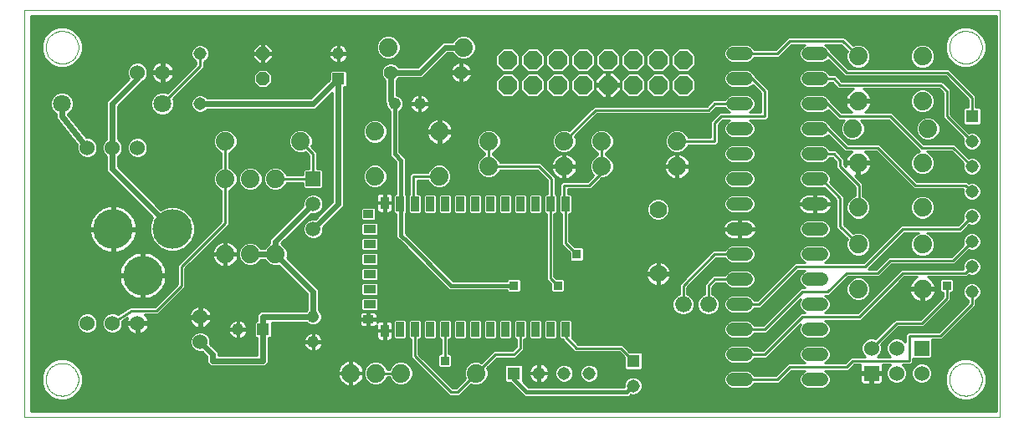
<source format=gtl>
G75*
G70*
%OFA0B0*%
%FSLAX24Y24*%
%IPPOS*%
%LPD*%
%AMOC8*
5,1,8,0,0,1.08239X$1,22.5*
%
%ADD10C,0.0000*%
%ADD11R,0.0600X0.0600*%
%ADD12C,0.0600*%
%ADD13C,0.0520*%
%ADD14C,0.0740*%
%ADD15C,0.0476*%
%ADD16R,0.0476X0.0476*%
%ADD17OC8,0.0520*%
%ADD18R,0.0594X0.0594*%
%ADD19C,0.0594*%
%ADD20C,0.0515*%
%ADD21C,0.1580*%
%ADD22C,0.0709*%
%ADD23R,0.0320X0.0600*%
%ADD24R,0.0320X0.0500*%
%ADD25R,0.0400X0.0320*%
%ADD26R,0.0500X0.0320*%
%ADD27OC8,0.0740*%
%ADD28C,0.0660*%
%ADD29R,0.0515X0.0515*%
%ADD30C,0.0554*%
%ADD31C,0.0700*%
%ADD32C,0.0100*%
%ADD33C,0.0240*%
%ADD34R,0.0356X0.0356*%
%ADD35C,0.0160*%
D10*
X000583Y000100D02*
X039453Y000100D01*
X039453Y016342D01*
X000583Y016342D01*
X000583Y000100D01*
X001433Y001592D02*
X001435Y001642D01*
X001441Y001692D01*
X001451Y001742D01*
X001464Y001790D01*
X001481Y001838D01*
X001502Y001884D01*
X001526Y001928D01*
X001554Y001970D01*
X001585Y002010D01*
X001619Y002047D01*
X001656Y002082D01*
X001695Y002113D01*
X001736Y002142D01*
X001780Y002167D01*
X001826Y002189D01*
X001873Y002207D01*
X001921Y002221D01*
X001970Y002232D01*
X002020Y002239D01*
X002070Y002242D01*
X002121Y002241D01*
X002171Y002236D01*
X002221Y002227D01*
X002269Y002215D01*
X002317Y002198D01*
X002363Y002178D01*
X002408Y002155D01*
X002451Y002128D01*
X002491Y002098D01*
X002529Y002065D01*
X002564Y002029D01*
X002597Y001990D01*
X002626Y001949D01*
X002652Y001906D01*
X002675Y001861D01*
X002694Y001814D01*
X002709Y001766D01*
X002721Y001717D01*
X002729Y001667D01*
X002733Y001617D01*
X002733Y001567D01*
X002729Y001517D01*
X002721Y001467D01*
X002709Y001418D01*
X002694Y001370D01*
X002675Y001323D01*
X002652Y001278D01*
X002626Y001235D01*
X002597Y001194D01*
X002564Y001155D01*
X002529Y001119D01*
X002491Y001086D01*
X002451Y001056D01*
X002408Y001029D01*
X002363Y001006D01*
X002317Y000986D01*
X002269Y000969D01*
X002221Y000957D01*
X002171Y000948D01*
X002121Y000943D01*
X002070Y000942D01*
X002020Y000945D01*
X001970Y000952D01*
X001921Y000963D01*
X001873Y000977D01*
X001826Y000995D01*
X001780Y001017D01*
X001736Y001042D01*
X001695Y001071D01*
X001656Y001102D01*
X001619Y001137D01*
X001585Y001174D01*
X001554Y001214D01*
X001526Y001256D01*
X001502Y001300D01*
X001481Y001346D01*
X001464Y001394D01*
X001451Y001442D01*
X001441Y001492D01*
X001435Y001542D01*
X001433Y001592D01*
X001433Y014842D02*
X001435Y014892D01*
X001441Y014942D01*
X001451Y014992D01*
X001464Y015040D01*
X001481Y015088D01*
X001502Y015134D01*
X001526Y015178D01*
X001554Y015220D01*
X001585Y015260D01*
X001619Y015297D01*
X001656Y015332D01*
X001695Y015363D01*
X001736Y015392D01*
X001780Y015417D01*
X001826Y015439D01*
X001873Y015457D01*
X001921Y015471D01*
X001970Y015482D01*
X002020Y015489D01*
X002070Y015492D01*
X002121Y015491D01*
X002171Y015486D01*
X002221Y015477D01*
X002269Y015465D01*
X002317Y015448D01*
X002363Y015428D01*
X002408Y015405D01*
X002451Y015378D01*
X002491Y015348D01*
X002529Y015315D01*
X002564Y015279D01*
X002597Y015240D01*
X002626Y015199D01*
X002652Y015156D01*
X002675Y015111D01*
X002694Y015064D01*
X002709Y015016D01*
X002721Y014967D01*
X002729Y014917D01*
X002733Y014867D01*
X002733Y014817D01*
X002729Y014767D01*
X002721Y014717D01*
X002709Y014668D01*
X002694Y014620D01*
X002675Y014573D01*
X002652Y014528D01*
X002626Y014485D01*
X002597Y014444D01*
X002564Y014405D01*
X002529Y014369D01*
X002491Y014336D01*
X002451Y014306D01*
X002408Y014279D01*
X002363Y014256D01*
X002317Y014236D01*
X002269Y014219D01*
X002221Y014207D01*
X002171Y014198D01*
X002121Y014193D01*
X002070Y014192D01*
X002020Y014195D01*
X001970Y014202D01*
X001921Y014213D01*
X001873Y014227D01*
X001826Y014245D01*
X001780Y014267D01*
X001736Y014292D01*
X001695Y014321D01*
X001656Y014352D01*
X001619Y014387D01*
X001585Y014424D01*
X001554Y014464D01*
X001526Y014506D01*
X001502Y014550D01*
X001481Y014596D01*
X001464Y014644D01*
X001451Y014692D01*
X001441Y014742D01*
X001435Y014792D01*
X001433Y014842D01*
X037433Y014842D02*
X037435Y014892D01*
X037441Y014942D01*
X037451Y014992D01*
X037464Y015040D01*
X037481Y015088D01*
X037502Y015134D01*
X037526Y015178D01*
X037554Y015220D01*
X037585Y015260D01*
X037619Y015297D01*
X037656Y015332D01*
X037695Y015363D01*
X037736Y015392D01*
X037780Y015417D01*
X037826Y015439D01*
X037873Y015457D01*
X037921Y015471D01*
X037970Y015482D01*
X038020Y015489D01*
X038070Y015492D01*
X038121Y015491D01*
X038171Y015486D01*
X038221Y015477D01*
X038269Y015465D01*
X038317Y015448D01*
X038363Y015428D01*
X038408Y015405D01*
X038451Y015378D01*
X038491Y015348D01*
X038529Y015315D01*
X038564Y015279D01*
X038597Y015240D01*
X038626Y015199D01*
X038652Y015156D01*
X038675Y015111D01*
X038694Y015064D01*
X038709Y015016D01*
X038721Y014967D01*
X038729Y014917D01*
X038733Y014867D01*
X038733Y014817D01*
X038729Y014767D01*
X038721Y014717D01*
X038709Y014668D01*
X038694Y014620D01*
X038675Y014573D01*
X038652Y014528D01*
X038626Y014485D01*
X038597Y014444D01*
X038564Y014405D01*
X038529Y014369D01*
X038491Y014336D01*
X038451Y014306D01*
X038408Y014279D01*
X038363Y014256D01*
X038317Y014236D01*
X038269Y014219D01*
X038221Y014207D01*
X038171Y014198D01*
X038121Y014193D01*
X038070Y014192D01*
X038020Y014195D01*
X037970Y014202D01*
X037921Y014213D01*
X037873Y014227D01*
X037826Y014245D01*
X037780Y014267D01*
X037736Y014292D01*
X037695Y014321D01*
X037656Y014352D01*
X037619Y014387D01*
X037585Y014424D01*
X037554Y014464D01*
X037526Y014506D01*
X037502Y014550D01*
X037481Y014596D01*
X037464Y014644D01*
X037451Y014692D01*
X037441Y014742D01*
X037435Y014792D01*
X037433Y014842D01*
X037433Y001592D02*
X037435Y001642D01*
X037441Y001692D01*
X037451Y001742D01*
X037464Y001790D01*
X037481Y001838D01*
X037502Y001884D01*
X037526Y001928D01*
X037554Y001970D01*
X037585Y002010D01*
X037619Y002047D01*
X037656Y002082D01*
X037695Y002113D01*
X037736Y002142D01*
X037780Y002167D01*
X037826Y002189D01*
X037873Y002207D01*
X037921Y002221D01*
X037970Y002232D01*
X038020Y002239D01*
X038070Y002242D01*
X038121Y002241D01*
X038171Y002236D01*
X038221Y002227D01*
X038269Y002215D01*
X038317Y002198D01*
X038363Y002178D01*
X038408Y002155D01*
X038451Y002128D01*
X038491Y002098D01*
X038529Y002065D01*
X038564Y002029D01*
X038597Y001990D01*
X038626Y001949D01*
X038652Y001906D01*
X038675Y001861D01*
X038694Y001814D01*
X038709Y001766D01*
X038721Y001717D01*
X038729Y001667D01*
X038733Y001617D01*
X038733Y001567D01*
X038729Y001517D01*
X038721Y001467D01*
X038709Y001418D01*
X038694Y001370D01*
X038675Y001323D01*
X038652Y001278D01*
X038626Y001235D01*
X038597Y001194D01*
X038564Y001155D01*
X038529Y001119D01*
X038491Y001086D01*
X038451Y001056D01*
X038408Y001029D01*
X038363Y001006D01*
X038317Y000986D01*
X038269Y000969D01*
X038221Y000957D01*
X038171Y000948D01*
X038121Y000943D01*
X038070Y000942D01*
X038020Y000945D01*
X037970Y000952D01*
X037921Y000963D01*
X037873Y000977D01*
X037826Y000995D01*
X037780Y001017D01*
X037736Y001042D01*
X037695Y001071D01*
X037656Y001102D01*
X037619Y001137D01*
X037585Y001174D01*
X037554Y001214D01*
X037526Y001256D01*
X037502Y001300D01*
X037481Y001346D01*
X037464Y001394D01*
X037451Y001442D01*
X037441Y001492D01*
X037435Y001542D01*
X037433Y001592D01*
D11*
X036333Y002842D03*
X034333Y001842D03*
D12*
X035333Y001842D03*
X036333Y001842D03*
X035333Y002842D03*
X034333Y002842D03*
X007583Y003092D03*
X007583Y004092D03*
X005083Y003842D03*
X004083Y003842D03*
X003083Y003842D03*
X003083Y010842D03*
X004083Y010842D03*
X005083Y010842D03*
X005083Y013842D03*
X006083Y013842D03*
D13*
X028823Y013592D02*
X029343Y013592D01*
X029343Y014592D02*
X028823Y014592D01*
X031823Y014592D02*
X032343Y014592D01*
X032343Y013592D02*
X031823Y013592D01*
X031823Y012592D02*
X032343Y012592D01*
X032343Y011592D02*
X031823Y011592D01*
X031823Y010592D02*
X032343Y010592D01*
X032343Y009592D02*
X031823Y009592D01*
X031823Y008592D02*
X032343Y008592D01*
X032343Y007592D02*
X031823Y007592D01*
X031823Y006592D02*
X032343Y006592D01*
X032343Y005592D02*
X031823Y005592D01*
X031823Y004592D02*
X032343Y004592D01*
X032343Y003592D02*
X031823Y003592D01*
X031823Y002592D02*
X032343Y002592D01*
X032343Y001592D02*
X031823Y001592D01*
X029343Y001592D02*
X028823Y001592D01*
X028823Y002592D02*
X029343Y002592D01*
X029343Y003592D02*
X028823Y003592D01*
X028823Y004592D02*
X029343Y004592D01*
X029343Y005592D02*
X028823Y005592D01*
X028823Y006592D02*
X029343Y006592D01*
X029343Y007592D02*
X028823Y007592D01*
X028823Y008592D02*
X029343Y008592D01*
X029343Y009592D02*
X028823Y009592D01*
X028823Y010592D02*
X029343Y010592D01*
X029343Y011592D02*
X028823Y011592D01*
X028823Y012592D02*
X029343Y012592D01*
D14*
X026583Y011092D03*
X026583Y010092D03*
X023583Y010092D03*
X022083Y010092D03*
X022083Y011092D03*
X023583Y011092D03*
X019083Y011092D03*
X019083Y010092D03*
X017113Y009702D03*
X014553Y009702D03*
X011583Y011092D03*
X014553Y011482D03*
X017113Y011482D03*
X010583Y009592D03*
X009583Y009592D03*
X008583Y009592D03*
X008583Y011092D03*
X015083Y014842D03*
X018083Y014842D03*
X033583Y011592D03*
X033803Y012702D03*
X036363Y012702D03*
X036583Y011592D03*
X036363Y010232D03*
X033803Y010232D03*
X033803Y008452D03*
X036363Y008452D03*
X036363Y006982D03*
X033803Y006982D03*
X033803Y005202D03*
X036363Y005202D03*
X018583Y001842D03*
X015583Y001842D03*
X014583Y001842D03*
X013583Y001842D03*
X010583Y006592D03*
X009583Y006592D03*
X008583Y006592D03*
X033803Y014482D03*
X036363Y014482D03*
D15*
X016333Y012592D03*
X015333Y012592D03*
X013083Y014592D03*
X012083Y004092D03*
X012083Y003092D03*
X009083Y003592D03*
D16*
X010083Y003592D03*
X013083Y013592D03*
D17*
X010083Y013592D03*
X010083Y014592D03*
D18*
X012083Y009592D03*
D19*
X012083Y008592D03*
X012083Y007592D03*
D20*
X007583Y012592D03*
X007583Y014592D03*
X021083Y001842D03*
X022083Y001842D03*
X023083Y001842D03*
X024833Y001342D03*
X038333Y005092D03*
X038333Y006092D03*
X038333Y007092D03*
X038333Y008092D03*
X038333Y009092D03*
X038333Y010092D03*
X038333Y011092D03*
D21*
X006477Y007592D03*
X004115Y007592D03*
X005296Y005742D03*
D22*
X006083Y012592D03*
X002083Y012592D03*
D23*
X015533Y008592D03*
X016133Y008592D03*
X016733Y008592D03*
X017333Y008592D03*
X017933Y008592D03*
X018533Y008592D03*
X019133Y008592D03*
X019733Y008592D03*
X020333Y008592D03*
X020933Y008592D03*
X021533Y008592D03*
X022133Y008592D03*
X022133Y003592D03*
X021533Y003592D03*
X020933Y003592D03*
X020333Y003592D03*
X019733Y003592D03*
X019133Y003592D03*
X018533Y003592D03*
X017933Y003592D03*
X017333Y003592D03*
X016733Y003592D03*
X016133Y003592D03*
X015533Y003592D03*
D24*
X014933Y003542D03*
X014933Y008642D03*
D25*
X014283Y008192D03*
X014283Y003992D03*
D26*
X014333Y004592D03*
X014333Y005192D03*
X014333Y005792D03*
X014333Y006392D03*
X014333Y006992D03*
X014333Y007592D03*
D27*
X019833Y013342D03*
X020833Y013342D03*
X021833Y013342D03*
X022833Y013342D03*
X023833Y013342D03*
X024833Y013342D03*
X025833Y013342D03*
X026833Y013342D03*
X026833Y014342D03*
X025833Y014342D03*
X024833Y014342D03*
X023833Y014342D03*
X022833Y014342D03*
X021833Y014342D03*
X020833Y014342D03*
X019833Y014342D03*
D28*
X026833Y004592D03*
X027833Y004592D03*
D29*
X024833Y002342D03*
X020083Y001842D03*
X038333Y012092D03*
D30*
X017983Y013842D03*
X015183Y013842D03*
D31*
X025833Y008372D03*
X025833Y005813D03*
D32*
X025795Y005805D02*
X021693Y005805D01*
X021693Y005708D02*
X021693Y008182D01*
X021739Y008182D01*
X021803Y008247D01*
X021803Y008938D01*
X021743Y008998D01*
X021743Y009658D01*
X021650Y009752D01*
X021150Y010252D01*
X019537Y010252D01*
X019490Y010364D01*
X019355Y010499D01*
X019243Y010545D01*
X019243Y010639D01*
X019355Y010685D01*
X019490Y010820D01*
X019563Y010997D01*
X019563Y011188D01*
X019490Y011364D01*
X019355Y011499D01*
X019179Y011572D01*
X018988Y011572D01*
X018811Y011499D01*
X018676Y011364D01*
X018603Y011188D01*
X018603Y010997D01*
X018676Y010820D01*
X018811Y010685D01*
X018923Y010639D01*
X018923Y010545D01*
X018811Y010499D01*
X018676Y010364D01*
X018603Y010188D01*
X018603Y009997D01*
X018676Y009820D01*
X018811Y009685D01*
X018988Y009612D01*
X019179Y009612D01*
X019355Y009685D01*
X019490Y009820D01*
X019537Y009932D01*
X021017Y009932D01*
X021423Y009526D01*
X021423Y009002D01*
X021328Y009002D01*
X021263Y008938D01*
X021263Y008247D01*
X021328Y008182D01*
X021373Y008182D01*
X021373Y005576D01*
X021545Y005404D01*
X021545Y005118D01*
X021610Y005054D01*
X022057Y005054D01*
X022121Y005118D01*
X022121Y005566D01*
X022057Y005630D01*
X021771Y005630D01*
X021693Y005708D01*
X021695Y005707D02*
X025344Y005707D01*
X025346Y005696D02*
X025370Y005621D01*
X025406Y005551D01*
X025452Y005487D01*
X025508Y005431D01*
X025571Y005385D01*
X025641Y005349D01*
X025716Y005325D01*
X025794Y005313D01*
X025795Y005313D01*
X025872Y005313D01*
X025873Y005313D01*
X026673Y005313D01*
X026673Y005408D02*
X026673Y005002D01*
X026584Y004965D01*
X026460Y004841D01*
X026393Y004680D01*
X026393Y004505D01*
X026460Y004343D01*
X026584Y004219D01*
X026746Y004152D01*
X026921Y004152D01*
X027083Y004219D01*
X027206Y004343D01*
X027273Y004505D01*
X027273Y004680D01*
X027206Y004841D01*
X027083Y004965D01*
X026993Y005002D01*
X026993Y005276D01*
X028150Y006432D01*
X028489Y006432D01*
X028510Y006383D01*
X028614Y006278D01*
X028750Y006222D01*
X029417Y006222D01*
X029553Y006278D01*
X029657Y006383D01*
X029713Y006519D01*
X029713Y006666D01*
X029657Y006802D01*
X029553Y006906D01*
X029417Y006962D01*
X028750Y006962D01*
X028614Y006906D01*
X028510Y006802D01*
X028489Y006752D01*
X028017Y006752D01*
X026767Y005502D01*
X026673Y005408D01*
X026676Y005411D02*
X026131Y005411D01*
X026159Y005431D02*
X026215Y005487D01*
X026261Y005551D01*
X026297Y005621D01*
X026321Y005696D01*
X026333Y005773D01*
X026333Y005774D01*
X025872Y005774D01*
X025872Y005851D01*
X026333Y005851D01*
X026333Y005852D01*
X026321Y005930D01*
X026297Y006005D01*
X026261Y006075D01*
X026215Y006138D01*
X026159Y006194D01*
X026095Y006240D01*
X026025Y006276D01*
X025950Y006300D01*
X025873Y006313D01*
X025872Y006313D01*
X025872Y005851D01*
X025795Y005851D01*
X025795Y006313D01*
X025794Y006313D01*
X025716Y006300D01*
X025641Y006276D01*
X025571Y006240D01*
X025508Y006194D01*
X025452Y006138D01*
X025406Y006075D01*
X025370Y006005D01*
X025346Y005930D01*
X025333Y005852D01*
X025333Y005851D01*
X025795Y005851D01*
X025795Y005774D01*
X025872Y005774D01*
X025872Y005313D01*
X025873Y005313D02*
X025950Y005325D01*
X026025Y005349D01*
X026095Y005385D01*
X026159Y005431D01*
X026231Y005510D02*
X026775Y005510D01*
X026873Y005608D02*
X026290Y005608D01*
X026323Y005707D02*
X026972Y005707D01*
X027070Y005805D02*
X025872Y005805D01*
X025795Y005774D02*
X025795Y005313D01*
X025794Y005313D02*
X022121Y005313D01*
X022121Y005411D02*
X025535Y005411D01*
X025435Y005510D02*
X022121Y005510D01*
X022079Y005608D02*
X025376Y005608D01*
X025346Y005696D02*
X025333Y005773D01*
X025333Y005774D01*
X025795Y005774D01*
X025795Y005707D02*
X025872Y005707D01*
X025872Y005608D02*
X025795Y005608D01*
X025795Y005510D02*
X025872Y005510D01*
X025872Y005411D02*
X025795Y005411D01*
X025795Y005904D02*
X025872Y005904D01*
X025872Y006002D02*
X025795Y006002D01*
X025795Y006101D02*
X025872Y006101D01*
X025872Y006199D02*
X025795Y006199D01*
X025795Y006298D02*
X025872Y006298D01*
X025959Y006298D02*
X027563Y006298D01*
X027661Y006396D02*
X022871Y006396D01*
X022871Y006368D02*
X022871Y006816D01*
X022807Y006880D01*
X022521Y006880D01*
X022293Y007108D01*
X022293Y008182D01*
X022339Y008182D01*
X022403Y008247D01*
X022403Y008938D01*
X022339Y009002D01*
X022243Y009002D01*
X022243Y009182D01*
X023150Y009182D01*
X023243Y009276D01*
X023580Y009612D01*
X023679Y009612D01*
X023855Y009685D01*
X023990Y009820D01*
X024063Y009997D01*
X024063Y010188D01*
X023990Y010364D01*
X023855Y010499D01*
X023743Y010545D01*
X023743Y010639D01*
X023855Y010685D01*
X023990Y010820D01*
X024063Y010997D01*
X024063Y011188D01*
X023990Y011364D01*
X023855Y011499D01*
X023679Y011572D01*
X023488Y011572D01*
X023311Y011499D01*
X023176Y011364D01*
X023103Y011188D01*
X023103Y010997D01*
X023176Y010820D01*
X023311Y010685D01*
X023423Y010639D01*
X023423Y010545D01*
X023311Y010499D01*
X023176Y010364D01*
X023103Y010188D01*
X023103Y009997D01*
X023176Y009820D01*
X023256Y009741D01*
X023017Y009502D01*
X022017Y009502D01*
X021923Y009408D01*
X021923Y008998D01*
X021863Y008938D01*
X021863Y008247D01*
X021928Y008182D01*
X021973Y008182D01*
X021973Y006976D01*
X022295Y006654D01*
X022295Y006368D01*
X022360Y006304D01*
X022807Y006304D01*
X022871Y006368D01*
X022871Y006495D02*
X027760Y006495D01*
X027858Y006593D02*
X022871Y006593D01*
X022871Y006692D02*
X027957Y006692D01*
X028083Y006592D02*
X026833Y005342D01*
X026833Y004592D01*
X026426Y004426D02*
X014693Y004426D01*
X014693Y004387D02*
X014629Y004322D01*
X014038Y004322D01*
X013973Y004387D01*
X013973Y004798D01*
X014038Y004862D01*
X014629Y004862D01*
X014693Y004798D01*
X014693Y004387D01*
X014634Y004328D02*
X026476Y004328D01*
X026574Y004229D02*
X014612Y004229D01*
X014603Y004244D02*
X014623Y004210D01*
X014633Y004172D01*
X014633Y004022D01*
X014313Y004022D01*
X014253Y004022D01*
X014253Y003962D01*
X013933Y003962D01*
X013933Y003812D01*
X013944Y003774D01*
X013963Y003740D01*
X013991Y003712D01*
X014025Y003692D01*
X014064Y003682D01*
X014253Y003682D01*
X014253Y003962D01*
X014313Y003962D01*
X014313Y003682D01*
X014503Y003682D01*
X014541Y003692D01*
X014575Y003712D01*
X014603Y003740D01*
X014623Y003774D01*
X014623Y003775D01*
X014623Y003572D01*
X014903Y003572D01*
X014903Y003512D01*
X014623Y003512D01*
X014623Y003272D01*
X014634Y003234D01*
X014653Y003200D01*
X014681Y003172D01*
X014715Y003152D01*
X014754Y003142D01*
X014903Y003142D01*
X014903Y003512D01*
X014963Y003512D01*
X014963Y003142D01*
X015113Y003142D01*
X015151Y003152D01*
X015185Y003172D01*
X015213Y003200D01*
X015233Y003234D01*
X015243Y003272D01*
X015243Y003512D01*
X014963Y003512D01*
X014963Y003572D01*
X014903Y003572D01*
X014903Y003942D01*
X014754Y003942D01*
X014715Y003932D01*
X014681Y003912D01*
X014653Y003884D01*
X014634Y003850D01*
X014633Y003849D01*
X014633Y003962D01*
X014313Y003962D01*
X014313Y004022D01*
X014313Y004302D01*
X014503Y004302D01*
X014541Y004292D01*
X014575Y004272D01*
X014603Y004244D01*
X014633Y004131D02*
X030396Y004131D01*
X030494Y004229D02*
X029434Y004229D01*
X029417Y004222D02*
X029553Y004278D01*
X029657Y004383D01*
X029678Y004432D01*
X029900Y004432D01*
X031400Y005932D01*
X031677Y005932D01*
X031614Y005906D01*
X031510Y005802D01*
X031453Y005666D01*
X031453Y005519D01*
X031510Y005383D01*
X031614Y005278D01*
X031677Y005252D01*
X031517Y005252D01*
X031423Y005158D01*
X030017Y003752D01*
X029678Y003752D01*
X029657Y003802D01*
X029553Y003906D01*
X029417Y003962D01*
X028750Y003962D01*
X028614Y003906D01*
X028510Y003802D01*
X028453Y003666D01*
X028453Y003519D01*
X028510Y003383D01*
X028614Y003278D01*
X028750Y003222D01*
X029417Y003222D01*
X029553Y003278D01*
X029657Y003383D01*
X029678Y003432D01*
X030150Y003432D01*
X031503Y004785D01*
X031453Y004666D01*
X031453Y004519D01*
X031510Y004383D01*
X031614Y004278D01*
X031677Y004252D01*
X031517Y004252D01*
X031423Y004158D01*
X030017Y002752D01*
X029678Y002752D01*
X029657Y002802D01*
X029553Y002906D01*
X029417Y002962D01*
X028750Y002962D01*
X028614Y002906D01*
X028510Y002802D01*
X028453Y002666D01*
X028453Y002519D01*
X028510Y002383D01*
X028614Y002278D01*
X028750Y002222D01*
X029417Y002222D01*
X029553Y002278D01*
X029657Y002383D01*
X029678Y002432D01*
X030150Y002432D01*
X031503Y003785D01*
X031453Y003666D01*
X031453Y003519D01*
X031510Y003383D01*
X031614Y003278D01*
X031750Y003222D01*
X032417Y003222D01*
X032553Y003278D01*
X032657Y003383D01*
X032713Y003519D01*
X032713Y003666D01*
X032657Y003802D01*
X032553Y003906D01*
X032489Y003932D01*
X033900Y003932D01*
X035650Y005682D01*
X036160Y005682D01*
X036091Y005647D01*
X036025Y005599D01*
X035967Y005541D01*
X035919Y005475D01*
X035881Y005402D01*
X035856Y005324D01*
X035845Y005252D01*
X036313Y005252D01*
X036313Y005152D01*
X035845Y005152D01*
X035856Y005080D01*
X035881Y005003D01*
X035919Y004930D01*
X035967Y004863D01*
X036025Y004805D01*
X036091Y004757D01*
X036164Y004720D01*
X036242Y004695D01*
X036313Y004684D01*
X036313Y005152D01*
X036413Y005152D01*
X036413Y004684D01*
X036485Y004695D01*
X036563Y004720D01*
X036636Y004757D01*
X036702Y004805D01*
X036760Y004863D01*
X036808Y004930D01*
X036845Y005003D01*
X036871Y005080D01*
X036882Y005152D01*
X036413Y005152D01*
X036413Y005252D01*
X036882Y005252D01*
X036871Y005324D01*
X036845Y005402D01*
X036808Y005475D01*
X036760Y005541D01*
X036702Y005599D01*
X036636Y005647D01*
X036567Y005682D01*
X038150Y005682D01*
X038212Y005745D01*
X038260Y005725D01*
X038406Y005725D01*
X038541Y005781D01*
X038645Y005884D01*
X038701Y006019D01*
X038701Y006165D01*
X038645Y006300D01*
X038541Y006404D01*
X038406Y006460D01*
X038260Y006460D01*
X038125Y006404D01*
X038022Y006300D01*
X037966Y006165D01*
X037966Y006019D01*
X037973Y006002D01*
X035517Y006002D01*
X035423Y005908D01*
X033767Y004252D01*
X032489Y004252D01*
X032553Y004278D01*
X032657Y004383D01*
X032713Y004519D01*
X032713Y004666D01*
X032657Y004802D01*
X032553Y004906D01*
X032489Y004932D01*
X032650Y004932D01*
X033400Y005682D01*
X034650Y005682D01*
X035150Y006182D01*
X037650Y006182D01*
X038212Y006745D01*
X038260Y006725D01*
X038406Y006725D01*
X038541Y006781D01*
X038645Y006884D01*
X038701Y007019D01*
X038701Y007165D01*
X038645Y007300D01*
X038541Y007404D01*
X038406Y007460D01*
X038260Y007460D01*
X038125Y007404D01*
X038022Y007300D01*
X037966Y007165D01*
X037966Y007019D01*
X037986Y006971D01*
X037517Y006502D01*
X035017Y006502D01*
X034923Y006408D01*
X034517Y006002D01*
X034220Y006002D01*
X034517Y006002D01*
X034616Y006101D02*
X034318Y006101D01*
X034417Y006199D02*
X034714Y006199D01*
X034813Y006298D02*
X034515Y006298D01*
X034614Y006396D02*
X034911Y006396D01*
X035010Y006495D02*
X034712Y006495D01*
X034811Y006593D02*
X036073Y006593D01*
X036091Y006575D02*
X036268Y006502D01*
X036459Y006502D01*
X036635Y006575D01*
X036770Y006710D01*
X036843Y006887D01*
X036843Y007078D01*
X036770Y007254D01*
X036635Y007389D01*
X036531Y007432D01*
X037900Y007432D01*
X038212Y007745D01*
X038260Y007725D01*
X038406Y007725D01*
X038541Y007781D01*
X038645Y007884D01*
X038701Y008019D01*
X038701Y008165D01*
X038645Y008300D01*
X038541Y008404D01*
X038406Y008460D01*
X038260Y008460D01*
X038125Y008404D01*
X038022Y008300D01*
X037966Y008165D01*
X037966Y008019D01*
X037986Y007971D01*
X037767Y007752D01*
X035517Y007752D01*
X035423Y007658D01*
X034017Y006252D01*
X032489Y006252D01*
X032553Y006278D01*
X032657Y006383D01*
X032713Y006519D01*
X032713Y006666D01*
X032657Y006802D01*
X032553Y006906D01*
X032417Y006962D01*
X031750Y006962D01*
X031614Y006906D01*
X031510Y006802D01*
X031453Y006666D01*
X031453Y006519D01*
X031510Y006383D01*
X031614Y006278D01*
X031677Y006252D01*
X031267Y006252D01*
X031173Y006158D01*
X029767Y004752D01*
X029678Y004752D01*
X029657Y004802D01*
X029553Y004906D01*
X029417Y004962D01*
X028750Y004962D01*
X028614Y004906D01*
X028510Y004802D01*
X028453Y004666D01*
X028453Y004519D01*
X028510Y004383D01*
X028614Y004278D01*
X028750Y004222D01*
X029417Y004222D01*
X029602Y004328D02*
X030593Y004328D01*
X030691Y004426D02*
X029675Y004426D01*
X029833Y004592D02*
X029083Y004592D01*
X028645Y004919D02*
X028129Y004919D01*
X028083Y004965D02*
X027993Y005002D01*
X027993Y005276D01*
X028150Y005432D01*
X028489Y005432D01*
X028510Y005383D01*
X028614Y005278D01*
X028750Y005222D01*
X029417Y005222D01*
X029553Y005278D01*
X029657Y005383D01*
X029713Y005519D01*
X029713Y005666D01*
X029657Y005802D01*
X029553Y005906D01*
X029417Y005962D01*
X028750Y005962D01*
X028614Y005906D01*
X028510Y005802D01*
X028489Y005752D01*
X028017Y005752D01*
X027767Y005502D01*
X027673Y005408D01*
X027673Y005002D01*
X027584Y004965D01*
X027460Y004841D01*
X027393Y004680D01*
X027393Y004505D01*
X027460Y004343D01*
X027584Y004219D01*
X027746Y004152D01*
X027921Y004152D01*
X028083Y004219D01*
X028206Y004343D01*
X028273Y004505D01*
X028273Y004680D01*
X028206Y004841D01*
X028083Y004965D01*
X027993Y005017D02*
X030032Y005017D01*
X029934Y004919D02*
X029522Y004919D01*
X029639Y004820D02*
X029835Y004820D01*
X029833Y004592D02*
X031333Y006092D01*
X034083Y006092D01*
X035583Y007592D01*
X037833Y007592D01*
X038333Y008092D01*
X037966Y008071D02*
X036661Y008071D01*
X036635Y008045D02*
X036770Y008180D01*
X036843Y008357D01*
X036843Y008548D01*
X036770Y008724D01*
X036635Y008859D01*
X036459Y008932D01*
X036268Y008932D01*
X036091Y008859D01*
X034076Y008859D01*
X034075Y008859D02*
X033993Y008893D01*
X033993Y009408D01*
X033900Y009502D01*
X033675Y009727D01*
X033682Y009725D01*
X033753Y009714D01*
X033753Y010182D01*
X033285Y010182D01*
X033296Y010110D01*
X033298Y010103D01*
X033243Y010158D01*
X033243Y010408D01*
X033150Y010502D01*
X032900Y010752D01*
X032678Y010752D01*
X032657Y010802D01*
X032553Y010906D01*
X032417Y010962D01*
X031750Y010962D01*
X031614Y010906D01*
X031510Y010802D01*
X031453Y010666D01*
X031453Y010519D01*
X031510Y010383D01*
X031614Y010278D01*
X031750Y010222D01*
X032417Y010222D01*
X032553Y010278D01*
X032657Y010383D01*
X032678Y010432D01*
X032767Y010432D01*
X032923Y010276D01*
X032923Y010026D01*
X033673Y009276D01*
X033673Y008918D01*
X033531Y008859D01*
X033243Y008859D01*
X033243Y008908D02*
X033150Y009002D01*
X032690Y009462D01*
X032713Y009519D01*
X032713Y009666D01*
X032657Y009802D01*
X032553Y009906D01*
X032417Y009962D01*
X031750Y009962D01*
X031614Y009906D01*
X031510Y009802D01*
X031453Y009666D01*
X031453Y009519D01*
X031510Y009383D01*
X031614Y009278D01*
X031750Y009222D01*
X032417Y009222D01*
X032459Y009240D01*
X032923Y008776D01*
X032923Y007636D01*
X033370Y007190D01*
X033323Y007078D01*
X033323Y006887D01*
X033396Y006710D01*
X033531Y006575D01*
X033708Y006502D01*
X033899Y006502D01*
X034075Y006575D01*
X034210Y006710D01*
X034283Y006887D01*
X034283Y007078D01*
X034210Y007254D01*
X034075Y007389D01*
X033899Y007462D01*
X033708Y007462D01*
X033596Y007416D01*
X033243Y007768D01*
X033243Y008908D01*
X033195Y008957D02*
X033673Y008957D01*
X033673Y009056D02*
X033096Y009056D01*
X032998Y009154D02*
X033673Y009154D01*
X033673Y009253D02*
X032899Y009253D01*
X032801Y009351D02*
X033598Y009351D01*
X033500Y009450D02*
X032702Y009450D01*
X032713Y009548D02*
X033401Y009548D01*
X033303Y009647D02*
X032713Y009647D01*
X032680Y009745D02*
X033204Y009745D01*
X033106Y009844D02*
X032615Y009844D01*
X032465Y009942D02*
X033007Y009942D01*
X032923Y010041D02*
X027102Y010041D01*
X027103Y010051D02*
X027103Y010054D01*
X026622Y010054D01*
X026622Y010131D01*
X026545Y010131D01*
X026545Y010612D01*
X026542Y010612D01*
X026462Y010599D01*
X026384Y010574D01*
X026311Y010537D01*
X026245Y010489D01*
X026187Y010431D01*
X026139Y010365D01*
X026101Y010292D01*
X026076Y010214D01*
X026063Y010133D01*
X026063Y010131D01*
X026545Y010131D01*
X026545Y010054D01*
X026063Y010054D01*
X026063Y010051D01*
X026076Y009970D01*
X026101Y009893D01*
X026139Y009820D01*
X026187Y009753D01*
X026245Y009695D01*
X026311Y009647D01*
X026384Y009610D01*
X026462Y009585D01*
X026542Y009572D01*
X026545Y009572D01*
X026545Y010054D01*
X026622Y010054D01*
X026622Y009572D01*
X026624Y009572D01*
X026705Y009585D01*
X026783Y009610D01*
X026856Y009647D01*
X026922Y009695D01*
X026980Y009753D01*
X027028Y009820D01*
X027065Y009893D01*
X027091Y009970D01*
X027103Y010051D01*
X027103Y010131D02*
X026622Y010131D01*
X026622Y010612D01*
X026624Y010612D01*
X026705Y010599D01*
X026783Y010574D01*
X026856Y010537D01*
X026922Y010489D01*
X026980Y010431D01*
X027028Y010365D01*
X027065Y010292D01*
X027091Y010214D01*
X027103Y010133D01*
X027103Y010131D01*
X027102Y010139D02*
X032923Y010139D01*
X032923Y010238D02*
X032454Y010238D01*
X032611Y010336D02*
X032863Y010336D01*
X033083Y010342D02*
X033083Y010092D01*
X033833Y009342D01*
X033833Y008482D01*
X033803Y008452D01*
X034246Y008268D02*
X035920Y008268D01*
X035956Y008180D02*
X036091Y008045D01*
X036268Y007972D01*
X036459Y007972D01*
X037985Y007972D01*
X037889Y007874D02*
X033243Y007874D01*
X033243Y007972D02*
X033708Y007972D01*
X033899Y007972D01*
X036268Y007972D01*
X036459Y007972D02*
X036635Y008045D01*
X036759Y008169D02*
X037967Y008169D01*
X038008Y008268D02*
X036806Y008268D01*
X036843Y008366D02*
X038088Y008366D01*
X038260Y008725D02*
X038125Y008781D01*
X038022Y008884D01*
X037966Y009019D01*
X037966Y009165D01*
X037973Y009182D01*
X036017Y009182D01*
X034517Y010682D01*
X034066Y010682D01*
X034076Y010677D01*
X034142Y010629D01*
X034200Y010571D01*
X034248Y010505D01*
X034285Y010432D01*
X034311Y010354D01*
X034322Y010282D01*
X033853Y010282D01*
X033853Y010182D01*
X033853Y009714D01*
X033925Y009725D01*
X034003Y009750D01*
X034076Y009787D01*
X034142Y009835D01*
X034200Y009893D01*
X034248Y009960D01*
X034285Y010033D01*
X034311Y010110D01*
X034322Y010182D01*
X033853Y010182D01*
X033753Y010182D01*
X033753Y010282D01*
X033285Y010282D01*
X033296Y010354D01*
X033321Y010432D01*
X033359Y010505D01*
X033407Y010571D01*
X033465Y010629D01*
X033531Y010677D01*
X033541Y010682D01*
X033267Y010682D01*
X033173Y010776D01*
X032612Y011337D01*
X032553Y011278D01*
X032417Y011222D01*
X031750Y011222D01*
X031614Y011278D01*
X031510Y011383D01*
X031453Y011519D01*
X031453Y011666D01*
X031510Y011802D01*
X031614Y011906D01*
X031750Y011962D01*
X032417Y011962D01*
X032553Y011906D01*
X032657Y011802D01*
X032697Y011704D01*
X033400Y011002D01*
X034650Y011002D01*
X036150Y009502D01*
X038150Y009502D01*
X038212Y009440D01*
X038260Y009460D01*
X038406Y009460D01*
X038541Y009404D01*
X038645Y009300D01*
X038701Y009165D01*
X038701Y009019D01*
X038645Y008884D01*
X038541Y008781D01*
X038406Y008725D01*
X038260Y008725D01*
X038175Y008760D02*
X036734Y008760D01*
X036796Y008662D02*
X039303Y008662D01*
X039303Y008760D02*
X038492Y008760D01*
X038620Y008859D02*
X039303Y008859D01*
X039303Y008957D02*
X038675Y008957D01*
X038701Y009056D02*
X039303Y009056D01*
X039303Y009154D02*
X038701Y009154D01*
X038665Y009253D02*
X039303Y009253D01*
X039303Y009351D02*
X038594Y009351D01*
X038430Y009450D02*
X039303Y009450D01*
X039303Y009548D02*
X036104Y009548D01*
X036005Y009647D02*
X039303Y009647D01*
X039303Y009745D02*
X038456Y009745D01*
X038406Y009725D02*
X038541Y009781D01*
X038645Y009884D01*
X038701Y010019D01*
X038701Y010165D01*
X038645Y010300D01*
X038541Y010404D01*
X038406Y010460D01*
X038260Y010460D01*
X038212Y010440D01*
X037650Y011002D01*
X036400Y011002D01*
X035150Y012252D01*
X034066Y012252D01*
X034076Y012257D01*
X034142Y012305D01*
X034200Y012363D01*
X034248Y012430D01*
X034285Y012503D01*
X035926Y012503D01*
X035956Y012430D02*
X036091Y012295D01*
X036268Y012222D01*
X036459Y012222D01*
X036635Y012295D01*
X036770Y012430D01*
X036843Y012607D01*
X036843Y012798D01*
X036770Y012974D01*
X036635Y013109D01*
X036459Y013182D01*
X036268Y013182D01*
X036091Y013109D01*
X035956Y012974D01*
X035883Y012798D01*
X035883Y012607D01*
X035956Y012430D01*
X035982Y012405D02*
X034230Y012405D01*
X034285Y012503D02*
X034311Y012580D01*
X034322Y012652D01*
X033853Y012652D01*
X033853Y012752D01*
X034322Y012752D01*
X034311Y012824D01*
X034285Y012902D01*
X034248Y012975D01*
X034200Y013041D01*
X034142Y013099D01*
X034076Y013147D01*
X034007Y013182D01*
X037017Y013182D01*
X037173Y013026D01*
X037173Y012026D01*
X037986Y011213D01*
X037966Y011165D01*
X037966Y011019D01*
X038022Y010884D01*
X038125Y010781D01*
X038260Y010725D01*
X038406Y010725D01*
X038541Y010781D01*
X038645Y010884D01*
X038701Y011019D01*
X038701Y011165D01*
X038645Y011300D01*
X038541Y011404D01*
X038406Y011460D01*
X038260Y011460D01*
X038212Y011440D01*
X037493Y012158D01*
X037493Y013158D01*
X037400Y013252D01*
X037150Y013502D01*
X033150Y013502D01*
X032900Y013752D01*
X032678Y013752D01*
X032657Y013802D01*
X032553Y013906D01*
X032417Y013962D01*
X031750Y013962D01*
X031614Y013906D01*
X031510Y013802D01*
X031453Y013666D01*
X031453Y013519D01*
X031510Y013383D01*
X031614Y013278D01*
X031750Y013222D01*
X032417Y013222D01*
X032553Y013278D01*
X032657Y013383D01*
X032678Y013432D01*
X032767Y013432D01*
X032923Y013276D01*
X033017Y013182D01*
X033600Y013182D01*
X033531Y013147D01*
X033465Y013099D01*
X033407Y013041D01*
X033359Y012975D01*
X033321Y012902D01*
X033296Y012824D01*
X033285Y012752D01*
X033753Y012752D01*
X033753Y012652D01*
X033285Y012652D01*
X033296Y012580D01*
X033321Y012503D01*
X032899Y012503D01*
X032997Y012405D02*
X033377Y012405D01*
X033359Y012430D02*
X033407Y012363D01*
X033465Y012305D01*
X033531Y012257D01*
X033541Y012252D01*
X033150Y012252D01*
X032697Y012704D01*
X032657Y012802D01*
X032553Y012906D01*
X032417Y012962D01*
X031750Y012962D01*
X031614Y012906D01*
X031510Y012802D01*
X031453Y012666D01*
X031453Y012519D01*
X031510Y012383D01*
X031614Y012278D01*
X031750Y012222D01*
X032417Y012222D01*
X032553Y012278D01*
X032612Y012337D01*
X032923Y012026D01*
X033017Y011932D01*
X033245Y011932D01*
X033176Y011864D01*
X033103Y011688D01*
X033103Y011497D01*
X033176Y011320D01*
X033311Y011185D01*
X033488Y011112D01*
X033679Y011112D01*
X033855Y011185D01*
X033990Y011320D01*
X034063Y011497D01*
X034063Y011688D01*
X033990Y011864D01*
X033922Y011932D01*
X035017Y011932D01*
X036173Y010776D01*
X036246Y010703D01*
X036091Y010639D01*
X035956Y010504D01*
X035883Y010328D01*
X035883Y010137D01*
X035956Y009960D01*
X036091Y009825D01*
X036268Y009752D01*
X036459Y009752D01*
X036635Y009825D01*
X036770Y009960D01*
X036843Y010137D01*
X036843Y010328D01*
X036770Y010504D01*
X036635Y010639D01*
X036531Y010682D01*
X037517Y010682D01*
X037986Y010213D01*
X037966Y010165D01*
X037966Y010019D01*
X038022Y009884D01*
X038125Y009781D01*
X038260Y009725D01*
X038406Y009725D01*
X038211Y009745D02*
X035907Y009745D01*
X035808Y009844D02*
X036073Y009844D01*
X035974Y009942D02*
X035710Y009942D01*
X035611Y010041D02*
X035923Y010041D01*
X035883Y010139D02*
X035513Y010139D01*
X035414Y010238D02*
X035883Y010238D01*
X035887Y010336D02*
X035316Y010336D01*
X035217Y010435D02*
X035928Y010435D01*
X035986Y010533D02*
X035119Y010533D01*
X035020Y010632D02*
X036084Y010632D01*
X036219Y010730D02*
X034922Y010730D01*
X034823Y010829D02*
X036121Y010829D01*
X036022Y010927D02*
X034725Y010927D01*
X034583Y010842D02*
X036083Y009342D01*
X038083Y009342D01*
X038333Y009092D01*
X037991Y008957D02*
X033993Y008957D01*
X033993Y009056D02*
X037966Y009056D01*
X037966Y009154D02*
X033993Y009154D01*
X033993Y009253D02*
X035947Y009253D01*
X035848Y009351D02*
X033993Y009351D01*
X033952Y009450D02*
X035750Y009450D01*
X035651Y009548D02*
X033854Y009548D01*
X033755Y009647D02*
X035553Y009647D01*
X035454Y009745D02*
X033987Y009745D01*
X033853Y009745D02*
X033753Y009745D01*
X033753Y009844D02*
X033853Y009844D01*
X033853Y009942D02*
X033753Y009942D01*
X033753Y010041D02*
X033853Y010041D01*
X033853Y010139D02*
X033753Y010139D01*
X033753Y010238D02*
X033243Y010238D01*
X033243Y010336D02*
X033293Y010336D01*
X033323Y010435D02*
X033217Y010435D01*
X033119Y010533D02*
X033379Y010533D01*
X033469Y010632D02*
X033020Y010632D01*
X032922Y010730D02*
X033219Y010730D01*
X033121Y010829D02*
X032630Y010829D01*
X032501Y010927D02*
X033022Y010927D01*
X032924Y011026D02*
X028243Y011026D01*
X028243Y011776D01*
X028400Y011932D01*
X028677Y011932D01*
X028614Y011906D01*
X028510Y011802D01*
X028453Y011666D01*
X028453Y011519D01*
X028510Y011383D01*
X028614Y011278D01*
X028750Y011222D01*
X029417Y011222D01*
X029553Y011278D01*
X029657Y011383D01*
X029713Y011519D01*
X029713Y011666D01*
X029657Y011802D01*
X029553Y011906D01*
X029489Y011932D01*
X030150Y011932D01*
X030243Y012026D01*
X030243Y013158D01*
X029697Y013704D01*
X029657Y013802D01*
X029553Y013906D01*
X029417Y013962D01*
X028750Y013962D01*
X028614Y013906D01*
X028510Y013802D01*
X028453Y013666D01*
X028453Y013519D01*
X028510Y013383D01*
X028614Y013278D01*
X028750Y013222D01*
X029417Y013222D01*
X029553Y013278D01*
X029612Y013337D01*
X029923Y013026D01*
X029923Y012252D01*
X029489Y012252D01*
X029553Y012278D01*
X029657Y012383D01*
X029713Y012519D01*
X029713Y012666D01*
X029657Y012802D01*
X029553Y012906D01*
X029417Y012962D01*
X028750Y012962D01*
X028614Y012906D01*
X028510Y012802D01*
X028489Y012752D01*
X028017Y012752D01*
X027767Y012502D01*
X023267Y012502D01*
X022291Y011526D01*
X022179Y011572D01*
X021988Y011572D01*
X021811Y011499D01*
X021676Y011364D01*
X021603Y011188D01*
X021603Y010997D01*
X021676Y010820D01*
X021811Y010685D01*
X021988Y010612D01*
X022179Y010612D01*
X022355Y010685D01*
X022490Y010820D01*
X022563Y010997D01*
X022563Y011188D01*
X022517Y011300D01*
X023400Y012182D01*
X027900Y012182D01*
X027993Y012276D01*
X028150Y012432D01*
X028489Y012432D01*
X028510Y012383D01*
X028614Y012278D01*
X028677Y012252D01*
X028267Y012252D01*
X028017Y012002D01*
X027923Y011908D01*
X027923Y011252D01*
X027037Y011252D01*
X026990Y011364D01*
X026855Y011499D01*
X026679Y011572D01*
X026488Y011572D01*
X026311Y011499D01*
X026176Y011364D01*
X026103Y011188D01*
X026103Y010997D01*
X026176Y010820D01*
X026311Y010685D01*
X026488Y010612D01*
X026679Y010612D01*
X026855Y010685D01*
X026990Y010820D01*
X027037Y010932D01*
X028150Y010932D01*
X028243Y011026D01*
X028243Y011124D02*
X032825Y011124D01*
X032727Y011223D02*
X032418Y011223D01*
X032596Y011321D02*
X032628Y011321D01*
X032583Y011592D02*
X033333Y010842D01*
X034583Y010842D01*
X034568Y010632D02*
X034138Y010632D01*
X034227Y010533D02*
X034666Y010533D01*
X034765Y010435D02*
X034284Y010435D01*
X034313Y010336D02*
X034863Y010336D01*
X034962Y010238D02*
X033853Y010238D01*
X034315Y010139D02*
X035060Y010139D01*
X035159Y010041D02*
X034288Y010041D01*
X034235Y009942D02*
X035257Y009942D01*
X035356Y009844D02*
X034150Y009844D01*
X033292Y010139D02*
X033263Y010139D01*
X033083Y010342D02*
X032833Y010592D01*
X032083Y010592D01*
X031665Y010927D02*
X029501Y010927D01*
X029553Y010906D02*
X029417Y010962D01*
X028750Y010962D01*
X028614Y010906D01*
X028510Y010802D01*
X028453Y010666D01*
X028453Y010519D01*
X028510Y010383D01*
X028614Y010278D01*
X028750Y010222D01*
X029417Y010222D01*
X029553Y010278D01*
X029657Y010383D01*
X029713Y010519D01*
X029713Y010666D01*
X029657Y010802D01*
X029553Y010906D01*
X029630Y010829D02*
X031537Y010829D01*
X031480Y010730D02*
X029687Y010730D01*
X029713Y010632D02*
X031453Y010632D01*
X031453Y010533D02*
X029713Y010533D01*
X029679Y010435D02*
X031488Y010435D01*
X031556Y010336D02*
X029611Y010336D01*
X029454Y010238D02*
X031712Y010238D01*
X031702Y009942D02*
X029465Y009942D01*
X029417Y009962D02*
X029553Y009906D01*
X029657Y009802D01*
X029713Y009666D01*
X029713Y009519D01*
X029657Y009383D01*
X029553Y009278D01*
X029417Y009222D01*
X028750Y009222D01*
X028614Y009278D01*
X028510Y009383D01*
X028453Y009519D01*
X028453Y009666D01*
X028510Y009802D01*
X028614Y009906D01*
X028750Y009962D01*
X029417Y009962D01*
X029615Y009844D02*
X031552Y009844D01*
X031486Y009745D02*
X029680Y009745D01*
X029713Y009647D02*
X031453Y009647D01*
X031453Y009548D02*
X029713Y009548D01*
X029685Y009450D02*
X031482Y009450D01*
X031541Y009351D02*
X029626Y009351D01*
X029491Y009253D02*
X031676Y009253D01*
X031727Y008992D02*
X031791Y009002D01*
X032053Y009002D01*
X032053Y008622D01*
X032053Y008562D01*
X031413Y008562D01*
X031413Y008560D01*
X031423Y008496D01*
X031443Y008435D01*
X031473Y008377D01*
X031511Y008325D01*
X031556Y008279D01*
X031608Y008241D01*
X031666Y008212D01*
X031727Y008192D01*
X031791Y008182D01*
X032053Y008182D01*
X032053Y008562D01*
X032113Y008562D01*
X032113Y008182D01*
X032376Y008182D01*
X032439Y008192D01*
X032501Y008212D01*
X032558Y008241D01*
X032610Y008279D01*
X032656Y008325D01*
X032694Y008377D01*
X032723Y008435D01*
X032743Y008496D01*
X032753Y008560D01*
X032753Y008562D01*
X032113Y008562D01*
X032113Y008622D01*
X032053Y008622D01*
X031413Y008622D01*
X031413Y008624D01*
X031423Y008688D01*
X031443Y008750D01*
X031473Y008807D01*
X031511Y008859D01*
X031556Y008905D01*
X031608Y008943D01*
X031666Y008972D01*
X031727Y008992D01*
X031637Y008957D02*
X029429Y008957D01*
X029417Y008962D02*
X029553Y008906D01*
X029657Y008802D01*
X029713Y008666D01*
X029713Y008519D01*
X029657Y008383D01*
X029553Y008278D01*
X029417Y008222D01*
X028750Y008222D01*
X028614Y008278D01*
X028510Y008383D01*
X028453Y008519D01*
X028453Y008666D01*
X028510Y008802D01*
X028614Y008906D01*
X028750Y008962D01*
X029417Y008962D01*
X029600Y008859D02*
X031510Y008859D01*
X031449Y008760D02*
X029674Y008760D01*
X029713Y008662D02*
X031419Y008662D01*
X032053Y008662D02*
X032113Y008662D01*
X032113Y008622D02*
X032113Y009002D01*
X032376Y009002D01*
X032439Y008992D01*
X032501Y008972D01*
X032558Y008943D01*
X032610Y008905D01*
X032656Y008859D01*
X032694Y008807D01*
X032723Y008750D01*
X032743Y008688D01*
X032753Y008624D01*
X032753Y008622D01*
X032113Y008622D01*
X032113Y008563D02*
X032923Y008563D01*
X032923Y008465D02*
X032733Y008465D01*
X032686Y008366D02*
X032923Y008366D01*
X032923Y008268D02*
X032594Y008268D01*
X032923Y008169D02*
X026247Y008169D01*
X026223Y008111D02*
X026293Y008280D01*
X026293Y008463D01*
X026223Y008632D01*
X026094Y008762D01*
X025925Y008832D01*
X025742Y008832D01*
X025573Y008762D01*
X025443Y008632D01*
X025373Y008463D01*
X025373Y008280D01*
X025443Y008111D01*
X025573Y007982D01*
X025742Y007912D01*
X025925Y007912D01*
X026094Y007982D01*
X026223Y008111D01*
X026183Y008071D02*
X032923Y008071D01*
X032923Y007972D02*
X029501Y007972D01*
X029439Y007992D01*
X029376Y008002D01*
X029113Y008002D01*
X029113Y007622D01*
X029053Y007622D01*
X029053Y007562D01*
X028413Y007562D01*
X028413Y007560D01*
X028423Y007496D01*
X028443Y007435D01*
X028473Y007377D01*
X028511Y007325D01*
X028556Y007279D01*
X028608Y007241D01*
X028666Y007212D01*
X028727Y007192D01*
X028791Y007182D01*
X029053Y007182D01*
X029053Y007562D01*
X029113Y007562D01*
X029113Y007182D01*
X029376Y007182D01*
X029439Y007192D01*
X029501Y007212D01*
X029558Y007241D01*
X029610Y007279D01*
X029656Y007325D01*
X029694Y007377D01*
X029723Y007435D01*
X029743Y007496D01*
X029753Y007560D01*
X029753Y007562D01*
X029113Y007562D01*
X029113Y007622D01*
X029753Y007622D01*
X029753Y007624D01*
X029743Y007688D01*
X029723Y007750D01*
X029694Y007807D01*
X029656Y007859D01*
X029610Y007905D01*
X029558Y007943D01*
X029501Y007972D01*
X029642Y007874D02*
X031582Y007874D01*
X031614Y007906D02*
X031510Y007802D01*
X031453Y007666D01*
X031453Y007519D01*
X031510Y007383D01*
X031614Y007278D01*
X031750Y007222D01*
X032417Y007222D01*
X032553Y007278D01*
X032657Y007383D01*
X032713Y007519D01*
X032713Y007666D01*
X032657Y007802D01*
X032553Y007906D01*
X032417Y007962D01*
X031750Y007962D01*
X031614Y007906D01*
X031499Y007775D02*
X029710Y007775D01*
X029745Y007677D02*
X031458Y007677D01*
X031453Y007578D02*
X029113Y007578D01*
X029053Y007578D02*
X022293Y007578D01*
X022293Y007480D02*
X028429Y007480D01*
X028471Y007381D02*
X022293Y007381D01*
X022293Y007283D02*
X028553Y007283D01*
X028778Y007184D02*
X022293Y007184D01*
X022316Y007086D02*
X033327Y007086D01*
X033323Y006987D02*
X022415Y006987D01*
X022513Y006889D02*
X028597Y006889D01*
X028505Y006790D02*
X022871Y006790D01*
X022583Y006592D02*
X022133Y007042D01*
X022133Y008592D01*
X022083Y008642D01*
X022083Y009342D01*
X023083Y009342D01*
X023583Y009842D01*
X023583Y010092D01*
X023583Y011092D01*
X023132Y010927D02*
X022535Y010927D01*
X022563Y011026D02*
X023103Y011026D01*
X023103Y011124D02*
X022563Y011124D01*
X022549Y011223D02*
X023118Y011223D01*
X023159Y011321D02*
X022539Y011321D01*
X022637Y011420D02*
X023232Y011420D01*
X023358Y011518D02*
X022736Y011518D01*
X022834Y011617D02*
X027923Y011617D01*
X027923Y011715D02*
X022933Y011715D01*
X023031Y011814D02*
X027923Y011814D01*
X027927Y011912D02*
X023130Y011912D01*
X023228Y012011D02*
X028026Y012011D01*
X028124Y012109D02*
X023327Y012109D01*
X023333Y012342D02*
X022083Y011092D01*
X021632Y010927D02*
X019535Y010927D01*
X019563Y011026D02*
X021603Y011026D01*
X021603Y011124D02*
X019563Y011124D01*
X019549Y011223D02*
X021618Y011223D01*
X021659Y011321D02*
X019508Y011321D01*
X019435Y011420D02*
X021732Y011420D01*
X021858Y011518D02*
X019309Y011518D01*
X018858Y011518D02*
X017163Y011518D01*
X017163Y011532D02*
X017632Y011532D01*
X017621Y011604D01*
X017595Y011682D01*
X017558Y011755D01*
X017510Y011821D01*
X017452Y011879D01*
X017386Y011927D01*
X017313Y011964D01*
X017235Y011989D01*
X017163Y012001D01*
X017163Y011532D01*
X017063Y011532D01*
X017063Y011432D01*
X016595Y011432D01*
X016606Y011360D01*
X016631Y011283D01*
X016669Y011210D01*
X016717Y011143D01*
X016775Y011085D01*
X016841Y011037D01*
X016914Y011000D01*
X016992Y010975D01*
X017063Y010964D01*
X017063Y011432D01*
X017163Y011432D01*
X017163Y010964D01*
X017235Y010975D01*
X017313Y011000D01*
X017386Y011037D01*
X017452Y011085D01*
X017510Y011143D01*
X017558Y011210D01*
X017595Y011283D01*
X017621Y011360D01*
X017632Y011432D01*
X017163Y011432D01*
X017163Y011532D01*
X017163Y011617D02*
X017063Y011617D01*
X017063Y011532D02*
X017063Y012001D01*
X016992Y011989D01*
X016914Y011964D01*
X016841Y011927D01*
X016775Y011879D01*
X016717Y011821D01*
X016669Y011755D01*
X016631Y011682D01*
X016606Y011604D01*
X016595Y011532D01*
X017063Y011532D01*
X017063Y011518D02*
X015523Y011518D01*
X015523Y011420D02*
X016597Y011420D01*
X016619Y011321D02*
X015523Y011321D01*
X015523Y011223D02*
X016662Y011223D01*
X016736Y011124D02*
X015523Y011124D01*
X015523Y011026D02*
X016864Y011026D01*
X017063Y011026D02*
X017163Y011026D01*
X017163Y011124D02*
X017063Y011124D01*
X017063Y011223D02*
X017163Y011223D01*
X017163Y011321D02*
X017063Y011321D01*
X017063Y011420D02*
X017163Y011420D01*
X017491Y011124D02*
X018603Y011124D01*
X018603Y011026D02*
X017363Y011026D01*
X017565Y011223D02*
X018618Y011223D01*
X018659Y011321D02*
X017608Y011321D01*
X017630Y011420D02*
X018732Y011420D01*
X019083Y011092D02*
X019083Y010092D01*
X021083Y010092D01*
X021583Y009592D01*
X021583Y008642D01*
X021533Y008592D01*
X021533Y005642D01*
X021833Y005342D01*
X021545Y005313D02*
X020371Y005313D01*
X020371Y005411D02*
X021538Y005411D01*
X021440Y005510D02*
X020371Y005510D01*
X020371Y005566D02*
X020307Y005630D01*
X019860Y005630D01*
X019795Y005566D01*
X019795Y005532D01*
X017662Y005532D01*
X015912Y007282D01*
X015773Y007421D01*
X015773Y008217D01*
X015803Y008247D01*
X015803Y008938D01*
X015773Y008968D01*
X015773Y010421D01*
X015662Y010532D01*
X015523Y010671D01*
X015523Y012294D01*
X015530Y012297D01*
X015628Y012395D01*
X015681Y012523D01*
X015681Y012661D01*
X015628Y012789D01*
X015530Y012887D01*
X015413Y012935D01*
X015413Y013525D01*
X015501Y013612D01*
X016429Y013612D01*
X016563Y013747D01*
X017429Y014612D01*
X017659Y014612D01*
X017676Y014570D01*
X017811Y014435D01*
X017988Y014362D01*
X018179Y014362D01*
X018355Y014435D01*
X018490Y014570D01*
X018563Y014747D01*
X018563Y014938D01*
X018490Y015114D01*
X018355Y015249D01*
X018179Y015322D01*
X017988Y015322D01*
X017811Y015249D01*
X017676Y015114D01*
X017659Y015072D01*
X017238Y015072D01*
X016238Y014072D01*
X015501Y014072D01*
X015403Y014170D01*
X015260Y014229D01*
X015106Y014229D01*
X014964Y014170D01*
X014855Y014061D01*
X014796Y013919D01*
X014796Y013765D01*
X014855Y013623D01*
X014953Y013525D01*
X014953Y012647D01*
X014986Y012615D01*
X014986Y012523D01*
X015038Y012395D01*
X015136Y012297D01*
X015143Y012294D01*
X015143Y010513D01*
X015393Y010263D01*
X015393Y009002D01*
X015328Y009002D01*
X015263Y008938D01*
X015263Y008247D01*
X015328Y008182D01*
X015373Y008182D01*
X015373Y007326D01*
X015393Y007306D01*
X015393Y007263D01*
X015505Y007152D01*
X015643Y007013D01*
X017393Y005263D01*
X017505Y005152D01*
X019795Y005152D01*
X019795Y005118D01*
X019860Y005054D01*
X020307Y005054D01*
X020371Y005118D01*
X020371Y005566D01*
X020329Y005608D02*
X021373Y005608D01*
X021373Y005707D02*
X017488Y005707D01*
X017586Y005608D02*
X019838Y005608D01*
X020371Y005214D02*
X021545Y005214D01*
X021548Y005116D02*
X020369Y005116D01*
X019798Y005116D02*
X014693Y005116D01*
X014693Y005214D02*
X017443Y005214D01*
X017393Y005263D02*
X017393Y005263D01*
X017344Y005313D02*
X014693Y005313D01*
X014693Y005398D02*
X014629Y005462D01*
X014038Y005462D01*
X013973Y005398D01*
X013973Y004987D01*
X014038Y004922D01*
X014629Y004922D01*
X014693Y004987D01*
X014693Y005398D01*
X014680Y005411D02*
X017246Y005411D01*
X017147Y005510D02*
X011991Y005510D01*
X011893Y005608D02*
X013973Y005608D01*
X013973Y005587D02*
X014038Y005522D01*
X014629Y005522D01*
X014693Y005587D01*
X014693Y005998D01*
X014629Y006062D01*
X014038Y006062D01*
X013973Y005998D01*
X013973Y005587D01*
X013973Y005707D02*
X011794Y005707D01*
X011696Y005805D02*
X013973Y005805D01*
X013973Y005904D02*
X011597Y005904D01*
X011499Y006002D02*
X013978Y006002D01*
X014038Y006122D02*
X014629Y006122D01*
X014693Y006187D01*
X014693Y006598D01*
X014629Y006662D01*
X014038Y006662D01*
X013973Y006598D01*
X013973Y006187D01*
X014038Y006122D01*
X013973Y006199D02*
X011302Y006199D01*
X011400Y006101D02*
X016556Y006101D01*
X016458Y006199D02*
X014693Y006199D01*
X014693Y006298D02*
X016359Y006298D01*
X016261Y006396D02*
X014693Y006396D01*
X014693Y006495D02*
X016162Y006495D01*
X016064Y006593D02*
X014693Y006593D01*
X014629Y006722D02*
X014038Y006722D01*
X013973Y006787D01*
X013973Y007198D01*
X014038Y007262D01*
X014629Y007262D01*
X014693Y007198D01*
X014693Y006787D01*
X014629Y006722D01*
X014693Y006790D02*
X015867Y006790D01*
X015965Y006692D02*
X011062Y006692D01*
X011063Y006688D02*
X010990Y006864D01*
X010855Y006999D01*
X010827Y007011D01*
X012002Y008185D01*
X012002Y008185D01*
X012164Y008185D01*
X012314Y008247D01*
X012428Y008362D01*
X012490Y008511D01*
X012490Y008673D01*
X012428Y008823D01*
X012314Y008937D01*
X012164Y008999D01*
X012002Y008999D01*
X011853Y008937D01*
X011738Y008823D01*
X011676Y008673D01*
X011676Y008511D01*
X011677Y008511D01*
X010488Y007322D01*
X010353Y007187D01*
X010353Y007016D01*
X010311Y006999D01*
X010176Y006864D01*
X010159Y006822D01*
X010008Y006822D01*
X009990Y006864D01*
X009855Y006999D01*
X009679Y007072D01*
X009488Y007072D01*
X009311Y006999D01*
X009176Y006864D01*
X009103Y006688D01*
X009103Y006497D01*
X009176Y006320D01*
X009311Y006185D01*
X009488Y006112D01*
X009679Y006112D01*
X009855Y006185D01*
X009990Y006320D01*
X010008Y006362D01*
X010159Y006362D01*
X010176Y006320D01*
X010311Y006185D01*
X010488Y006112D01*
X010679Y006112D01*
X010721Y006129D01*
X011853Y004997D01*
X011853Y004354D01*
X011821Y004322D01*
X009988Y004322D01*
X009853Y004187D01*
X009853Y003940D01*
X009800Y003940D01*
X009736Y003875D01*
X009736Y003309D01*
X009800Y003244D01*
X009853Y003244D01*
X009257Y003244D01*
X009267Y003248D02*
X009331Y003291D01*
X009385Y003345D01*
X009427Y003408D01*
X009456Y003479D01*
X009471Y003554D01*
X009471Y003573D01*
X009102Y003573D01*
X009102Y003204D01*
X009122Y003204D01*
X009196Y003219D01*
X009267Y003248D01*
X009382Y003343D02*
X009736Y003343D01*
X009736Y003441D02*
X009441Y003441D01*
X009468Y003540D02*
X009736Y003540D01*
X009736Y003638D02*
X009470Y003638D01*
X009471Y003630D02*
X009456Y003705D01*
X009427Y003776D01*
X009385Y003839D01*
X009331Y003893D01*
X009267Y003936D01*
X009196Y003965D01*
X009122Y003980D01*
X009102Y003980D01*
X009102Y003611D01*
X009064Y003611D01*
X009064Y003573D01*
X008696Y003573D01*
X008696Y003554D01*
X008710Y003479D01*
X008740Y003408D01*
X008782Y003345D01*
X008836Y003291D01*
X008900Y003248D01*
X008970Y003219D01*
X009045Y003204D01*
X009064Y003204D01*
X009064Y003573D01*
X009102Y003573D01*
X009102Y003611D01*
X009471Y003611D01*
X009471Y003630D01*
X009443Y003737D02*
X009736Y003737D01*
X009736Y003835D02*
X009387Y003835D01*
X009270Y003934D02*
X009794Y003934D01*
X009853Y004032D02*
X008029Y004032D01*
X008031Y004042D02*
X007633Y004042D01*
X007633Y003644D01*
X007689Y003653D01*
X007756Y003675D01*
X007819Y003707D01*
X007876Y003749D01*
X007927Y003799D01*
X007968Y003856D01*
X008000Y003919D01*
X008022Y003987D01*
X008031Y004042D01*
X008031Y004142D02*
X007633Y004142D01*
X007533Y004142D01*
X007533Y004042D01*
X007136Y004042D01*
X007144Y003987D01*
X007166Y003919D01*
X007198Y003856D01*
X007240Y003799D01*
X007290Y003749D01*
X007347Y003707D01*
X007411Y003675D01*
X007478Y003653D01*
X007533Y003644D01*
X007533Y004042D01*
X007633Y004042D01*
X007633Y004142D01*
X007633Y004540D01*
X007689Y004531D01*
X007756Y004509D01*
X007819Y004477D01*
X007876Y004435D01*
X007927Y004385D01*
X007968Y004328D01*
X008000Y004265D01*
X008022Y004198D01*
X008031Y004142D01*
X008012Y004229D02*
X009895Y004229D01*
X009853Y004131D02*
X007633Y004131D01*
X007633Y004229D02*
X007533Y004229D01*
X007533Y004142D02*
X007533Y004540D01*
X007478Y004531D01*
X007411Y004509D01*
X007347Y004477D01*
X007290Y004435D01*
X007240Y004385D01*
X007198Y004328D01*
X007166Y004265D01*
X007144Y004198D01*
X007136Y004142D01*
X007533Y004142D01*
X007533Y004131D02*
X005430Y004131D01*
X005427Y004135D02*
X005380Y004182D01*
X005900Y004182D01*
X005993Y004276D01*
X006993Y005276D01*
X006993Y006026D01*
X008743Y007776D01*
X008743Y009139D01*
X008855Y009185D01*
X008990Y009320D01*
X009063Y009497D01*
X009063Y009688D01*
X008990Y009864D01*
X008855Y009999D01*
X008743Y010045D01*
X008743Y010639D01*
X008855Y010685D01*
X008990Y010820D01*
X009063Y010997D01*
X009063Y011188D01*
X008990Y011364D01*
X008855Y011499D01*
X008679Y011572D01*
X008488Y011572D01*
X008311Y011499D01*
X008176Y011364D01*
X008103Y011188D01*
X008103Y010997D01*
X008176Y010820D01*
X008311Y010685D01*
X008423Y010639D01*
X008423Y010045D01*
X008311Y009999D01*
X008176Y009864D01*
X008103Y009688D01*
X008103Y009497D01*
X008176Y009320D01*
X008311Y009185D01*
X008423Y009139D01*
X008423Y007908D01*
X006767Y006252D01*
X006673Y006158D01*
X006673Y005408D01*
X005767Y004502D01*
X004849Y004502D01*
X004800Y004512D01*
X004785Y004502D01*
X004767Y004502D01*
X004731Y004466D01*
X004316Y004189D01*
X004316Y004190D01*
X004165Y004252D01*
X004002Y004252D01*
X003851Y004190D01*
X003736Y004074D01*
X003673Y003924D01*
X003673Y003761D01*
X003736Y003610D01*
X003851Y003495D01*
X004002Y003432D01*
X004165Y003432D01*
X004316Y003495D01*
X004431Y003610D01*
X004493Y003761D01*
X004493Y003923D01*
X004685Y004051D01*
X004666Y004015D01*
X004644Y003948D01*
X004636Y003892D01*
X005033Y003892D01*
X005033Y003792D01*
X004636Y003792D01*
X004644Y003737D01*
X004666Y003669D01*
X004698Y003606D01*
X004740Y003549D01*
X004790Y003499D01*
X004847Y003457D01*
X004911Y003425D01*
X004978Y003403D01*
X005033Y003394D01*
X005033Y003792D01*
X005133Y003792D01*
X005133Y003394D01*
X005189Y003403D01*
X005256Y003425D01*
X005319Y003457D01*
X005376Y003499D01*
X005427Y003549D01*
X005468Y003606D01*
X005500Y003669D01*
X005522Y003737D01*
X005531Y003792D01*
X005133Y003792D01*
X005133Y003892D01*
X005531Y003892D01*
X005522Y003948D01*
X005500Y004015D01*
X005468Y004078D01*
X005427Y004135D01*
X005492Y004032D02*
X007137Y004032D01*
X007162Y003934D02*
X005524Y003934D01*
X005522Y003737D02*
X007307Y003737D01*
X007214Y003835D02*
X005133Y003835D01*
X005133Y003737D02*
X005033Y003737D01*
X005033Y003835D02*
X004493Y003835D01*
X004483Y003737D02*
X004644Y003737D01*
X004682Y003638D02*
X004443Y003638D01*
X004361Y003540D02*
X004749Y003540D01*
X004879Y003441D02*
X004187Y003441D01*
X003980Y003441D02*
X003187Y003441D01*
X003165Y003432D02*
X003316Y003495D01*
X003431Y003610D01*
X003493Y003761D01*
X003493Y003924D01*
X003431Y004074D01*
X003316Y004190D01*
X003165Y004252D01*
X003002Y004252D01*
X002851Y004190D01*
X002736Y004074D01*
X002673Y003924D01*
X002673Y003761D01*
X002736Y003610D01*
X002851Y003495D01*
X003002Y003432D01*
X003165Y003432D01*
X002980Y003441D02*
X000833Y003441D01*
X000833Y003343D02*
X007254Y003343D01*
X007236Y003324D02*
X007173Y003174D01*
X007173Y003011D01*
X007236Y002860D01*
X007351Y002745D01*
X007502Y002682D01*
X007665Y002682D01*
X007667Y002683D01*
X007853Y002497D01*
X007853Y002247D01*
X007988Y002112D01*
X010179Y002112D01*
X010313Y002247D01*
X010313Y003244D01*
X011727Y003244D01*
X011740Y003276D02*
X011710Y003205D01*
X011696Y003130D01*
X011696Y003111D01*
X012064Y003111D01*
X012064Y003073D01*
X011696Y003073D01*
X011696Y003054D01*
X011710Y002979D01*
X011740Y002908D01*
X011782Y002845D01*
X011836Y002791D01*
X011900Y002748D01*
X011970Y002719D01*
X012045Y002704D01*
X012064Y002704D01*
X012064Y003073D01*
X012102Y003073D01*
X012102Y002704D01*
X012122Y002704D01*
X012196Y002719D01*
X012267Y002748D01*
X012331Y002791D01*
X012385Y002845D01*
X012427Y002908D01*
X012456Y002979D01*
X012471Y003054D01*
X012471Y003073D01*
X012102Y003073D01*
X012102Y003111D01*
X012064Y003111D01*
X012064Y003480D01*
X012045Y003480D01*
X011970Y003465D01*
X011900Y003436D01*
X011836Y003393D01*
X011782Y003339D01*
X011740Y003276D01*
X011785Y003343D02*
X010431Y003343D01*
X010431Y003309D02*
X010431Y003862D01*
X011821Y003862D01*
X011886Y003797D01*
X012014Y003744D01*
X012153Y003744D01*
X012280Y003797D01*
X012378Y003895D01*
X012431Y004023D01*
X012431Y004161D01*
X012378Y004289D01*
X012313Y004354D01*
X012313Y005187D01*
X012179Y005322D01*
X011046Y006455D01*
X011063Y006497D01*
X011063Y006688D01*
X011063Y006593D02*
X013973Y006593D01*
X013973Y006495D02*
X011063Y006495D01*
X011105Y006396D02*
X013973Y006396D01*
X013973Y006298D02*
X011203Y006298D01*
X010848Y006002D02*
X006993Y006002D01*
X006993Y005904D02*
X010947Y005904D01*
X011045Y005805D02*
X006993Y005805D01*
X006993Y005707D02*
X011144Y005707D01*
X011242Y005608D02*
X006993Y005608D01*
X006993Y005510D02*
X011341Y005510D01*
X011439Y005411D02*
X006993Y005411D01*
X006993Y005313D02*
X011538Y005313D01*
X011636Y005214D02*
X006932Y005214D01*
X006833Y005116D02*
X011735Y005116D01*
X011833Y005017D02*
X006735Y005017D01*
X006636Y004919D02*
X011853Y004919D01*
X011853Y004820D02*
X006538Y004820D01*
X006439Y004722D02*
X011853Y004722D01*
X011853Y004623D02*
X006341Y004623D01*
X006242Y004525D02*
X007458Y004525D01*
X007533Y004525D02*
X007633Y004525D01*
X007708Y004525D02*
X011853Y004525D01*
X011853Y004426D02*
X007886Y004426D01*
X007968Y004328D02*
X011827Y004328D01*
X012313Y004426D02*
X013973Y004426D01*
X013973Y004525D02*
X012313Y004525D01*
X012313Y004623D02*
X013973Y004623D01*
X013973Y004722D02*
X012313Y004722D01*
X012313Y004820D02*
X013996Y004820D01*
X013973Y005017D02*
X012313Y005017D01*
X012313Y004919D02*
X026538Y004919D01*
X026452Y004820D02*
X014671Y004820D01*
X014693Y004722D02*
X026411Y004722D01*
X026393Y004623D02*
X014693Y004623D01*
X014693Y004525D02*
X026393Y004525D01*
X027093Y004229D02*
X027574Y004229D01*
X027476Y004328D02*
X027191Y004328D01*
X027241Y004426D02*
X027426Y004426D01*
X027393Y004525D02*
X027273Y004525D01*
X027273Y004623D02*
X027393Y004623D01*
X027411Y004722D02*
X027256Y004722D01*
X027215Y004820D02*
X027452Y004820D01*
X027538Y004919D02*
X027129Y004919D01*
X026993Y005017D02*
X027673Y005017D01*
X027673Y005116D02*
X026993Y005116D01*
X026993Y005214D02*
X027673Y005214D01*
X027673Y005313D02*
X027030Y005313D01*
X027129Y005411D02*
X027676Y005411D01*
X027775Y005510D02*
X027227Y005510D01*
X027326Y005608D02*
X027873Y005608D01*
X027972Y005707D02*
X027424Y005707D01*
X027523Y005805D02*
X028513Y005805D01*
X028612Y005904D02*
X027621Y005904D01*
X027720Y006002D02*
X031017Y006002D01*
X030919Y005904D02*
X029555Y005904D01*
X029654Y005805D02*
X030820Y005805D01*
X030722Y005707D02*
X029696Y005707D01*
X029713Y005608D02*
X030623Y005608D01*
X030525Y005510D02*
X029710Y005510D01*
X029669Y005411D02*
X030426Y005411D01*
X030328Y005313D02*
X029587Y005313D01*
X029083Y005592D02*
X028083Y005592D01*
X027833Y005342D01*
X027833Y004592D01*
X028241Y004426D02*
X028492Y004426D01*
X028453Y004525D02*
X028273Y004525D01*
X028273Y004623D02*
X028453Y004623D01*
X028476Y004722D02*
X028256Y004722D01*
X028215Y004820D02*
X028528Y004820D01*
X027993Y005116D02*
X030131Y005116D01*
X030229Y005214D02*
X027993Y005214D01*
X028030Y005313D02*
X028580Y005313D01*
X028498Y005411D02*
X028129Y005411D01*
X027169Y005904D02*
X026325Y005904D01*
X026297Y006002D02*
X027267Y006002D01*
X027366Y006101D02*
X026242Y006101D01*
X026152Y006199D02*
X027464Y006199D01*
X027818Y006101D02*
X031116Y006101D01*
X031214Y006199D02*
X027917Y006199D01*
X028015Y006298D02*
X028595Y006298D01*
X028504Y006396D02*
X028114Y006396D01*
X028083Y006592D02*
X029083Y006592D01*
X029662Y006790D02*
X031505Y006790D01*
X031464Y006692D02*
X029703Y006692D01*
X029713Y006593D02*
X031453Y006593D01*
X031463Y006495D02*
X029703Y006495D01*
X029663Y006396D02*
X031504Y006396D01*
X031595Y006298D02*
X029572Y006298D01*
X029570Y006889D02*
X031597Y006889D01*
X031610Y007283D02*
X029614Y007283D01*
X029696Y007381D02*
X031511Y007381D01*
X031469Y007480D02*
X029738Y007480D01*
X029113Y007480D02*
X029053Y007480D01*
X029053Y007381D02*
X029113Y007381D01*
X029113Y007283D02*
X029053Y007283D01*
X029053Y007184D02*
X029113Y007184D01*
X029388Y007184D02*
X033367Y007184D01*
X033277Y007283D02*
X032557Y007283D01*
X032656Y007381D02*
X033178Y007381D01*
X033080Y007480D02*
X032697Y007480D01*
X032713Y007578D02*
X032981Y007578D01*
X032923Y007677D02*
X032709Y007677D01*
X032668Y007775D02*
X032923Y007775D01*
X032923Y007874D02*
X032585Y007874D01*
X033083Y007702D02*
X033803Y006982D01*
X034243Y006790D02*
X034555Y006790D01*
X034457Y006692D02*
X034192Y006692D01*
X034093Y006593D02*
X034358Y006593D01*
X034260Y006495D02*
X032703Y006495D01*
X032713Y006593D02*
X033513Y006593D01*
X033415Y006692D02*
X032703Y006692D01*
X032662Y006790D02*
X033363Y006790D01*
X033323Y006889D02*
X032570Y006889D01*
X032663Y006396D02*
X034161Y006396D01*
X034063Y006298D02*
X032572Y006298D01*
X033333Y005842D02*
X034583Y005842D01*
X035083Y006342D01*
X037583Y006342D01*
X038333Y007092D01*
X037966Y007086D02*
X036840Y007086D01*
X036843Y006987D02*
X037979Y006987D01*
X037904Y006889D02*
X036843Y006889D01*
X036803Y006790D02*
X037805Y006790D01*
X037707Y006692D02*
X036752Y006692D01*
X036653Y006593D02*
X037608Y006593D01*
X037864Y006396D02*
X038118Y006396D01*
X038021Y006298D02*
X037765Y006298D01*
X037667Y006199D02*
X037980Y006199D01*
X037966Y006101D02*
X035068Y006101D01*
X034970Y006002D02*
X037973Y006002D01*
X038083Y005842D02*
X038333Y006092D01*
X038083Y005842D02*
X035583Y005842D01*
X033833Y004092D01*
X031583Y004092D01*
X030083Y002592D01*
X029083Y002592D01*
X029632Y002358D02*
X031535Y002358D01*
X031510Y002383D02*
X031614Y002278D01*
X031677Y002252D01*
X031017Y002252D01*
X030923Y002158D01*
X030517Y001752D01*
X029678Y001752D01*
X029657Y001802D01*
X029553Y001906D01*
X029417Y001962D01*
X028750Y001962D01*
X028614Y001906D01*
X028510Y001802D01*
X028453Y001666D01*
X028453Y001519D01*
X028510Y001383D01*
X028614Y001278D01*
X028750Y001222D01*
X029417Y001222D01*
X029553Y001278D01*
X029657Y001383D01*
X029678Y001432D01*
X030650Y001432D01*
X031150Y001932D01*
X031677Y001932D01*
X031614Y001906D01*
X031510Y001802D01*
X031453Y001666D01*
X031453Y001519D01*
X031510Y001383D01*
X031614Y001278D01*
X031750Y001222D01*
X032417Y001222D01*
X032553Y001278D01*
X032657Y001383D01*
X032713Y001519D01*
X032713Y001666D01*
X032657Y001802D01*
X032553Y001906D01*
X032489Y001932D01*
X033400Y001932D01*
X033650Y002182D01*
X033889Y002182D01*
X033883Y002162D01*
X033883Y001892D01*
X034283Y001892D01*
X034283Y001792D01*
X033883Y001792D01*
X033883Y001522D01*
X033894Y001484D01*
X033913Y001450D01*
X033941Y001422D01*
X033975Y001402D01*
X034014Y001392D01*
X034283Y001392D01*
X034283Y001792D01*
X034383Y001792D01*
X034383Y001392D01*
X034653Y001392D01*
X034691Y001402D01*
X034725Y001422D01*
X034753Y001450D01*
X034773Y001484D01*
X034783Y001522D01*
X034783Y001792D01*
X034383Y001792D01*
X034383Y001892D01*
X034783Y001892D01*
X034783Y002162D01*
X034778Y002182D01*
X035094Y002182D01*
X034986Y002074D01*
X034923Y001924D01*
X034923Y001761D01*
X034986Y001610D01*
X035101Y001495D01*
X035252Y001432D01*
X035415Y001432D01*
X035566Y001495D01*
X035681Y001610D01*
X035743Y001761D01*
X035743Y001924D01*
X035681Y002074D01*
X035573Y002182D01*
X035900Y002182D01*
X035993Y002276D01*
X035993Y002432D01*
X036679Y002432D01*
X036743Y002497D01*
X036743Y003182D01*
X037150Y003182D01*
X038493Y004526D01*
X038493Y004761D01*
X038541Y004781D01*
X038645Y004884D01*
X038701Y005019D01*
X038701Y005165D01*
X038645Y005300D01*
X038541Y005404D01*
X038406Y005460D01*
X038260Y005460D01*
X038125Y005404D01*
X038022Y005300D01*
X037966Y005165D01*
X037966Y005019D01*
X038022Y004884D01*
X038125Y004781D01*
X038173Y004761D01*
X038173Y004658D01*
X037017Y003502D01*
X035767Y003502D01*
X035673Y003408D01*
X035673Y003082D01*
X035566Y003190D01*
X035415Y003252D01*
X035252Y003252D01*
X035101Y003190D01*
X034986Y003074D01*
X034923Y002924D01*
X034923Y002761D01*
X034986Y002610D01*
X035094Y002502D01*
X034573Y002502D01*
X034681Y002610D01*
X034743Y002761D01*
X034743Y002924D01*
X034713Y002996D01*
X035400Y003682D01*
X036400Y003682D01*
X036493Y003776D01*
X037493Y004776D01*
X037493Y005054D01*
X037557Y005054D01*
X037621Y005118D01*
X037621Y005566D01*
X037557Y005630D01*
X037110Y005630D01*
X037045Y005566D01*
X037045Y005118D01*
X037110Y005054D01*
X037173Y005054D01*
X037173Y004908D01*
X036267Y004002D01*
X035267Y004002D01*
X034487Y003222D01*
X034415Y003252D01*
X034252Y003252D01*
X034101Y003190D01*
X033986Y003074D01*
X033923Y002924D01*
X033923Y002761D01*
X033986Y002610D01*
X034094Y002502D01*
X033517Y002502D01*
X033423Y002408D01*
X033267Y002252D01*
X032489Y002252D01*
X032553Y002278D01*
X032657Y002383D01*
X032713Y002519D01*
X032713Y002666D01*
X032657Y002802D01*
X032553Y002906D01*
X032417Y002962D01*
X031750Y002962D01*
X031614Y002906D01*
X031510Y002802D01*
X031453Y002666D01*
X031453Y002519D01*
X031510Y002383D01*
X031479Y002456D02*
X030174Y002456D01*
X030272Y002555D02*
X031453Y002555D01*
X031453Y002653D02*
X030371Y002653D01*
X030469Y002752D02*
X031489Y002752D01*
X031558Y002850D02*
X030568Y002850D01*
X030666Y002949D02*
X031717Y002949D01*
X031697Y003244D02*
X030962Y003244D01*
X031060Y003343D02*
X031550Y003343D01*
X031485Y003441D02*
X031159Y003441D01*
X031257Y003540D02*
X031453Y003540D01*
X031453Y003638D02*
X031356Y003638D01*
X031454Y003737D02*
X031483Y003737D01*
X031199Y003934D02*
X030651Y003934D01*
X030750Y004032D02*
X031297Y004032D01*
X031396Y004131D02*
X030848Y004131D01*
X030947Y004229D02*
X031494Y004229D01*
X031565Y004328D02*
X031045Y004328D01*
X031144Y004426D02*
X031492Y004426D01*
X031453Y004525D02*
X031242Y004525D01*
X031341Y004623D02*
X031453Y004623D01*
X031439Y004722D02*
X031476Y004722D01*
X031184Y004919D02*
X030386Y004919D01*
X030485Y005017D02*
X031282Y005017D01*
X031381Y005116D02*
X030583Y005116D01*
X030682Y005214D02*
X031479Y005214D01*
X031580Y005313D02*
X030780Y005313D01*
X030879Y005411D02*
X031498Y005411D01*
X031457Y005510D02*
X030977Y005510D01*
X031076Y005608D02*
X031453Y005608D01*
X031470Y005707D02*
X031174Y005707D01*
X031273Y005805D02*
X031513Y005805D01*
X031612Y005904D02*
X031371Y005904D01*
X032932Y005214D02*
X033323Y005214D01*
X033323Y005298D02*
X033323Y005107D01*
X033396Y004930D01*
X033531Y004795D01*
X033708Y004722D01*
X033899Y004722D01*
X034075Y004795D01*
X034210Y004930D01*
X034283Y005107D01*
X034283Y005298D01*
X034210Y005474D01*
X034075Y005609D01*
X033899Y005682D01*
X033708Y005682D01*
X033531Y005609D01*
X033396Y005474D01*
X033323Y005298D01*
X033330Y005313D02*
X033030Y005313D01*
X033129Y005411D02*
X033370Y005411D01*
X033432Y005510D02*
X033227Y005510D01*
X033326Y005608D02*
X033531Y005608D01*
X034076Y005608D02*
X035123Y005608D01*
X035025Y005510D02*
X034175Y005510D01*
X034236Y005411D02*
X034926Y005411D01*
X034828Y005313D02*
X034277Y005313D01*
X034283Y005214D02*
X034729Y005214D01*
X034631Y005116D02*
X034283Y005116D01*
X034246Y005017D02*
X034532Y005017D01*
X034434Y004919D02*
X034199Y004919D01*
X034100Y004820D02*
X034335Y004820D01*
X034237Y004722D02*
X032690Y004722D01*
X032713Y004623D02*
X034138Y004623D01*
X034040Y004525D02*
X032713Y004525D01*
X032675Y004426D02*
X033941Y004426D01*
X033843Y004328D02*
X032602Y004328D01*
X032624Y003835D02*
X035100Y003835D01*
X035002Y003737D02*
X032684Y003737D01*
X032713Y003638D02*
X034903Y003638D01*
X034805Y003540D02*
X032713Y003540D01*
X032681Y003441D02*
X034706Y003441D01*
X034608Y003343D02*
X032617Y003343D01*
X032470Y003244D02*
X034232Y003244D01*
X034057Y003146D02*
X030863Y003146D01*
X030765Y003047D02*
X033974Y003047D01*
X033934Y002949D02*
X032450Y002949D01*
X032609Y002850D02*
X033923Y002850D01*
X033927Y002752D02*
X032678Y002752D01*
X032713Y002653D02*
X033968Y002653D01*
X034041Y002555D02*
X032713Y002555D01*
X032687Y002456D02*
X033471Y002456D01*
X033373Y002358D02*
X032632Y002358D01*
X032506Y002259D02*
X033274Y002259D01*
X033333Y002092D02*
X033583Y002342D01*
X035833Y002342D01*
X035833Y003342D01*
X037083Y003342D01*
X038333Y004592D01*
X038333Y005092D01*
X038086Y004820D02*
X037493Y004820D01*
X037493Y004919D02*
X038007Y004919D01*
X037967Y005017D02*
X037493Y005017D01*
X037619Y005116D02*
X037966Y005116D01*
X037986Y005214D02*
X037621Y005214D01*
X037621Y005313D02*
X038034Y005313D01*
X038143Y005411D02*
X037621Y005411D01*
X037621Y005510D02*
X039303Y005510D01*
X039303Y005608D02*
X037579Y005608D01*
X037333Y005342D02*
X037333Y004842D01*
X036333Y003842D01*
X035333Y003842D01*
X034333Y002842D01*
X034743Y002850D02*
X034923Y002850D01*
X034927Y002752D02*
X034740Y002752D01*
X034699Y002653D02*
X034968Y002653D01*
X035041Y002555D02*
X034626Y002555D01*
X034733Y002949D02*
X034934Y002949D01*
X034974Y003047D02*
X034765Y003047D01*
X034863Y003146D02*
X035057Y003146D01*
X034962Y003244D02*
X035232Y003244D01*
X035060Y003343D02*
X035673Y003343D01*
X035673Y003244D02*
X035434Y003244D01*
X035610Y003146D02*
X035673Y003146D01*
X035706Y003441D02*
X035159Y003441D01*
X035257Y003540D02*
X037055Y003540D01*
X037153Y003638D02*
X035356Y003638D01*
X035199Y003934D02*
X033901Y003934D01*
X034000Y004032D02*
X036297Y004032D01*
X036396Y004131D02*
X034098Y004131D01*
X034197Y004229D02*
X036494Y004229D01*
X036593Y004328D02*
X034295Y004328D01*
X034394Y004426D02*
X036691Y004426D01*
X036790Y004525D02*
X034492Y004525D01*
X034591Y004623D02*
X036888Y004623D01*
X036987Y004722D02*
X036566Y004722D01*
X036413Y004722D02*
X036313Y004722D01*
X036313Y004820D02*
X036413Y004820D01*
X036413Y004919D02*
X036313Y004919D01*
X036313Y005017D02*
X036413Y005017D01*
X036413Y005116D02*
X036313Y005116D01*
X036313Y005214D02*
X035182Y005214D01*
X035280Y005313D02*
X035854Y005313D01*
X035886Y005411D02*
X035379Y005411D01*
X035477Y005510D02*
X035944Y005510D01*
X036037Y005608D02*
X035576Y005608D01*
X035320Y005805D02*
X034773Y005805D01*
X034871Y005904D02*
X035419Y005904D01*
X035222Y005707D02*
X034674Y005707D01*
X034220Y006002D02*
X035650Y007432D01*
X036195Y007432D01*
X036091Y007389D01*
X035956Y007254D01*
X035883Y007078D01*
X035883Y006887D01*
X035956Y006710D01*
X036091Y006575D01*
X035975Y006692D02*
X034909Y006692D01*
X035008Y006790D02*
X035923Y006790D01*
X035883Y006889D02*
X035106Y006889D01*
X035205Y006987D02*
X035883Y006987D01*
X035887Y007086D02*
X035303Y007086D01*
X035402Y007184D02*
X035927Y007184D01*
X035985Y007283D02*
X035500Y007283D01*
X035599Y007381D02*
X036084Y007381D01*
X036643Y007381D02*
X038103Y007381D01*
X038014Y007283D02*
X036742Y007283D01*
X036799Y007184D02*
X037974Y007184D01*
X037947Y007480D02*
X039303Y007480D01*
X039303Y007578D02*
X038046Y007578D01*
X038144Y007677D02*
X039303Y007677D01*
X039303Y007775D02*
X038528Y007775D01*
X038635Y007874D02*
X039303Y007874D01*
X039303Y007972D02*
X038681Y007972D01*
X038701Y008071D02*
X039303Y008071D01*
X039303Y008169D02*
X038699Y008169D01*
X038658Y008268D02*
X039303Y008268D01*
X039303Y008366D02*
X038579Y008366D01*
X039303Y008465D02*
X036843Y008465D01*
X036837Y008563D02*
X039303Y008563D01*
X038047Y008859D02*
X036636Y008859D01*
X036091Y008859D02*
X035956Y008724D01*
X035883Y008548D01*
X035883Y008357D01*
X035956Y008180D01*
X035967Y008169D02*
X034199Y008169D01*
X034210Y008180D02*
X034283Y008357D01*
X034283Y008548D01*
X034210Y008724D01*
X034075Y008859D01*
X034174Y008760D02*
X035993Y008760D01*
X035931Y008662D02*
X034236Y008662D01*
X034277Y008563D02*
X035890Y008563D01*
X035883Y008465D02*
X034283Y008465D01*
X034283Y008366D02*
X035883Y008366D01*
X036066Y008071D02*
X034101Y008071D01*
X034075Y008045D02*
X034210Y008180D01*
X034075Y008045D02*
X033899Y007972D01*
X033708Y007972D02*
X033531Y008045D01*
X033396Y008180D01*
X033323Y008357D01*
X033323Y008548D01*
X033396Y008724D01*
X033531Y008859D01*
X033433Y008760D02*
X033243Y008760D01*
X033243Y008662D02*
X033371Y008662D01*
X033330Y008563D02*
X033243Y008563D01*
X033243Y008465D02*
X033323Y008465D01*
X033323Y008366D02*
X033243Y008366D01*
X033243Y008268D02*
X033360Y008268D01*
X033407Y008169D02*
X033243Y008169D01*
X033243Y008071D02*
X033506Y008071D01*
X033243Y007775D02*
X037790Y007775D01*
X038564Y007381D02*
X039303Y007381D01*
X039303Y007283D02*
X038652Y007283D01*
X038693Y007184D02*
X039303Y007184D01*
X039303Y007086D02*
X038701Y007086D01*
X038688Y006987D02*
X039303Y006987D01*
X039303Y006889D02*
X038647Y006889D01*
X038551Y006790D02*
X039303Y006790D01*
X039303Y006692D02*
X038159Y006692D01*
X038061Y006593D02*
X039303Y006593D01*
X039303Y006495D02*
X037962Y006495D01*
X038549Y006396D02*
X039303Y006396D01*
X039303Y006298D02*
X038646Y006298D01*
X038687Y006199D02*
X039303Y006199D01*
X039303Y006101D02*
X038701Y006101D01*
X038694Y006002D02*
X039303Y006002D01*
X039303Y005904D02*
X038653Y005904D01*
X038566Y005805D02*
X039303Y005805D01*
X039303Y005707D02*
X038174Y005707D01*
X038523Y005411D02*
X039303Y005411D01*
X039303Y005313D02*
X038633Y005313D01*
X038681Y005214D02*
X039303Y005214D01*
X039303Y005116D02*
X038701Y005116D01*
X038700Y005017D02*
X039303Y005017D01*
X039303Y004919D02*
X038659Y004919D01*
X038581Y004820D02*
X039303Y004820D01*
X039303Y004722D02*
X038493Y004722D01*
X038493Y004623D02*
X039303Y004623D01*
X039303Y004525D02*
X038492Y004525D01*
X038394Y004426D02*
X039303Y004426D01*
X039303Y004328D02*
X038295Y004328D01*
X038197Y004229D02*
X039303Y004229D01*
X039303Y004131D02*
X038098Y004131D01*
X038000Y004032D02*
X039303Y004032D01*
X039303Y003934D02*
X037901Y003934D01*
X037803Y003835D02*
X039303Y003835D01*
X039303Y003737D02*
X037704Y003737D01*
X037606Y003638D02*
X039303Y003638D01*
X039303Y003540D02*
X037507Y003540D01*
X037409Y003441D02*
X039303Y003441D01*
X039303Y003343D02*
X037310Y003343D01*
X037212Y003244D02*
X039303Y003244D01*
X039303Y003146D02*
X036743Y003146D01*
X036743Y003047D02*
X039303Y003047D01*
X039303Y002949D02*
X036743Y002949D01*
X036743Y002850D02*
X039303Y002850D01*
X039303Y002752D02*
X036743Y002752D01*
X036743Y002653D02*
X039303Y002653D01*
X039303Y002555D02*
X036743Y002555D01*
X036703Y002456D02*
X039303Y002456D01*
X039303Y002358D02*
X038378Y002358D01*
X038246Y002412D02*
X037920Y002412D01*
X037619Y002287D01*
X037388Y002057D01*
X037388Y002057D01*
X037263Y001755D01*
X037263Y001429D01*
X037388Y001128D01*
X037388Y001128D01*
X037619Y000897D01*
X037920Y000772D01*
X038046Y000772D01*
X038246Y000772D01*
X038548Y000897D01*
X038778Y001128D01*
X038903Y001429D01*
X038903Y001755D01*
X038778Y002057D01*
X038548Y002287D01*
X038548Y002287D01*
X038246Y002412D01*
X038576Y002259D02*
X039303Y002259D01*
X039303Y002161D02*
X038674Y002161D01*
X038773Y002062D02*
X039303Y002062D01*
X039303Y001964D02*
X038817Y001964D01*
X038778Y002057D02*
X038778Y002057D01*
X038858Y001865D02*
X039303Y001865D01*
X039303Y001767D02*
X038899Y001767D01*
X038903Y001668D02*
X039303Y001668D01*
X039303Y001570D02*
X038903Y001570D01*
X038903Y001471D02*
X039303Y001471D01*
X039303Y001373D02*
X038880Y001373D01*
X038839Y001274D02*
X039303Y001274D01*
X039303Y001176D02*
X038798Y001176D01*
X038778Y001128D02*
X038778Y001128D01*
X038728Y001077D02*
X039303Y001077D01*
X039303Y000979D02*
X038629Y000979D01*
X038548Y000897D02*
X038548Y000897D01*
X038507Y000880D02*
X039303Y000880D01*
X039303Y000782D02*
X038269Y000782D01*
X037897Y000782D02*
X002269Y000782D01*
X002246Y000772D02*
X002548Y000897D01*
X002778Y001128D01*
X002903Y001429D01*
X002903Y001755D01*
X002778Y002057D01*
X002548Y002287D01*
X002548Y002287D01*
X002246Y002412D01*
X001920Y002412D01*
X001619Y002287D01*
X001388Y002057D01*
X001263Y001755D01*
X001263Y001429D01*
X001388Y001128D01*
X001388Y001128D01*
X001619Y000897D01*
X001920Y000772D01*
X002046Y000772D01*
X002246Y000772D01*
X002507Y000880D02*
X037659Y000880D01*
X037619Y000897D02*
X037619Y000897D01*
X037537Y000979D02*
X024916Y000979D01*
X024906Y000975D02*
X025041Y001031D01*
X025145Y001134D01*
X025201Y001269D01*
X025201Y001415D01*
X025145Y001550D01*
X025041Y001654D01*
X024906Y001710D01*
X024760Y001710D01*
X024625Y001654D01*
X024522Y001550D01*
X024466Y001415D01*
X024466Y001282D01*
X020662Y001282D01*
X020428Y001516D01*
X020451Y001539D01*
X020451Y002145D01*
X020386Y002210D01*
X019780Y002210D01*
X019716Y002145D01*
X019716Y001539D01*
X019780Y001475D01*
X019932Y001475D01*
X020393Y001013D01*
X020505Y000902D01*
X024662Y000902D01*
X024742Y000982D01*
X024760Y000975D01*
X024906Y000975D01*
X024751Y000979D02*
X024739Y000979D01*
X025088Y001077D02*
X037439Y001077D01*
X037368Y001176D02*
X025162Y001176D01*
X025201Y001274D02*
X028624Y001274D01*
X028520Y001373D02*
X025201Y001373D01*
X025178Y001471D02*
X028473Y001471D01*
X028453Y001570D02*
X025126Y001570D01*
X025007Y001668D02*
X028454Y001668D01*
X028495Y001767D02*
X023450Y001767D01*
X023451Y001769D02*
X023395Y001634D01*
X023291Y001531D01*
X023156Y001475D01*
X023010Y001475D01*
X022875Y001531D01*
X022772Y001634D01*
X022716Y001769D01*
X022716Y001915D01*
X022772Y002050D01*
X022875Y002154D01*
X023010Y002210D01*
X023156Y002210D01*
X023291Y002154D01*
X023395Y002050D01*
X023451Y001915D01*
X023451Y001769D01*
X023451Y001865D02*
X028573Y001865D01*
X028660Y002259D02*
X025201Y002259D01*
X025201Y002161D02*
X030926Y002161D01*
X030827Y002062D02*
X025201Y002062D01*
X025201Y002039D02*
X025201Y002645D01*
X025136Y002710D01*
X024692Y002710D01*
X024400Y003002D01*
X022650Y003002D01*
X022403Y003248D01*
X022403Y003938D01*
X022339Y004002D01*
X021928Y004002D01*
X021863Y003938D01*
X021863Y003247D01*
X021928Y003182D01*
X022017Y003182D01*
X022423Y002776D01*
X022517Y002682D01*
X024267Y002682D01*
X024466Y002483D01*
X024466Y002039D01*
X024530Y001975D01*
X025136Y001975D01*
X025201Y002039D01*
X025201Y002358D02*
X028535Y002358D01*
X028479Y002456D02*
X025201Y002456D01*
X025201Y002555D02*
X028453Y002555D01*
X028453Y002653D02*
X025193Y002653D01*
X024650Y002752D02*
X028489Y002752D01*
X028558Y002850D02*
X024552Y002850D01*
X024453Y002949D02*
X028717Y002949D01*
X028697Y003244D02*
X022408Y003244D01*
X022403Y003343D02*
X028550Y003343D01*
X028485Y003441D02*
X022403Y003441D01*
X022403Y003540D02*
X028453Y003540D01*
X028453Y003638D02*
X022403Y003638D01*
X022403Y003737D02*
X028483Y003737D01*
X028543Y003835D02*
X022403Y003835D01*
X022403Y003934D02*
X028681Y003934D01*
X028733Y004229D02*
X028093Y004229D01*
X028191Y004328D02*
X028565Y004328D01*
X029486Y003934D02*
X030199Y003934D01*
X030297Y004032D02*
X014633Y004032D01*
X014633Y003934D02*
X014722Y003934D01*
X014903Y003934D02*
X014963Y003934D01*
X014963Y003942D02*
X014963Y003572D01*
X015243Y003572D01*
X015243Y003812D01*
X015233Y003850D01*
X015213Y003884D01*
X015185Y003912D01*
X015151Y003932D01*
X015113Y003942D01*
X014963Y003942D01*
X014963Y003835D02*
X014903Y003835D01*
X014903Y003737D02*
X014963Y003737D01*
X014963Y003638D02*
X014903Y003638D01*
X014903Y003540D02*
X010431Y003540D01*
X010431Y003638D02*
X014623Y003638D01*
X014623Y003737D02*
X014600Y003737D01*
X014313Y003737D02*
X014253Y003737D01*
X014253Y003835D02*
X014313Y003835D01*
X014313Y003934D02*
X014253Y003934D01*
X014253Y004022D02*
X013933Y004022D01*
X013933Y004172D01*
X013944Y004210D01*
X013963Y004244D01*
X013991Y004272D01*
X014025Y004292D01*
X014064Y004302D01*
X014253Y004302D01*
X014253Y004022D01*
X014253Y004032D02*
X014313Y004032D01*
X014313Y004131D02*
X014253Y004131D01*
X014253Y004229D02*
X014313Y004229D01*
X014032Y004328D02*
X012340Y004328D01*
X012403Y004229D02*
X013955Y004229D01*
X013933Y004131D02*
X012431Y004131D01*
X012431Y004032D02*
X013933Y004032D01*
X013933Y003934D02*
X012394Y003934D01*
X012318Y003835D02*
X013933Y003835D01*
X013967Y003737D02*
X010431Y003737D01*
X010431Y003835D02*
X011848Y003835D01*
X011913Y003441D02*
X010431Y003441D01*
X010431Y003309D02*
X010367Y003244D01*
X010313Y003244D01*
X010313Y003146D02*
X011699Y003146D01*
X011697Y003047D02*
X010313Y003047D01*
X010313Y002949D02*
X011723Y002949D01*
X011779Y002850D02*
X010313Y002850D01*
X010313Y002752D02*
X011895Y002752D01*
X012064Y002752D02*
X012102Y002752D01*
X012102Y002850D02*
X012064Y002850D01*
X012064Y002949D02*
X012102Y002949D01*
X012102Y003047D02*
X012064Y003047D01*
X012102Y003111D02*
X012471Y003111D01*
X012471Y003130D01*
X012456Y003205D01*
X012427Y003276D01*
X012385Y003339D01*
X012331Y003393D01*
X012267Y003436D01*
X012196Y003465D01*
X012122Y003480D01*
X012102Y003480D01*
X012102Y003111D01*
X012102Y003146D02*
X012064Y003146D01*
X012064Y003244D02*
X012102Y003244D01*
X012102Y003343D02*
X012064Y003343D01*
X012064Y003441D02*
X012102Y003441D01*
X012254Y003441D02*
X014623Y003441D01*
X014623Y003343D02*
X012381Y003343D01*
X012440Y003244D02*
X014631Y003244D01*
X014740Y003146D02*
X012468Y003146D01*
X012470Y003047D02*
X015973Y003047D01*
X015973Y002949D02*
X012444Y002949D01*
X012388Y002850D02*
X015973Y002850D01*
X015973Y002752D02*
X012272Y002752D01*
X013139Y002115D02*
X013187Y002181D01*
X013245Y002239D01*
X013311Y002287D01*
X013384Y002324D01*
X013462Y002349D01*
X013542Y002362D01*
X013553Y002362D01*
X013553Y001872D01*
X013553Y001812D01*
X013063Y001812D01*
X013063Y001801D01*
X013076Y001720D01*
X013101Y001643D01*
X013139Y001570D01*
X002903Y001570D01*
X002903Y001668D02*
X013093Y001668D01*
X013069Y001767D02*
X002899Y001767D01*
X002858Y001865D02*
X013553Y001865D01*
X013553Y001872D02*
X013063Y001872D01*
X013063Y001883D01*
X013076Y001964D01*
X013101Y002042D01*
X013139Y002115D01*
X013172Y002161D02*
X010227Y002161D01*
X010313Y002259D02*
X013273Y002259D01*
X013112Y002062D02*
X002773Y002062D01*
X002778Y002057D02*
X002778Y002057D01*
X002817Y001964D02*
X013076Y001964D01*
X013553Y001964D02*
X013613Y001964D01*
X013613Y001872D02*
X013553Y001872D01*
X013553Y001812D02*
X013613Y001812D01*
X013613Y001322D01*
X013624Y001322D01*
X013705Y001335D01*
X013783Y001360D01*
X013856Y001397D01*
X013922Y001445D01*
X013980Y001503D01*
X014028Y001570D01*
X014177Y001570D01*
X014176Y001570D02*
X014311Y001435D01*
X014488Y001362D01*
X014679Y001362D01*
X014855Y001435D01*
X014990Y001570D01*
X015037Y001682D01*
X015130Y001682D01*
X015176Y001570D01*
X015311Y001435D01*
X015488Y001362D01*
X015679Y001362D01*
X015855Y001435D01*
X015990Y001570D01*
X016063Y001747D01*
X016063Y001938D01*
X015990Y002114D01*
X015855Y002249D01*
X015679Y002322D01*
X015488Y002322D01*
X015311Y002249D01*
X015176Y002114D01*
X015130Y002002D01*
X015037Y002002D01*
X014990Y002114D01*
X014855Y002249D01*
X014679Y002322D01*
X014488Y002322D01*
X014311Y002249D01*
X014176Y002114D01*
X014103Y001938D01*
X014103Y001747D01*
X014176Y001570D01*
X014136Y001668D02*
X014074Y001668D01*
X014065Y001643D02*
X014091Y001720D01*
X014103Y001801D01*
X014103Y001812D01*
X013613Y001812D01*
X013613Y001872D01*
X013613Y002362D01*
X013624Y002362D01*
X013705Y002349D01*
X013783Y002324D01*
X013856Y002287D01*
X013922Y002239D01*
X013980Y002181D01*
X014028Y002115D01*
X014065Y002042D01*
X014091Y001964D01*
X014103Y001883D01*
X014103Y001872D01*
X013613Y001872D01*
X013613Y001865D02*
X014103Y001865D01*
X014098Y001767D02*
X014103Y001767D01*
X014065Y001643D02*
X014028Y001570D01*
X013948Y001471D02*
X014276Y001471D01*
X014462Y001373D02*
X013807Y001373D01*
X013613Y001373D02*
X013553Y001373D01*
X013553Y001322D02*
X013553Y001812D01*
X013553Y001767D02*
X013613Y001767D01*
X013613Y001668D02*
X013553Y001668D01*
X013553Y001570D02*
X013613Y001570D01*
X013613Y001471D02*
X013553Y001471D01*
X013542Y001322D02*
X013553Y001322D01*
X013542Y001322D02*
X013462Y001335D01*
X013384Y001360D01*
X013311Y001397D01*
X013245Y001445D01*
X013187Y001503D01*
X013139Y001570D01*
X013219Y001471D02*
X002903Y001471D01*
X002880Y001373D02*
X013359Y001373D01*
X014583Y001842D02*
X015583Y001842D01*
X015136Y001668D02*
X015031Y001668D01*
X014990Y001570D02*
X015177Y001570D01*
X015276Y001471D02*
X014891Y001471D01*
X014704Y001373D02*
X015462Y001373D01*
X015704Y001373D02*
X017077Y001373D01*
X017175Y001274D02*
X002839Y001274D01*
X002798Y001176D02*
X017274Y001176D01*
X017372Y001077D02*
X002728Y001077D01*
X002778Y001128D02*
X002778Y001128D01*
X002629Y000979D02*
X017471Y000979D01*
X017517Y000932D02*
X017423Y001026D01*
X015973Y002476D01*
X015973Y003182D01*
X015928Y003182D01*
X015863Y003247D01*
X015863Y003938D01*
X015928Y004002D01*
X016339Y004002D01*
X016403Y003938D01*
X016403Y003247D01*
X016339Y003182D01*
X016293Y003182D01*
X016293Y002608D01*
X017650Y001252D01*
X017767Y001252D01*
X018150Y001635D01*
X018103Y001747D01*
X018103Y001938D01*
X018176Y002114D01*
X018311Y002249D01*
X018488Y002322D01*
X018679Y002322D01*
X018791Y002276D01*
X019267Y002752D01*
X020017Y002752D01*
X020173Y002908D01*
X020173Y003182D01*
X020128Y003182D01*
X020063Y003247D01*
X020063Y003938D01*
X020128Y004002D01*
X020539Y004002D01*
X020603Y003938D01*
X020603Y003247D01*
X020539Y003182D01*
X020493Y003182D01*
X020493Y002776D01*
X020243Y002526D01*
X020150Y002432D01*
X019400Y002432D01*
X019017Y002050D01*
X019063Y001938D01*
X019063Y001747D01*
X018990Y001570D01*
X018855Y001435D01*
X018679Y001362D01*
X018488Y001362D01*
X018376Y001408D01*
X017900Y000932D01*
X017517Y000932D01*
X017583Y001092D02*
X017833Y001092D01*
X018583Y001842D01*
X019333Y002592D01*
X020083Y002592D01*
X020333Y002842D01*
X020333Y003592D01*
X020063Y003638D02*
X020003Y003638D01*
X020003Y003540D02*
X020063Y003540D01*
X020063Y003441D02*
X020003Y003441D01*
X020003Y003343D02*
X020063Y003343D01*
X020066Y003244D02*
X020001Y003244D01*
X020003Y003247D02*
X020003Y003938D01*
X019939Y004002D01*
X019528Y004002D01*
X019463Y003938D01*
X019463Y003247D01*
X019528Y003182D01*
X019939Y003182D01*
X020003Y003247D01*
X020173Y003146D02*
X017493Y003146D01*
X017493Y003182D02*
X017539Y003182D01*
X017603Y003247D01*
X017603Y003938D01*
X017539Y004002D01*
X017128Y004002D01*
X017063Y003938D01*
X017063Y003247D01*
X017128Y003182D01*
X017173Y003182D01*
X017173Y002630D01*
X017110Y002630D01*
X017045Y002566D01*
X017045Y002118D01*
X017110Y002054D01*
X017557Y002054D01*
X017621Y002118D01*
X017621Y002566D01*
X017557Y002630D01*
X017493Y002630D01*
X017493Y003182D01*
X017601Y003244D02*
X017666Y003244D01*
X017663Y003247D02*
X017728Y003182D01*
X018139Y003182D01*
X018203Y003247D01*
X018203Y003938D01*
X018139Y004002D01*
X017728Y004002D01*
X017663Y003938D01*
X017663Y003247D01*
X017663Y003343D02*
X017603Y003343D01*
X017603Y003441D02*
X017663Y003441D01*
X017663Y003540D02*
X017603Y003540D01*
X017603Y003638D02*
X017663Y003638D01*
X017663Y003737D02*
X017603Y003737D01*
X017603Y003835D02*
X017663Y003835D01*
X017663Y003934D02*
X017603Y003934D01*
X018203Y003934D02*
X018263Y003934D01*
X018263Y003938D02*
X018263Y003247D01*
X018328Y003182D01*
X018739Y003182D01*
X018803Y003247D01*
X018803Y003938D01*
X018739Y004002D01*
X018328Y004002D01*
X018263Y003938D01*
X018263Y003835D02*
X018203Y003835D01*
X018203Y003737D02*
X018263Y003737D01*
X018263Y003638D02*
X018203Y003638D01*
X018203Y003540D02*
X018263Y003540D01*
X018263Y003441D02*
X018203Y003441D01*
X018203Y003343D02*
X018263Y003343D01*
X018266Y003244D02*
X018201Y003244D01*
X017493Y003047D02*
X020173Y003047D01*
X020173Y002949D02*
X017493Y002949D01*
X017493Y002850D02*
X020115Y002850D01*
X020371Y002653D02*
X024296Y002653D01*
X024395Y002555D02*
X020272Y002555D01*
X020174Y002456D02*
X024466Y002456D01*
X024466Y002358D02*
X019325Y002358D01*
X019227Y002259D02*
X024466Y002259D01*
X024466Y002161D02*
X023275Y002161D01*
X023383Y002062D02*
X024466Y002062D01*
X024660Y001668D02*
X023409Y001668D01*
X023331Y001570D02*
X024541Y001570D01*
X024489Y001471D02*
X021253Y001471D01*
X021240Y001464D02*
X021297Y001494D01*
X021349Y001531D01*
X021394Y001577D01*
X021432Y001629D01*
X021461Y001686D01*
X021481Y001747D01*
X021491Y001810D01*
X021491Y001813D01*
X021112Y001813D01*
X021112Y001435D01*
X021115Y001435D01*
X021179Y001445D01*
X021240Y001464D01*
X021112Y001471D02*
X021055Y001471D01*
X021055Y001435D02*
X021055Y001813D01*
X021112Y001813D01*
X021112Y001871D01*
X021055Y001871D01*
X021055Y002250D01*
X021051Y002250D01*
X020988Y002240D01*
X020927Y002220D01*
X020870Y002191D01*
X020818Y002153D01*
X020773Y002108D01*
X020735Y002056D01*
X020706Y001999D01*
X020686Y001938D01*
X020676Y001874D01*
X020676Y001871D01*
X021055Y001871D01*
X021055Y001813D01*
X020676Y001813D01*
X020676Y001810D01*
X020686Y001747D01*
X020706Y001686D01*
X020735Y001629D01*
X020773Y001577D01*
X020818Y001531D01*
X020870Y001494D01*
X020927Y001464D01*
X020988Y001445D01*
X021051Y001435D01*
X021055Y001435D01*
X021055Y001570D02*
X021112Y001570D01*
X021112Y001668D02*
X021055Y001668D01*
X021055Y001767D02*
X021112Y001767D01*
X021112Y001865D02*
X021716Y001865D01*
X021716Y001915D02*
X021716Y001769D01*
X021772Y001634D01*
X021875Y001531D01*
X022010Y001475D01*
X022156Y001475D01*
X022291Y001531D01*
X022395Y001634D01*
X022451Y001769D01*
X022451Y001915D01*
X022395Y002050D01*
X022291Y002154D01*
X022156Y002210D01*
X022010Y002210D01*
X021875Y002154D01*
X021772Y002050D01*
X021716Y001915D01*
X021736Y001964D02*
X021472Y001964D01*
X021481Y001938D02*
X021461Y001999D01*
X021432Y002056D01*
X021394Y002108D01*
X021349Y002153D01*
X021297Y002191D01*
X021240Y002220D01*
X021179Y002240D01*
X021115Y002250D01*
X021112Y002250D01*
X021112Y001871D01*
X021491Y001871D01*
X021491Y001874D01*
X021481Y001938D01*
X021427Y002062D02*
X021784Y002062D01*
X021892Y002161D02*
X021338Y002161D01*
X021112Y002161D02*
X021055Y002161D01*
X021055Y002062D02*
X021112Y002062D01*
X021112Y001964D02*
X021055Y001964D01*
X021055Y001865D02*
X020451Y001865D01*
X020451Y001767D02*
X020683Y001767D01*
X020715Y001668D02*
X020451Y001668D01*
X020451Y001570D02*
X020780Y001570D01*
X020914Y001471D02*
X020473Y001471D01*
X020572Y001373D02*
X024466Y001373D01*
X023431Y001964D02*
X030729Y001964D01*
X030630Y001865D02*
X029594Y001865D01*
X029672Y001767D02*
X030532Y001767D01*
X030583Y001592D02*
X031083Y002092D01*
X033333Y002092D01*
X033431Y001964D02*
X033883Y001964D01*
X033883Y002062D02*
X033530Y002062D01*
X033628Y002161D02*
X033883Y002161D01*
X033883Y001767D02*
X032672Y001767D01*
X032712Y001668D02*
X033883Y001668D01*
X033883Y001570D02*
X032713Y001570D01*
X032694Y001471D02*
X033901Y001471D01*
X034283Y001471D02*
X034383Y001471D01*
X034383Y001570D02*
X034283Y001570D01*
X034283Y001668D02*
X034383Y001668D01*
X034383Y001767D02*
X034283Y001767D01*
X034283Y001865D02*
X032594Y001865D01*
X032647Y001373D02*
X037287Y001373D01*
X037263Y001471D02*
X036509Y001471D01*
X036566Y001495D02*
X036415Y001432D01*
X036252Y001432D01*
X036101Y001495D01*
X035986Y001610D01*
X035923Y001761D01*
X035923Y001924D01*
X035986Y002074D01*
X036101Y002190D01*
X036252Y002252D01*
X036415Y002252D01*
X036566Y002190D01*
X036681Y002074D01*
X036743Y001924D01*
X036743Y001761D01*
X036681Y001610D01*
X036566Y001495D01*
X036641Y001570D02*
X037263Y001570D01*
X037263Y001668D02*
X036705Y001668D01*
X036743Y001767D02*
X037268Y001767D01*
X037309Y001865D02*
X036743Y001865D01*
X036727Y001964D02*
X037350Y001964D01*
X037394Y002062D02*
X036686Y002062D01*
X036595Y002161D02*
X037492Y002161D01*
X037591Y002259D02*
X035977Y002259D01*
X035993Y002358D02*
X037789Y002358D01*
X037619Y002287D02*
X037619Y002287D01*
X036072Y002161D02*
X035595Y002161D01*
X035686Y002062D02*
X035981Y002062D01*
X035940Y001964D02*
X035727Y001964D01*
X035743Y001865D02*
X035923Y001865D01*
X035923Y001767D02*
X035743Y001767D01*
X035705Y001668D02*
X035962Y001668D01*
X036026Y001570D02*
X035641Y001570D01*
X035509Y001471D02*
X036158Y001471D01*
X037327Y001274D02*
X032542Y001274D01*
X031624Y001274D02*
X029542Y001274D01*
X029647Y001373D02*
X031520Y001373D01*
X031473Y001471D02*
X030689Y001471D01*
X030787Y001570D02*
X031453Y001570D01*
X031454Y001668D02*
X030886Y001668D01*
X030984Y001767D02*
X031495Y001767D01*
X031573Y001865D02*
X031083Y001865D01*
X030583Y001592D02*
X029083Y001592D01*
X029506Y002259D02*
X031660Y002259D01*
X030214Y002949D02*
X029450Y002949D01*
X029609Y002850D02*
X030115Y002850D01*
X030312Y003047D02*
X022605Y003047D01*
X022506Y003146D02*
X030411Y003146D01*
X030509Y003244D02*
X029470Y003244D01*
X029617Y003343D02*
X030608Y003343D01*
X030706Y003441D02*
X030159Y003441D01*
X030257Y003540D02*
X030805Y003540D01*
X030903Y003638D02*
X030356Y003638D01*
X030454Y003737D02*
X031002Y003737D01*
X031100Y003835D02*
X030553Y003835D01*
X030100Y003835D02*
X029624Y003835D01*
X030083Y003592D02*
X029083Y003592D01*
X030083Y003592D02*
X031583Y005092D01*
X032583Y005092D01*
X033333Y005842D01*
X033323Y005116D02*
X032833Y005116D01*
X032735Y005017D02*
X033360Y005017D01*
X033408Y004919D02*
X032522Y004919D01*
X032639Y004820D02*
X033506Y004820D01*
X034689Y004722D02*
X036161Y004722D01*
X036010Y004820D02*
X034788Y004820D01*
X034886Y004919D02*
X035927Y004919D01*
X035877Y005017D02*
X034985Y005017D01*
X035083Y005116D02*
X035851Y005116D01*
X036413Y005214D02*
X037045Y005214D01*
X037048Y005116D02*
X036876Y005116D01*
X036850Y005017D02*
X037173Y005017D01*
X037173Y004919D02*
X036800Y004919D01*
X036717Y004820D02*
X037085Y004820D01*
X037341Y004623D02*
X038138Y004623D01*
X038173Y004722D02*
X037439Y004722D01*
X037242Y004525D02*
X038040Y004525D01*
X037941Y004426D02*
X037144Y004426D01*
X037045Y004328D02*
X037843Y004328D01*
X037744Y004229D02*
X036947Y004229D01*
X036848Y004131D02*
X037646Y004131D01*
X037547Y004032D02*
X036750Y004032D01*
X036651Y003934D02*
X037449Y003934D01*
X037350Y003835D02*
X036553Y003835D01*
X036454Y003737D02*
X037252Y003737D01*
X034509Y003244D02*
X034434Y003244D01*
X034783Y002161D02*
X035072Y002161D01*
X034981Y002062D02*
X034783Y002062D01*
X034783Y001964D02*
X034940Y001964D01*
X034923Y001865D02*
X034383Y001865D01*
X034783Y001767D02*
X034923Y001767D01*
X034962Y001668D02*
X034783Y001668D01*
X034783Y001570D02*
X035026Y001570D01*
X035158Y001471D02*
X034766Y001471D01*
X039303Y000683D02*
X000833Y000683D01*
X000833Y000585D02*
X039303Y000585D01*
X039303Y000486D02*
X000833Y000486D01*
X000833Y000388D02*
X039303Y000388D01*
X039303Y000342D02*
X000833Y000342D01*
X000833Y016092D01*
X039303Y016092D01*
X039303Y000342D01*
X030790Y004525D02*
X029992Y004525D01*
X030091Y004623D02*
X030888Y004623D01*
X030987Y004722D02*
X030189Y004722D01*
X030288Y004820D02*
X031085Y004820D01*
X026673Y005017D02*
X014693Y005017D01*
X013973Y005116D02*
X012313Y005116D01*
X012287Y005214D02*
X013973Y005214D01*
X013973Y005313D02*
X012188Y005313D01*
X012090Y005411D02*
X013987Y005411D01*
X014693Y005608D02*
X017049Y005608D01*
X016950Y005707D02*
X014693Y005707D01*
X014693Y005805D02*
X016852Y005805D01*
X016753Y005904D02*
X014693Y005904D01*
X014689Y006002D02*
X016655Y006002D01*
X016897Y006298D02*
X021373Y006298D01*
X021373Y006396D02*
X016798Y006396D01*
X016700Y006495D02*
X021373Y006495D01*
X021373Y006593D02*
X016601Y006593D01*
X016503Y006692D02*
X021373Y006692D01*
X021373Y006790D02*
X016404Y006790D01*
X016306Y006889D02*
X021373Y006889D01*
X021373Y006987D02*
X016207Y006987D01*
X016109Y007086D02*
X021373Y007086D01*
X021373Y007184D02*
X016010Y007184D01*
X015912Y007282D02*
X015912Y007282D01*
X015912Y007283D02*
X021373Y007283D01*
X021373Y007381D02*
X015813Y007381D01*
X015773Y007480D02*
X021373Y007480D01*
X021373Y007578D02*
X015773Y007578D01*
X015773Y007677D02*
X021373Y007677D01*
X021373Y007775D02*
X015773Y007775D01*
X015773Y007874D02*
X021373Y007874D01*
X021373Y007972D02*
X015773Y007972D01*
X015773Y008071D02*
X021373Y008071D01*
X021373Y008169D02*
X015773Y008169D01*
X015803Y008268D02*
X015863Y008268D01*
X015863Y008247D02*
X015928Y008182D01*
X016339Y008182D01*
X016403Y008247D01*
X016403Y008938D01*
X016339Y009002D01*
X016243Y009002D01*
X016243Y009542D01*
X016660Y009542D01*
X016706Y009430D01*
X016841Y009295D01*
X017018Y009222D01*
X017209Y009222D01*
X017385Y009295D01*
X017520Y009430D01*
X017593Y009607D01*
X017593Y009798D01*
X017520Y009974D01*
X017385Y010109D01*
X017209Y010182D01*
X017018Y010182D01*
X016841Y010109D01*
X016706Y009974D01*
X016660Y009862D01*
X016017Y009862D01*
X015923Y009768D01*
X015923Y008998D01*
X015863Y008938D01*
X015863Y008247D01*
X015863Y008366D02*
X015803Y008366D01*
X015803Y008465D02*
X015863Y008465D01*
X015863Y008563D02*
X015803Y008563D01*
X015803Y008662D02*
X015863Y008662D01*
X015863Y008760D02*
X015803Y008760D01*
X015803Y008859D02*
X015863Y008859D01*
X015883Y008957D02*
X015784Y008957D01*
X015773Y009056D02*
X015923Y009056D01*
X015923Y009154D02*
X015773Y009154D01*
X015773Y009253D02*
X015923Y009253D01*
X015923Y009351D02*
X015773Y009351D01*
X015773Y009450D02*
X015923Y009450D01*
X015923Y009548D02*
X015773Y009548D01*
X015773Y009647D02*
X015923Y009647D01*
X015923Y009745D02*
X015773Y009745D01*
X015773Y009844D02*
X015999Y009844D01*
X016083Y009702D02*
X016083Y008592D01*
X016403Y008563D02*
X016463Y008563D01*
X016463Y008465D02*
X016403Y008465D01*
X016403Y008366D02*
X016463Y008366D01*
X016463Y008268D02*
X016403Y008268D01*
X016463Y008247D02*
X016528Y008182D01*
X016939Y008182D01*
X017003Y008247D01*
X017003Y008938D01*
X016939Y009002D01*
X016528Y009002D01*
X016463Y008938D01*
X016463Y008247D01*
X017003Y008268D02*
X017063Y008268D01*
X017063Y008247D02*
X017128Y008182D01*
X017539Y008182D01*
X017603Y008247D01*
X017603Y008938D01*
X017539Y009002D01*
X017128Y009002D01*
X017063Y008938D01*
X017063Y008247D01*
X017063Y008366D02*
X017003Y008366D01*
X017003Y008465D02*
X017063Y008465D01*
X017063Y008563D02*
X017003Y008563D01*
X017003Y008662D02*
X017063Y008662D01*
X017063Y008760D02*
X017003Y008760D01*
X017003Y008859D02*
X017063Y008859D01*
X017083Y008957D02*
X016984Y008957D01*
X016483Y008957D02*
X016384Y008957D01*
X016403Y008859D02*
X016463Y008859D01*
X016463Y008760D02*
X016403Y008760D01*
X016403Y008662D02*
X016463Y008662D01*
X016243Y009056D02*
X021423Y009056D01*
X021423Y009154D02*
X016243Y009154D01*
X016243Y009253D02*
X016944Y009253D01*
X016785Y009351D02*
X016243Y009351D01*
X016243Y009450D02*
X016698Y009450D01*
X017113Y009702D02*
X016083Y009702D01*
X015773Y009942D02*
X016693Y009942D01*
X016773Y010041D02*
X015773Y010041D01*
X015773Y010139D02*
X016914Y010139D01*
X017313Y010139D02*
X018603Y010139D01*
X018603Y010041D02*
X017454Y010041D01*
X017533Y009942D02*
X018626Y009942D01*
X018667Y009844D02*
X017574Y009844D01*
X017593Y009745D02*
X018751Y009745D01*
X018905Y009647D02*
X017593Y009647D01*
X017569Y009548D02*
X021401Y009548D01*
X021423Y009450D02*
X017528Y009450D01*
X017441Y009351D02*
X021423Y009351D01*
X021423Y009253D02*
X017282Y009253D01*
X017663Y008938D02*
X017728Y009002D01*
X018139Y009002D01*
X018203Y008938D01*
X018203Y008247D01*
X018139Y008182D01*
X017728Y008182D01*
X017663Y008247D01*
X017663Y008938D01*
X017683Y008957D02*
X017584Y008957D01*
X017603Y008859D02*
X017663Y008859D01*
X017663Y008760D02*
X017603Y008760D01*
X017603Y008662D02*
X017663Y008662D01*
X017663Y008563D02*
X017603Y008563D01*
X017603Y008465D02*
X017663Y008465D01*
X017663Y008366D02*
X017603Y008366D01*
X017603Y008268D02*
X017663Y008268D01*
X018203Y008268D02*
X018263Y008268D01*
X018263Y008247D02*
X018328Y008182D01*
X018739Y008182D01*
X018803Y008247D01*
X018803Y008938D01*
X018739Y009002D01*
X018328Y009002D01*
X018263Y008938D01*
X018263Y008247D01*
X018263Y008366D02*
X018203Y008366D01*
X018203Y008465D02*
X018263Y008465D01*
X018263Y008563D02*
X018203Y008563D01*
X018203Y008662D02*
X018263Y008662D01*
X018263Y008760D02*
X018203Y008760D01*
X018203Y008859D02*
X018263Y008859D01*
X018283Y008957D02*
X018184Y008957D01*
X018784Y008957D02*
X018883Y008957D01*
X018863Y008938D02*
X018863Y008247D01*
X018928Y008182D01*
X019339Y008182D01*
X019403Y008247D01*
X019403Y008938D01*
X019339Y009002D01*
X018928Y009002D01*
X018863Y008938D01*
X018863Y008859D02*
X018803Y008859D01*
X018803Y008760D02*
X018863Y008760D01*
X018863Y008662D02*
X018803Y008662D01*
X018803Y008563D02*
X018863Y008563D01*
X018863Y008465D02*
X018803Y008465D01*
X018803Y008366D02*
X018863Y008366D01*
X018863Y008268D02*
X018803Y008268D01*
X019403Y008268D02*
X019463Y008268D01*
X019463Y008247D02*
X019528Y008182D01*
X019939Y008182D01*
X020003Y008247D01*
X020003Y008938D01*
X019939Y009002D01*
X019528Y009002D01*
X019463Y008938D01*
X019463Y008247D01*
X019463Y008366D02*
X019403Y008366D01*
X019403Y008465D02*
X019463Y008465D01*
X019463Y008563D02*
X019403Y008563D01*
X019403Y008662D02*
X019463Y008662D01*
X019463Y008760D02*
X019403Y008760D01*
X019403Y008859D02*
X019463Y008859D01*
X019483Y008957D02*
X019384Y008957D01*
X019984Y008957D02*
X020083Y008957D01*
X020063Y008938D02*
X020063Y008247D01*
X020128Y008182D01*
X020539Y008182D01*
X020603Y008247D01*
X020603Y008938D01*
X020539Y009002D01*
X020128Y009002D01*
X020063Y008938D01*
X020063Y008859D02*
X020003Y008859D01*
X020003Y008760D02*
X020063Y008760D01*
X020063Y008662D02*
X020003Y008662D01*
X020003Y008563D02*
X020063Y008563D01*
X020063Y008465D02*
X020003Y008465D01*
X020003Y008366D02*
X020063Y008366D01*
X020063Y008268D02*
X020003Y008268D01*
X020603Y008268D02*
X020663Y008268D01*
X020663Y008247D02*
X020728Y008182D01*
X021139Y008182D01*
X021203Y008247D01*
X021203Y008938D01*
X021139Y009002D01*
X020728Y009002D01*
X020663Y008938D01*
X020663Y008247D01*
X020663Y008366D02*
X020603Y008366D01*
X020603Y008465D02*
X020663Y008465D01*
X020663Y008563D02*
X020603Y008563D01*
X020603Y008662D02*
X020663Y008662D01*
X020663Y008760D02*
X020603Y008760D01*
X020603Y008859D02*
X020663Y008859D01*
X020683Y008957D02*
X020584Y008957D01*
X021184Y008957D02*
X021283Y008957D01*
X021263Y008859D02*
X021203Y008859D01*
X021203Y008760D02*
X021263Y008760D01*
X021263Y008662D02*
X021203Y008662D01*
X021203Y008563D02*
X021263Y008563D01*
X021263Y008465D02*
X021203Y008465D01*
X021203Y008366D02*
X021263Y008366D01*
X021263Y008268D02*
X021203Y008268D01*
X021693Y008169D02*
X021973Y008169D01*
X021973Y008071D02*
X021693Y008071D01*
X021693Y007972D02*
X021973Y007972D01*
X021973Y007874D02*
X021693Y007874D01*
X021693Y007775D02*
X021973Y007775D01*
X021973Y007677D02*
X021693Y007677D01*
X021693Y007578D02*
X021973Y007578D01*
X021973Y007480D02*
X021693Y007480D01*
X021693Y007381D02*
X021973Y007381D01*
X021973Y007283D02*
X021693Y007283D01*
X021693Y007184D02*
X021973Y007184D01*
X021973Y007086D02*
X021693Y007086D01*
X021693Y006987D02*
X021973Y006987D01*
X022061Y006889D02*
X021693Y006889D01*
X021693Y006790D02*
X022159Y006790D01*
X022258Y006692D02*
X021693Y006692D01*
X021693Y006593D02*
X022295Y006593D01*
X022295Y006495D02*
X021693Y006495D01*
X021693Y006396D02*
X022295Y006396D01*
X021693Y006298D02*
X025708Y006298D01*
X025515Y006199D02*
X021693Y006199D01*
X021693Y006101D02*
X025425Y006101D01*
X025369Y006002D02*
X021693Y006002D01*
X021693Y005904D02*
X025342Y005904D01*
X026673Y005214D02*
X022121Y005214D01*
X022119Y005116D02*
X026673Y005116D01*
X024333Y002842D02*
X022583Y002842D01*
X022133Y003292D01*
X022133Y003592D01*
X021863Y003638D02*
X021803Y003638D01*
X021803Y003540D02*
X021863Y003540D01*
X021863Y003441D02*
X021803Y003441D01*
X021803Y003343D02*
X021863Y003343D01*
X021866Y003244D02*
X021801Y003244D01*
X021803Y003247D02*
X021803Y003938D01*
X021739Y004002D01*
X021328Y004002D01*
X021263Y003938D01*
X021263Y003247D01*
X021328Y003182D01*
X021739Y003182D01*
X021803Y003247D01*
X022054Y003146D02*
X020493Y003146D01*
X020493Y003047D02*
X022152Y003047D01*
X022251Y002949D02*
X020493Y002949D01*
X020493Y002850D02*
X022349Y002850D01*
X022448Y002752D02*
X020469Y002752D01*
X020728Y003182D02*
X021139Y003182D01*
X021203Y003247D01*
X021203Y003938D01*
X021139Y004002D01*
X020728Y004002D01*
X020663Y003938D01*
X020663Y003247D01*
X020728Y003182D01*
X020666Y003244D02*
X020601Y003244D01*
X020603Y003343D02*
X020663Y003343D01*
X020663Y003441D02*
X020603Y003441D01*
X020603Y003540D02*
X020663Y003540D01*
X020663Y003638D02*
X020603Y003638D01*
X020603Y003737D02*
X020663Y003737D01*
X020663Y003835D02*
X020603Y003835D01*
X020603Y003934D02*
X020663Y003934D01*
X021203Y003934D02*
X021263Y003934D01*
X021263Y003835D02*
X021203Y003835D01*
X021203Y003737D02*
X021263Y003737D01*
X021263Y003638D02*
X021203Y003638D01*
X021203Y003540D02*
X021263Y003540D01*
X021263Y003441D02*
X021203Y003441D01*
X021203Y003343D02*
X021263Y003343D01*
X021266Y003244D02*
X021201Y003244D01*
X021803Y003737D02*
X021863Y003737D01*
X021863Y003835D02*
X021803Y003835D01*
X021803Y003934D02*
X021863Y003934D01*
X020063Y003934D02*
X020003Y003934D01*
X020003Y003835D02*
X020063Y003835D01*
X020063Y003737D02*
X020003Y003737D01*
X019463Y003737D02*
X019403Y003737D01*
X019403Y003835D02*
X019463Y003835D01*
X019463Y003934D02*
X019403Y003934D01*
X019403Y003938D02*
X019339Y004002D01*
X018928Y004002D01*
X018863Y003938D01*
X018863Y003247D01*
X018928Y003182D01*
X019339Y003182D01*
X019403Y003247D01*
X019403Y003938D01*
X018863Y003934D02*
X018803Y003934D01*
X018803Y003835D02*
X018863Y003835D01*
X018863Y003737D02*
X018803Y003737D01*
X018803Y003638D02*
X018863Y003638D01*
X018863Y003540D02*
X018803Y003540D01*
X018803Y003441D02*
X018863Y003441D01*
X018863Y003343D02*
X018803Y003343D01*
X018801Y003244D02*
X018866Y003244D01*
X019401Y003244D02*
X019466Y003244D01*
X019463Y003343D02*
X019403Y003343D01*
X019403Y003441D02*
X019463Y003441D01*
X019463Y003540D02*
X019403Y003540D01*
X019403Y003638D02*
X019463Y003638D01*
X019267Y002752D02*
X017493Y002752D01*
X017493Y002653D02*
X019168Y002653D01*
X019070Y002555D02*
X017621Y002555D01*
X017621Y002456D02*
X018971Y002456D01*
X018873Y002358D02*
X017621Y002358D01*
X017621Y002259D02*
X018336Y002259D01*
X018223Y002161D02*
X017621Y002161D01*
X017565Y002062D02*
X018155Y002062D01*
X018114Y001964D02*
X016938Y001964D01*
X016840Y002062D02*
X017102Y002062D01*
X017045Y002161D02*
X016741Y002161D01*
X016643Y002259D02*
X017045Y002259D01*
X017045Y002358D02*
X016544Y002358D01*
X016446Y002456D02*
X017045Y002456D01*
X017045Y002555D02*
X016347Y002555D01*
X016293Y002653D02*
X017173Y002653D01*
X017173Y002752D02*
X016293Y002752D01*
X016293Y002850D02*
X017173Y002850D01*
X017173Y002949D02*
X016293Y002949D01*
X016293Y003047D02*
X017173Y003047D01*
X017173Y003146D02*
X016293Y003146D01*
X016401Y003244D02*
X016466Y003244D01*
X016463Y003247D02*
X016528Y003182D01*
X016939Y003182D01*
X017003Y003247D01*
X017003Y003938D01*
X016939Y004002D01*
X016528Y004002D01*
X016463Y003938D01*
X016463Y003247D01*
X016463Y003343D02*
X016403Y003343D01*
X016403Y003441D02*
X016463Y003441D01*
X016463Y003540D02*
X016403Y003540D01*
X016403Y003638D02*
X016463Y003638D01*
X016463Y003737D02*
X016403Y003737D01*
X016403Y003835D02*
X016463Y003835D01*
X016463Y003934D02*
X016403Y003934D01*
X017003Y003934D02*
X017063Y003934D01*
X017063Y003835D02*
X017003Y003835D01*
X017003Y003737D02*
X017063Y003737D01*
X017063Y003638D02*
X017003Y003638D01*
X017003Y003540D02*
X017063Y003540D01*
X017063Y003441D02*
X017003Y003441D01*
X017003Y003343D02*
X017063Y003343D01*
X017066Y003244D02*
X017001Y003244D01*
X017333Y003592D02*
X017333Y002342D01*
X016486Y001964D02*
X016053Y001964D01*
X016063Y001865D02*
X016584Y001865D01*
X016683Y001767D02*
X016063Y001767D01*
X016031Y001668D02*
X016781Y001668D01*
X016880Y001570D02*
X015990Y001570D01*
X015891Y001471D02*
X016978Y001471D01*
X017234Y001668D02*
X018136Y001668D01*
X018103Y001767D02*
X017135Y001767D01*
X017037Y001865D02*
X018103Y001865D01*
X018085Y001570D02*
X017332Y001570D01*
X017431Y001471D02*
X017986Y001471D01*
X017888Y001373D02*
X017529Y001373D01*
X017628Y001274D02*
X017789Y001274D01*
X017583Y001092D02*
X016133Y002542D01*
X016133Y003592D01*
X015863Y003638D02*
X015803Y003638D01*
X015803Y003540D02*
X015863Y003540D01*
X015863Y003441D02*
X015803Y003441D01*
X015803Y003343D02*
X015863Y003343D01*
X015866Y003244D02*
X015801Y003244D01*
X015803Y003247D02*
X015803Y003938D01*
X015739Y004002D01*
X015328Y004002D01*
X015263Y003938D01*
X015263Y003247D01*
X015328Y003182D01*
X015739Y003182D01*
X015803Y003247D01*
X015973Y003146D02*
X015126Y003146D01*
X015236Y003244D02*
X015266Y003244D01*
X015263Y003343D02*
X015243Y003343D01*
X015243Y003441D02*
X015263Y003441D01*
X015263Y003540D02*
X014963Y003540D01*
X014963Y003441D02*
X014903Y003441D01*
X014903Y003343D02*
X014963Y003343D01*
X014963Y003244D02*
X014903Y003244D01*
X014903Y003146D02*
X014963Y003146D01*
X015243Y003638D02*
X015263Y003638D01*
X015263Y003737D02*
X015243Y003737D01*
X015237Y003835D02*
X015263Y003835D01*
X015263Y003934D02*
X015145Y003934D01*
X015803Y003934D02*
X015863Y003934D01*
X015863Y003835D02*
X015803Y003835D01*
X015803Y003737D02*
X015863Y003737D01*
X015973Y002653D02*
X010313Y002653D01*
X010313Y002555D02*
X015973Y002555D01*
X015993Y002456D02*
X010313Y002456D01*
X010313Y002358D02*
X013514Y002358D01*
X013553Y002358D02*
X013613Y002358D01*
X013653Y002358D02*
X016092Y002358D01*
X016190Y002259D02*
X015831Y002259D01*
X015944Y002161D02*
X016289Y002161D01*
X016387Y002062D02*
X016012Y002062D01*
X015336Y002259D02*
X014831Y002259D01*
X014944Y002161D02*
X015223Y002161D01*
X015155Y002062D02*
X015012Y002062D01*
X014336Y002259D02*
X013894Y002259D01*
X013995Y002161D02*
X014223Y002161D01*
X014155Y002062D02*
X014055Y002062D01*
X014091Y001964D02*
X014114Y001964D01*
X013613Y002062D02*
X013553Y002062D01*
X013553Y002161D02*
X013613Y002161D01*
X013613Y002259D02*
X013553Y002259D01*
X009853Y002572D02*
X008313Y002572D01*
X008313Y002687D01*
X007992Y003008D01*
X007993Y003011D01*
X007993Y003174D01*
X007931Y003324D01*
X007816Y003440D01*
X007665Y003502D01*
X007502Y003502D01*
X007351Y003440D01*
X007236Y003324D01*
X007203Y003244D02*
X000833Y003244D01*
X000833Y003146D02*
X007173Y003146D01*
X007173Y003047D02*
X000833Y003047D01*
X000833Y002949D02*
X007199Y002949D01*
X007245Y002850D02*
X000833Y002850D01*
X000833Y002752D02*
X007344Y002752D01*
X007697Y002653D02*
X000833Y002653D01*
X000833Y002555D02*
X007796Y002555D01*
X007853Y002456D02*
X000833Y002456D01*
X000833Y002358D02*
X001789Y002358D01*
X001619Y002287D02*
X001619Y002287D01*
X001591Y002259D02*
X000833Y002259D01*
X000833Y002161D02*
X001492Y002161D01*
X001394Y002062D02*
X000833Y002062D01*
X000833Y001964D02*
X001350Y001964D01*
X001309Y001865D02*
X000833Y001865D01*
X000833Y001767D02*
X001268Y001767D01*
X001263Y001668D02*
X000833Y001668D01*
X000833Y001570D02*
X001263Y001570D01*
X001263Y001471D02*
X000833Y001471D01*
X000833Y001373D02*
X001287Y001373D01*
X001327Y001274D02*
X000833Y001274D01*
X000833Y001176D02*
X001368Y001176D01*
X001439Y001077D02*
X000833Y001077D01*
X000833Y000979D02*
X001537Y000979D01*
X001619Y000897D02*
X001619Y000897D01*
X001619Y000897D01*
X001659Y000880D02*
X000833Y000880D01*
X000833Y000782D02*
X001897Y000782D01*
X002548Y000897D02*
X002548Y000897D01*
X002674Y002161D02*
X007940Y002161D01*
X007853Y002259D02*
X002576Y002259D01*
X002378Y002358D02*
X007853Y002358D01*
X008313Y002653D02*
X009853Y002653D01*
X009853Y002572D02*
X009853Y003244D01*
X009853Y003146D02*
X007993Y003146D01*
X007993Y003047D02*
X009853Y003047D01*
X009853Y002949D02*
X008052Y002949D01*
X008151Y002850D02*
X009853Y002850D01*
X009853Y002752D02*
X008249Y002752D01*
X007964Y003244D02*
X008910Y003244D01*
X009064Y003244D02*
X009102Y003244D01*
X009102Y003343D02*
X009064Y003343D01*
X009064Y003441D02*
X009102Y003441D01*
X009102Y003540D02*
X009064Y003540D01*
X009064Y003611D02*
X008696Y003611D01*
X008696Y003630D01*
X008710Y003705D01*
X008740Y003776D01*
X008782Y003839D01*
X008836Y003893D01*
X008900Y003936D01*
X008970Y003965D01*
X009045Y003980D01*
X009064Y003980D01*
X009064Y003611D01*
X009064Y003638D02*
X009102Y003638D01*
X009102Y003737D02*
X009064Y003737D01*
X009064Y003835D02*
X009102Y003835D01*
X009102Y003934D02*
X009064Y003934D01*
X008896Y003934D02*
X008005Y003934D01*
X007953Y003835D02*
X008779Y003835D01*
X008723Y003737D02*
X007860Y003737D01*
X007633Y003737D02*
X007533Y003737D01*
X007533Y003835D02*
X007633Y003835D01*
X007633Y003934D02*
X007533Y003934D01*
X007533Y004032D02*
X007633Y004032D01*
X007155Y004229D02*
X005947Y004229D01*
X006045Y004328D02*
X007198Y004328D01*
X007281Y004426D02*
X006144Y004426D01*
X005833Y004342D02*
X004833Y004342D01*
X004083Y003842D01*
X003673Y003835D02*
X003493Y003835D01*
X003489Y003934D02*
X003677Y003934D01*
X003718Y004032D02*
X003448Y004032D01*
X003375Y004131D02*
X003792Y004131D01*
X003946Y004229D02*
X003220Y004229D01*
X002946Y004229D02*
X000833Y004229D01*
X000833Y004131D02*
X002792Y004131D01*
X002718Y004032D02*
X000833Y004032D01*
X000833Y003934D02*
X002677Y003934D01*
X002673Y003835D02*
X000833Y003835D01*
X000833Y003737D02*
X002683Y003737D01*
X002724Y003638D02*
X000833Y003638D01*
X000833Y003540D02*
X002806Y003540D01*
X003361Y003540D02*
X003806Y003540D01*
X003724Y003638D02*
X003443Y003638D01*
X003483Y003737D02*
X003683Y003737D01*
X004220Y004229D02*
X004375Y004229D01*
X004523Y004328D02*
X000833Y004328D01*
X000833Y004426D02*
X004671Y004426D01*
X004936Y004872D02*
X005035Y004837D01*
X005138Y004814D01*
X005243Y004802D01*
X005246Y004802D01*
X005246Y005692D01*
X004356Y005692D01*
X004356Y005689D01*
X004368Y005584D01*
X004391Y005481D01*
X004426Y005381D01*
X004472Y005286D01*
X004528Y005197D01*
X004594Y005114D01*
X004669Y005040D01*
X004751Y004974D01*
X004841Y004918D01*
X004936Y004872D01*
X004839Y004919D02*
X000833Y004919D01*
X000833Y005017D02*
X004697Y005017D01*
X004593Y005116D02*
X000833Y005116D01*
X000833Y005214D02*
X004517Y005214D01*
X004459Y005313D02*
X000833Y005313D01*
X000833Y005411D02*
X004416Y005411D01*
X004385Y005510D02*
X000833Y005510D01*
X000833Y005608D02*
X004365Y005608D01*
X004356Y005792D02*
X005246Y005792D01*
X005246Y006682D01*
X005243Y006682D01*
X005138Y006670D01*
X005035Y006646D01*
X004936Y006612D01*
X004841Y006566D01*
X004751Y006510D01*
X004669Y006444D01*
X004594Y006369D01*
X004528Y006287D01*
X004472Y006197D01*
X004426Y006102D01*
X004391Y006002D01*
X000833Y006002D01*
X000833Y005904D02*
X004369Y005904D01*
X004368Y005899D02*
X004356Y005795D01*
X004356Y005792D01*
X004357Y005805D02*
X000833Y005805D01*
X000833Y005707D02*
X005246Y005707D01*
X005246Y005692D02*
X005246Y005792D01*
X005346Y005792D01*
X005346Y006682D01*
X005349Y006682D01*
X005454Y006670D01*
X005557Y006646D01*
X005656Y006612D01*
X005751Y006566D01*
X005841Y006510D01*
X005923Y006444D01*
X005998Y006369D01*
X006064Y006287D01*
X006120Y006197D01*
X006166Y006102D01*
X006201Y006002D01*
X006673Y006002D01*
X006673Y005904D02*
X006223Y005904D01*
X006224Y005899D02*
X006201Y006002D01*
X006166Y006101D02*
X006673Y006101D01*
X006714Y006199D02*
X006119Y006199D01*
X006055Y006298D02*
X006813Y006298D01*
X006911Y006396D02*
X005971Y006396D01*
X005859Y006495D02*
X007010Y006495D01*
X007108Y006593D02*
X005694Y006593D01*
X005346Y006593D02*
X005246Y006593D01*
X005246Y006495D02*
X005346Y006495D01*
X005346Y006396D02*
X005246Y006396D01*
X005246Y006298D02*
X005346Y006298D01*
X005346Y006199D02*
X005246Y006199D01*
X005246Y006101D02*
X005346Y006101D01*
X005346Y006002D02*
X005246Y006002D01*
X005246Y005904D02*
X005346Y005904D01*
X005346Y005805D02*
X005246Y005805D01*
X005346Y005792D02*
X006236Y005792D01*
X006236Y005795D01*
X006224Y005899D01*
X006235Y005805D02*
X006673Y005805D01*
X006673Y005707D02*
X005346Y005707D01*
X005346Y005692D02*
X005346Y005792D01*
X005346Y005692D02*
X006236Y005692D01*
X006236Y005689D01*
X006224Y005584D01*
X006201Y005481D01*
X006166Y005381D01*
X006120Y005286D01*
X006064Y005197D01*
X005998Y005114D01*
X005923Y005040D01*
X005841Y004974D01*
X005751Y004918D01*
X005656Y004872D01*
X005557Y004837D01*
X005454Y004814D01*
X005349Y004802D01*
X005346Y004802D01*
X005346Y005692D01*
X005246Y005692D01*
X005246Y005608D02*
X005346Y005608D01*
X005346Y005510D02*
X005246Y005510D01*
X005246Y005411D02*
X005346Y005411D01*
X005346Y005313D02*
X005246Y005313D01*
X005246Y005214D02*
X005346Y005214D01*
X005346Y005116D02*
X005246Y005116D01*
X005246Y005017D02*
X005346Y005017D01*
X005346Y004919D02*
X005246Y004919D01*
X005246Y004820D02*
X005346Y004820D01*
X005482Y004820D02*
X006085Y004820D01*
X005987Y004722D02*
X000833Y004722D01*
X000833Y004820D02*
X005109Y004820D01*
X005753Y004919D02*
X006184Y004919D01*
X006282Y005017D02*
X005895Y005017D01*
X005999Y005116D02*
X006381Y005116D01*
X006479Y005214D02*
X006075Y005214D01*
X006133Y005313D02*
X006578Y005313D01*
X006673Y005411D02*
X006176Y005411D01*
X006207Y005510D02*
X006673Y005510D01*
X006673Y005608D02*
X006227Y005608D01*
X006833Y005342D02*
X005833Y004342D01*
X005790Y004525D02*
X000833Y004525D01*
X000833Y004623D02*
X005888Y004623D01*
X006833Y005342D02*
X006833Y006092D01*
X008583Y007842D01*
X008583Y009592D01*
X008583Y011092D01*
X008132Y010927D02*
X005492Y010927D01*
X005493Y010924D02*
X005431Y011074D01*
X005316Y011190D01*
X005165Y011252D01*
X005002Y011252D01*
X004851Y011190D01*
X004736Y011074D01*
X004673Y010924D01*
X004673Y010761D01*
X004736Y010610D01*
X004851Y010495D01*
X005002Y010432D01*
X005165Y010432D01*
X005316Y010495D01*
X005431Y010610D01*
X005493Y010761D01*
X005493Y010924D01*
X005493Y010829D02*
X008173Y010829D01*
X008266Y010730D02*
X005481Y010730D01*
X005440Y010632D02*
X008423Y010632D01*
X008423Y010533D02*
X005354Y010533D01*
X005171Y010435D02*
X008423Y010435D01*
X008423Y010336D02*
X004313Y010336D01*
X004313Y010238D02*
X008423Y010238D01*
X008423Y010139D02*
X004313Y010139D01*
X004313Y010081D02*
X004313Y010494D01*
X004316Y010495D01*
X004431Y010610D01*
X004493Y010761D01*
X004493Y010924D01*
X004431Y011074D01*
X004316Y011190D01*
X004313Y011191D01*
X004313Y012497D01*
X005308Y013491D01*
X005316Y013495D01*
X005431Y013610D01*
X005493Y013761D01*
X005493Y013924D01*
X005431Y014074D01*
X005316Y014190D01*
X005165Y014252D01*
X005002Y014252D01*
X004851Y014190D01*
X004736Y014074D01*
X004673Y013924D01*
X004673Y013761D01*
X004736Y013610D01*
X004756Y013590D01*
X003988Y012822D01*
X003853Y012687D01*
X003853Y011191D01*
X003851Y011190D01*
X003736Y011074D01*
X003673Y010924D01*
X003673Y010761D01*
X003736Y010610D01*
X003851Y010495D01*
X003853Y010494D01*
X003853Y009891D01*
X005693Y008051D01*
X005577Y007771D01*
X005577Y007413D01*
X005714Y007082D01*
X005967Y006829D01*
X006298Y006692D01*
X006656Y006692D01*
X006987Y006829D01*
X007240Y007082D01*
X007377Y007413D01*
X007377Y007771D01*
X007240Y008102D01*
X006987Y008355D01*
X006656Y008492D01*
X006298Y008492D01*
X006018Y008376D01*
X004313Y010081D01*
X004354Y010041D02*
X008412Y010041D01*
X008255Y009942D02*
X004452Y009942D01*
X004551Y009844D02*
X008168Y009844D01*
X008127Y009745D02*
X004649Y009745D01*
X004748Y009647D02*
X008103Y009647D01*
X008103Y009548D02*
X004846Y009548D01*
X004945Y009450D02*
X008123Y009450D01*
X008164Y009351D02*
X005043Y009351D01*
X005142Y009253D02*
X008244Y009253D01*
X008386Y009154D02*
X005240Y009154D01*
X005339Y009056D02*
X008423Y009056D01*
X008423Y008957D02*
X005437Y008957D01*
X005536Y008859D02*
X008423Y008859D01*
X008423Y008760D02*
X005634Y008760D01*
X005733Y008662D02*
X008423Y008662D01*
X008423Y008563D02*
X005831Y008563D01*
X005930Y008465D02*
X006232Y008465D01*
X006722Y008465D02*
X008423Y008465D01*
X008423Y008366D02*
X006960Y008366D01*
X007074Y008268D02*
X008423Y008268D01*
X008423Y008169D02*
X007173Y008169D01*
X007253Y008071D02*
X008423Y008071D01*
X008423Y007972D02*
X007294Y007972D01*
X007335Y007874D02*
X008389Y007874D01*
X008290Y007775D02*
X007375Y007775D01*
X007377Y007677D02*
X008192Y007677D01*
X008093Y007578D02*
X007377Y007578D01*
X007377Y007480D02*
X007995Y007480D01*
X007896Y007381D02*
X007364Y007381D01*
X007323Y007283D02*
X007798Y007283D01*
X007699Y007184D02*
X007282Y007184D01*
X007241Y007086D02*
X007601Y007086D01*
X007502Y006987D02*
X007145Y006987D01*
X007046Y006889D02*
X007404Y006889D01*
X007305Y006790D02*
X006893Y006790D01*
X007207Y006692D02*
X004387Y006692D01*
X004375Y006687D02*
X004475Y006722D01*
X004570Y006768D01*
X004660Y006824D01*
X004742Y006890D01*
X004817Y006965D01*
X004883Y007047D01*
X004939Y007137D01*
X004985Y007232D01*
X005020Y007331D01*
X005043Y007434D01*
X005055Y007539D01*
X005055Y007542D01*
X004165Y007542D01*
X004165Y007642D01*
X005055Y007642D01*
X005055Y007645D01*
X005043Y007750D01*
X005020Y007853D01*
X004985Y007952D01*
X004939Y008048D01*
X004883Y008137D01*
X004817Y008219D01*
X004742Y008294D01*
X004660Y008360D01*
X004570Y008416D01*
X004475Y008462D01*
X004375Y008497D01*
X004273Y008520D01*
X004168Y008532D01*
X004165Y008532D01*
X004165Y007642D01*
X004065Y007642D01*
X004065Y008532D01*
X004062Y008532D01*
X003957Y008520D01*
X003854Y008497D01*
X003755Y008462D01*
X003659Y008416D01*
X003570Y008360D01*
X003487Y008294D01*
X003413Y008219D01*
X003347Y008137D01*
X003291Y008048D01*
X003245Y007952D01*
X003210Y007853D01*
X003187Y007750D01*
X003175Y007645D01*
X003175Y007642D01*
X004065Y007642D01*
X004065Y007542D01*
X004165Y007542D01*
X004165Y006652D01*
X004168Y006652D01*
X004273Y006664D01*
X004375Y006687D01*
X004165Y006692D02*
X004065Y006692D01*
X004065Y006652D02*
X004065Y007542D01*
X003175Y007542D01*
X003175Y007539D01*
X003187Y007434D01*
X003210Y007331D01*
X003245Y007232D01*
X003291Y007137D01*
X003347Y007047D01*
X003413Y006965D01*
X003487Y006890D01*
X003570Y006824D01*
X003659Y006768D01*
X003755Y006722D01*
X003854Y006687D01*
X003957Y006664D01*
X004062Y006652D01*
X004065Y006652D01*
X004065Y006790D02*
X004165Y006790D01*
X004165Y006889D02*
X004065Y006889D01*
X004065Y006987D02*
X004165Y006987D01*
X004165Y007086D02*
X004065Y007086D01*
X004065Y007184D02*
X004165Y007184D01*
X004165Y007283D02*
X004065Y007283D01*
X004065Y007381D02*
X004165Y007381D01*
X004165Y007480D02*
X004065Y007480D01*
X004065Y007578D02*
X000833Y007578D01*
X000833Y007480D02*
X003182Y007480D01*
X003199Y007381D02*
X000833Y007381D01*
X000833Y007283D02*
X003227Y007283D01*
X003268Y007184D02*
X000833Y007184D01*
X000833Y007086D02*
X003323Y007086D01*
X003395Y006987D02*
X000833Y006987D01*
X000833Y006889D02*
X003489Y006889D01*
X003624Y006790D02*
X000833Y006790D01*
X000833Y006692D02*
X003842Y006692D01*
X004605Y006790D02*
X006061Y006790D01*
X005908Y006889D02*
X004740Y006889D01*
X004835Y006987D02*
X005809Y006987D01*
X005713Y007086D02*
X004907Y007086D01*
X004962Y007184D02*
X005672Y007184D01*
X005631Y007283D02*
X005002Y007283D01*
X005031Y007381D02*
X005590Y007381D01*
X005577Y007480D02*
X005048Y007480D01*
X005051Y007677D02*
X005577Y007677D01*
X005579Y007775D02*
X005037Y007775D01*
X005012Y007874D02*
X005619Y007874D01*
X005660Y007972D02*
X004975Y007972D01*
X004924Y008071D02*
X005673Y008071D01*
X005575Y008169D02*
X004857Y008169D01*
X004769Y008268D02*
X005476Y008268D01*
X005378Y008366D02*
X004650Y008366D01*
X004467Y008465D02*
X005279Y008465D01*
X005181Y008563D02*
X000833Y008563D01*
X000833Y008465D02*
X003762Y008465D01*
X003580Y008366D02*
X000833Y008366D01*
X000833Y008268D02*
X003461Y008268D01*
X003373Y008169D02*
X000833Y008169D01*
X000833Y008071D02*
X003305Y008071D01*
X003255Y007972D02*
X000833Y007972D01*
X000833Y007874D02*
X003217Y007874D01*
X003192Y007775D02*
X000833Y007775D01*
X000833Y007677D02*
X003178Y007677D01*
X004065Y007677D02*
X004165Y007677D01*
X004165Y007775D02*
X004065Y007775D01*
X004065Y007874D02*
X004165Y007874D01*
X004165Y007972D02*
X004065Y007972D01*
X004065Y008071D02*
X004165Y008071D01*
X004165Y008169D02*
X004065Y008169D01*
X004065Y008268D02*
X004165Y008268D01*
X004165Y008366D02*
X004065Y008366D01*
X004065Y008465D02*
X004165Y008465D01*
X004984Y008760D02*
X000833Y008760D01*
X000833Y008662D02*
X005082Y008662D01*
X004885Y008859D02*
X000833Y008859D01*
X000833Y008957D02*
X004787Y008957D01*
X004688Y009056D02*
X000833Y009056D01*
X000833Y009154D02*
X004590Y009154D01*
X004491Y009253D02*
X000833Y009253D01*
X000833Y009351D02*
X004393Y009351D01*
X004294Y009450D02*
X000833Y009450D01*
X000833Y009548D02*
X004196Y009548D01*
X004097Y009647D02*
X000833Y009647D01*
X000833Y009745D02*
X003999Y009745D01*
X003900Y009844D02*
X000833Y009844D01*
X000833Y009942D02*
X003853Y009942D01*
X003853Y010041D02*
X000833Y010041D01*
X000833Y010139D02*
X003853Y010139D01*
X003853Y010238D02*
X000833Y010238D01*
X000833Y010336D02*
X003853Y010336D01*
X003853Y010435D02*
X003171Y010435D01*
X003165Y010432D02*
X003316Y010495D01*
X003431Y010610D01*
X003493Y010761D01*
X003493Y010924D01*
X003431Y011074D01*
X003316Y011190D01*
X003165Y011252D01*
X003050Y011252D01*
X002313Y012173D01*
X002313Y012185D01*
X002346Y012198D01*
X002477Y012329D01*
X002548Y012500D01*
X002548Y012684D01*
X002477Y012855D01*
X002346Y012986D01*
X002176Y013056D01*
X001991Y013056D01*
X001820Y012986D01*
X001690Y012855D01*
X001619Y012684D01*
X001619Y012500D01*
X001690Y012329D01*
X001820Y012198D01*
X001853Y012185D01*
X001853Y012105D01*
X001844Y012023D01*
X001853Y012011D01*
X000833Y012011D01*
X000833Y012109D02*
X001853Y012109D01*
X001853Y012011D02*
X001853Y011997D01*
X001912Y011939D01*
X002690Y010965D01*
X002673Y010924D01*
X002673Y010761D01*
X002736Y010610D01*
X002851Y010495D01*
X003002Y010432D01*
X003165Y010432D01*
X002996Y010435D02*
X000833Y010435D01*
X000833Y010533D02*
X002812Y010533D01*
X002727Y010632D02*
X000833Y010632D01*
X000833Y010730D02*
X002686Y010730D01*
X002673Y010829D02*
X000833Y010829D01*
X000833Y010927D02*
X002675Y010927D01*
X002642Y011026D02*
X000833Y011026D01*
X000833Y011124D02*
X002563Y011124D01*
X002484Y011223D02*
X000833Y011223D01*
X000833Y011321D02*
X002406Y011321D01*
X002327Y011420D02*
X000833Y011420D01*
X000833Y011518D02*
X002248Y011518D01*
X002169Y011617D02*
X000833Y011617D01*
X000833Y011715D02*
X002090Y011715D01*
X002012Y011814D02*
X000833Y011814D01*
X000833Y011912D02*
X001933Y011912D01*
X002364Y012109D02*
X003853Y012109D01*
X003853Y012011D02*
X002443Y012011D01*
X002522Y011912D02*
X003853Y011912D01*
X003853Y011814D02*
X002601Y011814D01*
X002679Y011715D02*
X003853Y011715D01*
X003853Y011617D02*
X002758Y011617D01*
X002837Y011518D02*
X003853Y011518D01*
X003853Y011420D02*
X002916Y011420D01*
X002995Y011321D02*
X003853Y011321D01*
X003853Y011223D02*
X003236Y011223D01*
X003381Y011124D02*
X003786Y011124D01*
X003716Y011026D02*
X003451Y011026D01*
X003492Y010927D02*
X003675Y010927D01*
X003673Y010829D02*
X003493Y010829D01*
X003481Y010730D02*
X003686Y010730D01*
X003727Y010632D02*
X003440Y010632D01*
X003354Y010533D02*
X003812Y010533D01*
X004313Y010435D02*
X004996Y010435D01*
X004812Y010533D02*
X004354Y010533D01*
X004440Y010632D02*
X004727Y010632D01*
X004686Y010730D02*
X004481Y010730D01*
X004493Y010829D02*
X004673Y010829D01*
X004675Y010927D02*
X004492Y010927D01*
X004451Y011026D02*
X004716Y011026D01*
X004786Y011124D02*
X004381Y011124D01*
X004313Y011223D02*
X004931Y011223D01*
X005236Y011223D02*
X008118Y011223D01*
X008103Y011124D02*
X005381Y011124D01*
X005451Y011026D02*
X008103Y011026D01*
X008159Y011321D02*
X004313Y011321D01*
X004313Y011420D02*
X008232Y011420D01*
X008358Y011518D02*
X004313Y011518D01*
X004313Y011617D02*
X012853Y011617D01*
X012853Y011715D02*
X004313Y011715D01*
X004313Y011814D02*
X012853Y011814D01*
X012853Y011912D02*
X004313Y011912D01*
X004313Y012011D02*
X012853Y012011D01*
X012853Y012109D02*
X004313Y012109D01*
X004313Y012208D02*
X005811Y012208D01*
X005820Y012198D02*
X005991Y012128D01*
X006176Y012128D01*
X006346Y012198D01*
X006477Y012329D01*
X006548Y012500D01*
X006548Y012684D01*
X006505Y012788D01*
X007743Y014026D01*
X007743Y014261D01*
X007791Y014281D01*
X007895Y014384D01*
X007951Y014519D01*
X007951Y014665D01*
X007895Y014800D01*
X007791Y014904D01*
X007656Y014960D01*
X007510Y014960D01*
X007375Y014904D01*
X007272Y014800D01*
X007216Y014665D01*
X007216Y014519D01*
X007272Y014384D01*
X007375Y014281D01*
X007423Y014261D01*
X007423Y014158D01*
X006279Y013014D01*
X006176Y013056D01*
X005991Y013056D01*
X005820Y012986D01*
X005690Y012855D01*
X005619Y012684D01*
X005619Y012500D01*
X005690Y012329D01*
X005820Y012198D01*
X005713Y012306D02*
X004313Y012306D01*
X004313Y012405D02*
X005658Y012405D01*
X005619Y012503D02*
X004320Y012503D01*
X004418Y012602D02*
X005619Y012602D01*
X005625Y012700D02*
X004517Y012700D01*
X004615Y012799D02*
X005666Y012799D01*
X005732Y012897D02*
X004714Y012897D01*
X004812Y012996D02*
X005844Y012996D01*
X005978Y013403D02*
X005911Y013425D01*
X005847Y013457D01*
X005790Y013499D01*
X005740Y013549D01*
X005698Y013606D01*
X005666Y013669D01*
X005644Y013737D01*
X005636Y013792D01*
X006033Y013792D01*
X006033Y013892D01*
X005636Y013892D01*
X005644Y013948D01*
X005666Y014015D01*
X005698Y014078D01*
X005740Y014135D01*
X005790Y014185D01*
X005847Y014227D01*
X005911Y014259D01*
X005978Y014281D01*
X006033Y014290D01*
X006033Y013892D01*
X006133Y013892D01*
X006133Y014290D01*
X006189Y014281D01*
X006256Y014259D01*
X006319Y014227D01*
X006376Y014185D01*
X006427Y014135D01*
X006468Y014078D01*
X006500Y014015D01*
X006522Y013948D01*
X006531Y013892D01*
X006133Y013892D01*
X006133Y013792D01*
X006133Y013394D01*
X006189Y013403D01*
X006256Y013425D01*
X006319Y013457D01*
X006376Y013499D01*
X006427Y013549D01*
X006468Y013606D01*
X006500Y013669D01*
X006522Y013737D01*
X006531Y013792D01*
X006133Y013792D01*
X006033Y013792D01*
X006033Y013394D01*
X005978Y013403D01*
X006033Y013488D02*
X006133Y013488D01*
X006133Y013587D02*
X006033Y013587D01*
X006033Y013685D02*
X006133Y013685D01*
X006133Y013784D02*
X006033Y013784D01*
X006033Y013882D02*
X005493Y013882D01*
X005493Y013784D02*
X005637Y013784D01*
X005661Y013685D02*
X005462Y013685D01*
X005408Y013587D02*
X005713Y013587D01*
X005805Y013488D02*
X005305Y013488D01*
X005206Y013390D02*
X006655Y013390D01*
X006753Y013488D02*
X006362Y013488D01*
X006454Y013587D02*
X006852Y013587D01*
X006950Y013685D02*
X006505Y013685D01*
X006530Y013784D02*
X007049Y013784D01*
X007147Y013882D02*
X006133Y013882D01*
X006133Y013981D02*
X006033Y013981D01*
X006033Y014079D02*
X006133Y014079D01*
X006133Y014178D02*
X006033Y014178D01*
X006033Y014276D02*
X006133Y014276D01*
X006204Y014276D02*
X007386Y014276D01*
X007423Y014178D02*
X006384Y014178D01*
X006467Y014079D02*
X007344Y014079D01*
X007246Y013981D02*
X006511Y013981D01*
X005963Y014276D02*
X002677Y014276D01*
X002579Y014178D02*
X004839Y014178D01*
X004741Y014079D02*
X002384Y014079D01*
X002246Y014022D02*
X002548Y014147D01*
X002778Y014378D01*
X002903Y014679D01*
X002903Y015005D01*
X002778Y015307D01*
X002548Y015537D01*
X002548Y015537D01*
X002246Y015662D01*
X001920Y015662D01*
X001619Y015537D01*
X001388Y015307D01*
X001388Y015307D01*
X001263Y015005D01*
X001263Y014679D01*
X001388Y014378D01*
X001388Y014378D01*
X001619Y014147D01*
X001920Y014022D01*
X002121Y014022D01*
X002246Y014022D01*
X002246Y014022D01*
X002548Y014147D02*
X002548Y014147D01*
X002776Y014375D02*
X007281Y014375D01*
X007235Y014473D02*
X002818Y014473D01*
X002778Y014378D02*
X002778Y014378D01*
X002859Y014572D02*
X007216Y014572D01*
X007218Y014670D02*
X002900Y014670D01*
X002903Y014769D02*
X007259Y014769D01*
X007339Y014867D02*
X002903Y014867D01*
X002903Y014966D02*
X009877Y014966D01*
X009914Y015002D02*
X009673Y014762D01*
X009673Y014622D01*
X010053Y014622D01*
X010053Y014562D01*
X009673Y014562D01*
X009673Y014422D01*
X009914Y014182D01*
X010053Y014182D01*
X010053Y014562D01*
X010113Y014562D01*
X010113Y014182D01*
X010253Y014182D01*
X010493Y014422D01*
X010493Y014562D01*
X010113Y014562D01*
X010113Y014622D01*
X010053Y014622D01*
X010053Y015002D01*
X009914Y015002D01*
X010053Y014966D02*
X010113Y014966D01*
X010113Y015002D02*
X010113Y014622D01*
X010493Y014622D01*
X010493Y014762D01*
X010253Y015002D01*
X010113Y015002D01*
X010113Y014867D02*
X010053Y014867D01*
X010053Y014769D02*
X010113Y014769D01*
X010113Y014670D02*
X010053Y014670D01*
X010053Y014572D02*
X007951Y014572D01*
X007949Y014670D02*
X009673Y014670D01*
X009680Y014769D02*
X007908Y014769D01*
X007828Y014867D02*
X009779Y014867D01*
X010290Y014966D02*
X012973Y014966D01*
X012970Y014965D02*
X012900Y014936D01*
X012836Y014893D01*
X012782Y014839D01*
X012740Y014776D01*
X012710Y014705D01*
X012696Y014630D01*
X012696Y014611D01*
X013064Y014611D01*
X013064Y014573D01*
X012696Y014573D01*
X012696Y014554D01*
X012710Y014479D01*
X012740Y014408D01*
X012782Y014345D01*
X012836Y014291D01*
X012900Y014248D01*
X012970Y014219D01*
X013045Y014204D01*
X013064Y014204D01*
X013064Y014573D01*
X013102Y014573D01*
X013102Y014204D01*
X013122Y014204D01*
X013196Y014219D01*
X013267Y014248D01*
X013331Y014291D01*
X013385Y014345D01*
X013427Y014408D01*
X013456Y014479D01*
X013471Y014554D01*
X013471Y014573D01*
X013102Y014573D01*
X013102Y014611D01*
X013064Y014611D01*
X013064Y014980D01*
X013045Y014980D01*
X012970Y014965D01*
X013064Y014966D02*
X013102Y014966D01*
X013102Y014980D02*
X013102Y014611D01*
X013471Y014611D01*
X013471Y014630D01*
X013456Y014705D01*
X013427Y014776D01*
X013385Y014839D01*
X013331Y014893D01*
X013267Y014936D01*
X013196Y014965D01*
X013122Y014980D01*
X013102Y014980D01*
X013193Y014966D02*
X014615Y014966D01*
X014603Y014938D02*
X014603Y014747D01*
X014676Y014570D01*
X014811Y014435D01*
X014988Y014362D01*
X015179Y014362D01*
X015355Y014435D01*
X015490Y014570D01*
X015563Y014747D01*
X015563Y014938D01*
X015490Y015114D01*
X015355Y015249D01*
X015179Y015322D01*
X014988Y015322D01*
X014811Y015249D01*
X014676Y015114D01*
X014603Y014938D01*
X014603Y014867D02*
X013357Y014867D01*
X013430Y014769D02*
X014603Y014769D01*
X014635Y014670D02*
X013463Y014670D01*
X013471Y014572D02*
X014676Y014572D01*
X014773Y014473D02*
X013454Y014473D01*
X013404Y014375D02*
X014958Y014375D01*
X014982Y014178D02*
X007743Y014178D01*
X007743Y014079D02*
X014873Y014079D01*
X014822Y013981D02*
X007698Y013981D01*
X007600Y013882D02*
X009850Y013882D01*
X009930Y013962D02*
X009713Y013745D01*
X009713Y013439D01*
X009930Y013222D01*
X010237Y013222D01*
X010453Y013439D01*
X010453Y013745D01*
X010237Y013962D01*
X009930Y013962D01*
X009752Y013784D02*
X007501Y013784D01*
X007403Y013685D02*
X009713Y013685D01*
X009713Y013587D02*
X007304Y013587D01*
X007206Y013488D02*
X009713Y013488D01*
X009763Y013390D02*
X007107Y013390D01*
X007009Y013291D02*
X009861Y013291D01*
X010306Y013291D02*
X012457Y013291D01*
X012359Y013193D02*
X006910Y013193D01*
X006812Y013094D02*
X012260Y013094D01*
X012162Y012996D02*
X006713Y012996D01*
X006615Y012897D02*
X007369Y012897D01*
X007375Y012904D02*
X007272Y012800D01*
X007216Y012665D01*
X007216Y012519D01*
X007272Y012384D01*
X007375Y012281D01*
X007510Y012225D01*
X007656Y012225D01*
X007791Y012281D01*
X007873Y012362D01*
X012179Y012362D01*
X012853Y013037D01*
X012853Y008687D01*
X012165Y007999D01*
X012164Y007999D01*
X012002Y007999D01*
X011853Y007937D01*
X011738Y007823D01*
X011676Y007673D01*
X011676Y007511D01*
X011738Y007362D01*
X011853Y007247D01*
X012002Y007185D01*
X012164Y007185D01*
X012314Y007247D01*
X012428Y007362D01*
X012490Y007511D01*
X012490Y007673D01*
X012490Y007674D01*
X013313Y008497D01*
X013313Y013244D01*
X013367Y013244D01*
X013431Y013309D01*
X013431Y013875D01*
X013367Y013940D01*
X012800Y013940D01*
X012736Y013875D01*
X012736Y013570D01*
X011988Y012822D01*
X007873Y012822D01*
X007791Y012904D01*
X007656Y012960D01*
X007510Y012960D01*
X007375Y012904D01*
X007271Y012799D02*
X006516Y012799D01*
X006541Y012700D02*
X007230Y012700D01*
X007216Y012602D02*
X006548Y012602D01*
X006548Y012503D02*
X007222Y012503D01*
X007263Y012405D02*
X006508Y012405D01*
X006454Y012306D02*
X007350Y012306D01*
X007817Y012306D02*
X012853Y012306D01*
X012853Y012208D02*
X006356Y012208D01*
X006083Y012592D02*
X007583Y014092D01*
X007583Y014592D01*
X007932Y014473D02*
X009673Y014473D01*
X009721Y014375D02*
X007886Y014375D01*
X007781Y014276D02*
X009819Y014276D01*
X010053Y014276D02*
X010113Y014276D01*
X010113Y014375D02*
X010053Y014375D01*
X010053Y014473D02*
X010113Y014473D01*
X010113Y014572D02*
X012696Y014572D01*
X012703Y014670D02*
X010493Y014670D01*
X010487Y014769D02*
X012737Y014769D01*
X012810Y014867D02*
X010388Y014867D01*
X010493Y014473D02*
X012713Y014473D01*
X012762Y014375D02*
X010446Y014375D01*
X010347Y014276D02*
X012858Y014276D01*
X013064Y014276D02*
X013102Y014276D01*
X013102Y014375D02*
X013064Y014375D01*
X013064Y014473D02*
X013102Y014473D01*
X013102Y014572D02*
X013064Y014572D01*
X013064Y014670D02*
X013102Y014670D01*
X013102Y014769D02*
X013064Y014769D01*
X013064Y014867D02*
X013102Y014867D01*
X013308Y014276D02*
X016442Y014276D01*
X016344Y014178D02*
X015385Y014178D01*
X015494Y014079D02*
X016245Y014079D01*
X016600Y013784D02*
X017560Y013784D01*
X017557Y013804D02*
X017567Y013742D01*
X017587Y013678D01*
X017618Y013618D01*
X017658Y013564D01*
X017705Y013516D01*
X017759Y013477D01*
X017819Y013446D01*
X017883Y013425D01*
X017945Y013416D01*
X017945Y013804D01*
X017557Y013804D01*
X017557Y013881D02*
X017945Y013881D01*
X017945Y014269D01*
X017883Y014259D01*
X017819Y014238D01*
X017759Y014207D01*
X017705Y014168D01*
X017658Y014120D01*
X017618Y014066D01*
X017587Y014006D01*
X017567Y013942D01*
X017557Y013881D01*
X017557Y013882D02*
X016699Y013882D01*
X016797Y013981D02*
X017579Y013981D01*
X017628Y014079D02*
X016896Y014079D01*
X016994Y014178D02*
X017718Y014178D01*
X017945Y014178D02*
X018022Y014178D01*
X018022Y014269D02*
X018083Y014259D01*
X018147Y014238D01*
X018207Y014207D01*
X018262Y014168D01*
X018309Y014120D01*
X018349Y014066D01*
X018379Y014006D01*
X018400Y013942D01*
X018410Y013881D01*
X018022Y013881D01*
X017945Y013881D01*
X017945Y013804D01*
X018022Y013804D01*
X018022Y013881D01*
X018022Y014269D01*
X017958Y014375D02*
X017191Y014375D01*
X017290Y014473D02*
X017773Y014473D01*
X017676Y014572D02*
X017388Y014572D01*
X016935Y014769D02*
X015563Y014769D01*
X015563Y014867D02*
X017033Y014867D01*
X017132Y014966D02*
X015552Y014966D01*
X015511Y015064D02*
X017230Y015064D01*
X017725Y015163D02*
X015442Y015163D01*
X015326Y015261D02*
X017841Y015261D01*
X018326Y015261D02*
X037369Y015261D01*
X037388Y015307D02*
X037263Y015005D01*
X037263Y014679D01*
X037388Y014378D01*
X037388Y014378D01*
X037619Y014147D01*
X037920Y014022D01*
X038046Y014022D01*
X038246Y014022D01*
X038548Y014147D01*
X038778Y014378D01*
X038903Y014679D01*
X038903Y015005D01*
X038778Y015307D01*
X038548Y015537D01*
X038548Y015537D01*
X038548Y015537D01*
X038246Y015662D01*
X037920Y015662D01*
X037619Y015537D01*
X037388Y015307D01*
X037388Y015307D01*
X037441Y015360D02*
X002725Y015360D01*
X002778Y015307D02*
X002778Y015307D01*
X002797Y015261D02*
X014841Y015261D01*
X014725Y015163D02*
X002838Y015163D01*
X002879Y015064D02*
X014656Y015064D01*
X015393Y014473D02*
X016639Y014473D01*
X016541Y014375D02*
X015209Y014375D01*
X015491Y014572D02*
X016738Y014572D01*
X016836Y014670D02*
X015532Y014670D01*
X017093Y014276D02*
X019353Y014276D01*
X019353Y014178D02*
X018248Y014178D01*
X018339Y014079D02*
X019417Y014079D01*
X019353Y014143D02*
X019635Y013862D01*
X020032Y013862D01*
X020313Y014143D01*
X020313Y014541D01*
X020032Y014822D01*
X019635Y014822D01*
X019353Y014541D01*
X019353Y014143D01*
X019516Y013981D02*
X018387Y013981D01*
X018409Y013882D02*
X019614Y013882D01*
X019635Y013822D02*
X019353Y013541D01*
X019353Y013143D01*
X019635Y012862D01*
X020032Y012862D01*
X020313Y013143D01*
X020313Y013541D01*
X020032Y013822D01*
X019635Y013822D01*
X019596Y013784D02*
X018407Y013784D01*
X018410Y013804D02*
X018022Y013804D01*
X018022Y013416D01*
X018083Y013425D01*
X018147Y013446D01*
X018207Y013477D01*
X018262Y013516D01*
X018309Y013564D01*
X018349Y013618D01*
X018379Y013678D01*
X018400Y013742D01*
X018410Y013804D01*
X018381Y013685D02*
X019498Y013685D01*
X019399Y013587D02*
X018326Y013587D01*
X018223Y013488D02*
X019353Y013488D01*
X019353Y013390D02*
X015413Y013390D01*
X015413Y013488D02*
X017744Y013488D01*
X017641Y013587D02*
X015475Y013587D01*
X015413Y013291D02*
X019353Y013291D01*
X019353Y013193D02*
X015413Y013193D01*
X015413Y013094D02*
X019402Y013094D01*
X019501Y012996D02*
X015413Y012996D01*
X015506Y012897D02*
X016092Y012897D01*
X016086Y012893D02*
X016032Y012839D01*
X015990Y012776D01*
X015960Y012705D01*
X015946Y012630D01*
X015946Y012611D01*
X016314Y012611D01*
X016314Y012573D01*
X015946Y012573D01*
X015946Y012554D01*
X015960Y012479D01*
X015990Y012408D01*
X016032Y012345D01*
X016086Y012291D01*
X016150Y012248D01*
X016220Y012219D01*
X016295Y012204D01*
X016314Y012204D01*
X016314Y012573D01*
X016352Y012573D01*
X016352Y012204D01*
X016372Y012204D01*
X016446Y012219D01*
X016517Y012248D01*
X016581Y012291D01*
X016635Y012345D01*
X016677Y012408D01*
X016706Y012479D01*
X016721Y012554D01*
X016721Y012573D01*
X016352Y012573D01*
X016352Y012611D01*
X016314Y012611D01*
X016314Y012980D01*
X016295Y012980D01*
X016220Y012965D01*
X016150Y012936D01*
X016086Y012893D01*
X016005Y012799D02*
X015619Y012799D01*
X015665Y012700D02*
X015959Y012700D01*
X015956Y012503D02*
X015673Y012503D01*
X015681Y012602D02*
X016314Y012602D01*
X016352Y012602D02*
X027867Y012602D01*
X027965Y012700D02*
X016707Y012700D01*
X016706Y012705D02*
X016677Y012776D01*
X016635Y012839D01*
X016581Y012893D01*
X016517Y012936D01*
X016446Y012965D01*
X016372Y012980D01*
X016352Y012980D01*
X016352Y012611D01*
X016721Y012611D01*
X016721Y012630D01*
X016706Y012705D01*
X016662Y012799D02*
X028508Y012799D01*
X028605Y012897D02*
X027067Y012897D01*
X027032Y012862D02*
X026635Y012862D01*
X026353Y013143D01*
X026353Y013541D01*
X026635Y013822D01*
X027032Y013822D01*
X027313Y013541D01*
X027313Y013143D01*
X027032Y012862D01*
X027166Y012996D02*
X029923Y012996D01*
X029923Y012897D02*
X029562Y012897D01*
X029658Y012799D02*
X029923Y012799D01*
X029923Y012700D02*
X029699Y012700D01*
X029713Y012602D02*
X029923Y012602D01*
X029923Y012503D02*
X029707Y012503D01*
X029666Y012405D02*
X029923Y012405D01*
X029923Y012306D02*
X029581Y012306D01*
X030083Y012092D02*
X030083Y013092D01*
X029583Y013592D01*
X029083Y013592D01*
X029577Y013882D02*
X031590Y013882D01*
X031502Y013784D02*
X029664Y013784D01*
X029717Y013685D02*
X031461Y013685D01*
X031453Y013587D02*
X029815Y013587D01*
X029914Y013488D02*
X031466Y013488D01*
X031507Y013390D02*
X030012Y013390D01*
X030111Y013291D02*
X031601Y013291D01*
X031605Y012897D02*
X030243Y012897D01*
X030243Y012799D02*
X031508Y012799D01*
X031468Y012700D02*
X030243Y012700D01*
X030243Y012602D02*
X031453Y012602D01*
X031460Y012503D02*
X030243Y012503D01*
X030243Y012405D02*
X031500Y012405D01*
X031586Y012306D02*
X030243Y012306D01*
X030243Y012208D02*
X032742Y012208D01*
X032840Y012109D02*
X030243Y012109D01*
X030228Y012011D02*
X032939Y012011D01*
X033083Y012092D02*
X035083Y012092D01*
X036333Y010842D01*
X037583Y010842D01*
X038333Y010092D01*
X037998Y009942D02*
X036752Y009942D01*
X036804Y010041D02*
X037966Y010041D01*
X037966Y010139D02*
X036843Y010139D01*
X036843Y010238D02*
X037962Y010238D01*
X037863Y010336D02*
X036840Y010336D01*
X036799Y010435D02*
X037765Y010435D01*
X037666Y010533D02*
X036741Y010533D01*
X036643Y010632D02*
X037568Y010632D01*
X037823Y010829D02*
X038077Y010829D01*
X038004Y010927D02*
X037725Y010927D01*
X037966Y011026D02*
X036376Y011026D01*
X036459Y011124D02*
X036278Y011124D01*
X036311Y011185D02*
X036488Y011112D01*
X036679Y011112D01*
X036855Y011185D01*
X036990Y011320D01*
X037063Y011497D01*
X037063Y011688D01*
X036990Y011864D01*
X036855Y011999D01*
X036679Y012072D01*
X036488Y012072D01*
X036311Y011999D01*
X036176Y011864D01*
X036103Y011688D01*
X036103Y011497D01*
X036176Y011320D01*
X036311Y011185D01*
X036274Y011223D02*
X036179Y011223D01*
X036176Y011321D02*
X036081Y011321D01*
X036135Y011420D02*
X035982Y011420D01*
X035884Y011518D02*
X036103Y011518D01*
X036103Y011617D02*
X035785Y011617D01*
X035687Y011715D02*
X036115Y011715D01*
X036156Y011814D02*
X035588Y011814D01*
X035490Y011912D02*
X036225Y011912D01*
X036339Y012011D02*
X035391Y012011D01*
X035293Y012109D02*
X037173Y012109D01*
X037173Y012208D02*
X035194Y012208D01*
X035037Y011912D02*
X033942Y011912D01*
X034011Y011814D02*
X035136Y011814D01*
X035234Y011715D02*
X034052Y011715D01*
X034063Y011617D02*
X035333Y011617D01*
X035431Y011518D02*
X034063Y011518D01*
X034031Y011420D02*
X035530Y011420D01*
X035628Y011321D02*
X033991Y011321D01*
X033893Y011223D02*
X035727Y011223D01*
X035825Y011124D02*
X033708Y011124D01*
X033459Y011124D02*
X033278Y011124D01*
X033274Y011223D02*
X033179Y011223D01*
X033176Y011321D02*
X033081Y011321D01*
X033135Y011420D02*
X032982Y011420D01*
X032884Y011518D02*
X033103Y011518D01*
X033103Y011617D02*
X032785Y011617D01*
X032693Y011715D02*
X033115Y011715D01*
X033156Y011814D02*
X032645Y011814D01*
X032538Y011912D02*
X033225Y011912D01*
X033083Y012092D02*
X032583Y012592D01*
X032083Y012592D01*
X032562Y012897D02*
X033320Y012897D01*
X033292Y012799D02*
X032658Y012799D01*
X032702Y012700D02*
X033753Y012700D01*
X033853Y012700D02*
X035883Y012700D01*
X035885Y012602D02*
X034314Y012602D01*
X034315Y012799D02*
X035884Y012799D01*
X035925Y012897D02*
X034287Y012897D01*
X034233Y012996D02*
X035978Y012996D01*
X036077Y013094D02*
X034147Y013094D01*
X033460Y013094D02*
X030243Y013094D01*
X030243Y012996D02*
X033374Y012996D01*
X033007Y013193D02*
X030209Y013193D01*
X029855Y013094D02*
X027264Y013094D01*
X027313Y013193D02*
X029757Y013193D01*
X029658Y013291D02*
X029566Y013291D01*
X028601Y013291D02*
X027313Y013291D01*
X027313Y013390D02*
X028507Y013390D01*
X028466Y013488D02*
X027313Y013488D01*
X027268Y013587D02*
X028453Y013587D01*
X028461Y013685D02*
X027169Y013685D01*
X027071Y013784D02*
X028502Y013784D01*
X028590Y013882D02*
X027052Y013882D01*
X027032Y013862D02*
X027313Y014143D01*
X027313Y014541D01*
X027032Y014822D01*
X026635Y014822D01*
X026353Y014541D01*
X026353Y014143D01*
X026635Y013862D01*
X027032Y013862D01*
X027151Y013981D02*
X032969Y013981D01*
X033067Y013882D02*
X032577Y013882D01*
X032664Y013784D02*
X033166Y013784D01*
X033173Y013776D02*
X033267Y013682D01*
X037267Y013682D01*
X038173Y012776D01*
X038173Y012460D01*
X038030Y012460D01*
X037966Y012395D01*
X037966Y011789D01*
X038030Y011725D01*
X038636Y011725D01*
X038701Y011789D01*
X038701Y012395D01*
X038636Y012460D01*
X038493Y012460D01*
X038493Y012908D01*
X038400Y013002D01*
X037400Y014002D01*
X033400Y014002D01*
X032697Y014704D01*
X032657Y014802D01*
X032553Y014906D01*
X032489Y014932D01*
X033127Y014932D01*
X033370Y014690D01*
X033323Y014578D01*
X033323Y014387D01*
X033396Y014210D01*
X033531Y014075D01*
X033708Y014002D01*
X033899Y014002D01*
X034075Y014075D01*
X034210Y014210D01*
X034283Y014387D01*
X034283Y014578D01*
X034210Y014754D01*
X034075Y014889D01*
X033899Y014962D01*
X033708Y014962D01*
X033596Y014916D01*
X033260Y015252D01*
X031017Y015252D01*
X030923Y015158D01*
X030517Y014752D01*
X029678Y014752D01*
X029657Y014802D01*
X029553Y014906D01*
X029417Y014962D01*
X028750Y014962D01*
X028614Y014906D01*
X028510Y014802D01*
X028453Y014666D01*
X028453Y014519D01*
X028510Y014383D01*
X028614Y014278D01*
X028750Y014222D01*
X029417Y014222D01*
X029553Y014278D01*
X029657Y014383D01*
X029678Y014432D01*
X030650Y014432D01*
X031150Y014932D01*
X031677Y014932D01*
X031614Y014906D01*
X031510Y014802D01*
X031453Y014666D01*
X031453Y014519D01*
X031510Y014383D01*
X031614Y014278D01*
X031750Y014222D01*
X032417Y014222D01*
X032553Y014278D01*
X032612Y014337D01*
X033173Y013776D01*
X033264Y013685D02*
X032967Y013685D01*
X033065Y013587D02*
X037363Y013587D01*
X037461Y013488D02*
X037164Y013488D01*
X037262Y013390D02*
X037560Y013390D01*
X037658Y013291D02*
X037361Y013291D01*
X037459Y013193D02*
X037757Y013193D01*
X037855Y013094D02*
X037493Y013094D01*
X037493Y012996D02*
X037954Y012996D01*
X038052Y012897D02*
X037493Y012897D01*
X037493Y012799D02*
X038151Y012799D01*
X038173Y012700D02*
X037493Y012700D01*
X037493Y012602D02*
X038173Y012602D01*
X038173Y012503D02*
X037493Y012503D01*
X037493Y012405D02*
X037975Y012405D01*
X037966Y012306D02*
X037493Y012306D01*
X037493Y012208D02*
X037966Y012208D01*
X037966Y012109D02*
X037543Y012109D01*
X037641Y012011D02*
X037966Y012011D01*
X037966Y011912D02*
X037740Y011912D01*
X037838Y011814D02*
X037966Y011814D01*
X037937Y011715D02*
X039303Y011715D01*
X039303Y011617D02*
X038035Y011617D01*
X038134Y011518D02*
X039303Y011518D01*
X039303Y011420D02*
X038503Y011420D01*
X038624Y011321D02*
X039303Y011321D01*
X039303Y011223D02*
X038677Y011223D01*
X038701Y011124D02*
X039303Y011124D01*
X039303Y011026D02*
X038701Y011026D01*
X038663Y010927D02*
X039303Y010927D01*
X039303Y010829D02*
X038590Y010829D01*
X038420Y010730D02*
X039303Y010730D01*
X039303Y010632D02*
X038020Y010632D01*
X037922Y010730D02*
X038247Y010730D01*
X038119Y010533D02*
X039303Y010533D01*
X039303Y010435D02*
X038467Y010435D01*
X038609Y010336D02*
X039303Y010336D01*
X039303Y010238D02*
X038671Y010238D01*
X038701Y010139D02*
X039303Y010139D01*
X039303Y010041D02*
X038701Y010041D01*
X038669Y009942D02*
X039303Y009942D01*
X039303Y009844D02*
X038605Y009844D01*
X038236Y009450D02*
X038202Y009450D01*
X038062Y009844D02*
X036654Y009844D01*
X035924Y011026D02*
X033376Y011026D01*
X032583Y011592D02*
X032083Y011592D01*
X031571Y011321D02*
X029596Y011321D01*
X029672Y011420D02*
X031494Y011420D01*
X031453Y011518D02*
X029713Y011518D01*
X029713Y011617D02*
X031453Y011617D01*
X031474Y011715D02*
X029693Y011715D01*
X029645Y011814D02*
X031522Y011814D01*
X031629Y011912D02*
X029538Y011912D01*
X030083Y012092D02*
X028333Y012092D01*
X028083Y011842D01*
X028083Y011092D01*
X026583Y011092D01*
X026132Y010927D02*
X024035Y010927D01*
X024063Y011026D02*
X026103Y011026D01*
X026103Y011124D02*
X024063Y011124D01*
X024049Y011223D02*
X026118Y011223D01*
X026159Y011321D02*
X024008Y011321D01*
X023935Y011420D02*
X026232Y011420D01*
X026358Y011518D02*
X023809Y011518D01*
X022677Y011912D02*
X017406Y011912D01*
X017515Y011814D02*
X022579Y011814D01*
X022480Y011715D02*
X017578Y011715D01*
X017616Y011617D02*
X022382Y011617D01*
X022776Y012011D02*
X015523Y012011D01*
X015523Y012109D02*
X022874Y012109D01*
X022973Y012208D02*
X016388Y012208D01*
X016352Y012208D02*
X016314Y012208D01*
X016278Y012208D02*
X015523Y012208D01*
X015539Y012306D02*
X016071Y012306D01*
X015992Y012405D02*
X015632Y012405D01*
X015127Y012306D02*
X013313Y012306D01*
X013313Y012208D02*
X015143Y012208D01*
X015143Y012109D02*
X013313Y012109D01*
X013313Y012011D02*
X015143Y012011D01*
X015143Y011912D02*
X014769Y011912D01*
X014825Y011889D02*
X014649Y011962D01*
X014458Y011962D01*
X014281Y011889D01*
X014146Y011754D01*
X014073Y011578D01*
X014073Y011387D01*
X014146Y011210D01*
X014281Y011075D01*
X014458Y011002D01*
X014649Y011002D01*
X014825Y011075D01*
X014960Y011210D01*
X015033Y011387D01*
X015033Y011578D01*
X014960Y011754D01*
X014825Y011889D01*
X014901Y011814D02*
X015143Y011814D01*
X015143Y011715D02*
X014976Y011715D01*
X015017Y011617D02*
X015143Y011617D01*
X015143Y011518D02*
X015033Y011518D01*
X015033Y011420D02*
X015143Y011420D01*
X015143Y011321D02*
X015006Y011321D01*
X014965Y011223D02*
X015143Y011223D01*
X015143Y011124D02*
X014874Y011124D01*
X014706Y011026D02*
X015143Y011026D01*
X015143Y010927D02*
X013313Y010927D01*
X013313Y010829D02*
X015143Y010829D01*
X015143Y010730D02*
X013313Y010730D01*
X013313Y010632D02*
X015143Y010632D01*
X015143Y010533D02*
X013313Y010533D01*
X013313Y010435D02*
X015222Y010435D01*
X015321Y010336D02*
X013313Y010336D01*
X013313Y010238D02*
X015393Y010238D01*
X015393Y010139D02*
X014753Y010139D01*
X014825Y010109D02*
X014649Y010182D01*
X014458Y010182D01*
X014281Y010109D01*
X014146Y009974D01*
X014073Y009798D01*
X014073Y009607D01*
X014146Y009430D01*
X014281Y009295D01*
X014458Y009222D01*
X014649Y009222D01*
X014825Y009295D01*
X014960Y009430D01*
X015033Y009607D01*
X015033Y009798D01*
X014960Y009974D01*
X014825Y010109D01*
X014894Y010041D02*
X015393Y010041D01*
X015393Y009942D02*
X014973Y009942D01*
X015014Y009844D02*
X015393Y009844D01*
X015393Y009745D02*
X015033Y009745D01*
X015033Y009647D02*
X015393Y009647D01*
X015393Y009548D02*
X015009Y009548D01*
X014968Y009450D02*
X015393Y009450D01*
X015393Y009351D02*
X014881Y009351D01*
X014722Y009253D02*
X015393Y009253D01*
X015393Y009154D02*
X013313Y009154D01*
X013313Y009056D02*
X015393Y009056D01*
X015283Y008957D02*
X015229Y008957D01*
X015233Y008950D02*
X015213Y008984D01*
X015185Y009012D01*
X015151Y009032D01*
X015113Y009042D01*
X014963Y009042D01*
X014963Y008672D01*
X014903Y008672D01*
X014903Y008612D01*
X014623Y008612D01*
X014623Y008372D01*
X014634Y008334D01*
X014653Y008300D01*
X014681Y008272D01*
X014715Y008252D01*
X014754Y008242D01*
X014903Y008242D01*
X014903Y008612D01*
X014963Y008612D01*
X014963Y008242D01*
X015113Y008242D01*
X015151Y008252D01*
X015185Y008272D01*
X015213Y008300D01*
X015233Y008334D01*
X015243Y008372D01*
X015243Y008612D01*
X014963Y008612D01*
X014963Y008672D01*
X015243Y008672D01*
X015243Y008912D01*
X015233Y008950D01*
X015243Y008859D02*
X015263Y008859D01*
X015263Y008760D02*
X015243Y008760D01*
X015263Y008662D02*
X014963Y008662D01*
X014903Y008662D02*
X013313Y008662D01*
X013313Y008760D02*
X014623Y008760D01*
X014623Y008672D02*
X014903Y008672D01*
X014903Y009042D01*
X014754Y009042D01*
X014715Y009032D01*
X014681Y009012D01*
X014653Y008984D01*
X014634Y008950D01*
X014623Y008912D01*
X014623Y008672D01*
X014623Y008563D02*
X013313Y008563D01*
X013281Y008465D02*
X014623Y008465D01*
X014593Y008398D02*
X014529Y008462D01*
X014038Y008462D01*
X013973Y008398D01*
X013973Y007987D01*
X014038Y007922D01*
X014529Y007922D01*
X014593Y007987D01*
X014593Y008398D01*
X014593Y008366D02*
X014625Y008366D01*
X014593Y008268D02*
X014689Y008268D01*
X014593Y008169D02*
X015373Y008169D01*
X015373Y008071D02*
X014593Y008071D01*
X014579Y007972D02*
X015373Y007972D01*
X015373Y007874D02*
X012690Y007874D01*
X012789Y007972D02*
X013988Y007972D01*
X013973Y008071D02*
X012887Y008071D01*
X012986Y008169D02*
X013973Y008169D01*
X013973Y008268D02*
X013084Y008268D01*
X013183Y008366D02*
X013973Y008366D01*
X014903Y008366D02*
X014963Y008366D01*
X014963Y008268D02*
X014903Y008268D01*
X014903Y008465D02*
X014963Y008465D01*
X014963Y008563D02*
X014903Y008563D01*
X014903Y008760D02*
X014963Y008760D01*
X014963Y008859D02*
X014903Y008859D01*
X014903Y008957D02*
X014963Y008957D01*
X014638Y008957D02*
X013313Y008957D01*
X013313Y008859D02*
X014623Y008859D01*
X014384Y009253D02*
X013313Y009253D01*
X013313Y009351D02*
X014225Y009351D01*
X014138Y009450D02*
X013313Y009450D01*
X013313Y009548D02*
X014098Y009548D01*
X014073Y009647D02*
X013313Y009647D01*
X013313Y009745D02*
X014073Y009745D01*
X014092Y009844D02*
X013313Y009844D01*
X013313Y009942D02*
X014133Y009942D01*
X014213Y010041D02*
X013313Y010041D01*
X013313Y010139D02*
X014354Y010139D01*
X015563Y010632D02*
X018923Y010632D01*
X018894Y010533D02*
X015661Y010533D01*
X015760Y010435D02*
X018747Y010435D01*
X018665Y010336D02*
X015773Y010336D01*
X015773Y010238D02*
X018624Y010238D01*
X018766Y010730D02*
X015523Y010730D01*
X015523Y010829D02*
X018673Y010829D01*
X018632Y010927D02*
X015523Y010927D01*
X014401Y011026D02*
X013313Y011026D01*
X013313Y011124D02*
X014232Y011124D01*
X014141Y011223D02*
X013313Y011223D01*
X013313Y011321D02*
X014100Y011321D01*
X014073Y011420D02*
X013313Y011420D01*
X013313Y011518D02*
X014073Y011518D01*
X014090Y011617D02*
X013313Y011617D01*
X013313Y011715D02*
X014130Y011715D01*
X014206Y011814D02*
X013313Y011814D01*
X013313Y011912D02*
X014337Y011912D01*
X015035Y012405D02*
X013313Y012405D01*
X013313Y012503D02*
X014994Y012503D01*
X014986Y012602D02*
X013313Y012602D01*
X013313Y012700D02*
X014953Y012700D01*
X014953Y012799D02*
X013313Y012799D01*
X013313Y012897D02*
X014953Y012897D01*
X014953Y012996D02*
X013313Y012996D01*
X013313Y013094D02*
X014953Y013094D01*
X014953Y013193D02*
X013313Y013193D01*
X013414Y013291D02*
X014953Y013291D01*
X014953Y013390D02*
X013431Y013390D01*
X013431Y013488D02*
X014953Y013488D01*
X014891Y013587D02*
X013431Y013587D01*
X013431Y013685D02*
X014829Y013685D01*
X014796Y013784D02*
X013431Y013784D01*
X013424Y013882D02*
X014796Y013882D01*
X016502Y013685D02*
X017585Y013685D01*
X017945Y013685D02*
X018022Y013685D01*
X018022Y013587D02*
X017945Y013587D01*
X017945Y013488D02*
X018022Y013488D01*
X018022Y013784D02*
X017945Y013784D01*
X017945Y013882D02*
X018022Y013882D01*
X018022Y013981D02*
X017945Y013981D01*
X017945Y014079D02*
X018022Y014079D01*
X018209Y014375D02*
X019353Y014375D01*
X019353Y014473D02*
X018393Y014473D01*
X018491Y014572D02*
X019384Y014572D01*
X019483Y014670D02*
X018532Y014670D01*
X018563Y014769D02*
X019581Y014769D01*
X020086Y014769D02*
X020581Y014769D01*
X020635Y014822D02*
X020353Y014541D01*
X020353Y014143D01*
X020635Y013862D01*
X021032Y013862D01*
X021313Y014143D01*
X021313Y014541D01*
X021032Y014822D01*
X020635Y014822D01*
X020483Y014670D02*
X020184Y014670D01*
X020283Y014572D02*
X020384Y014572D01*
X020353Y014473D02*
X020313Y014473D01*
X020313Y014375D02*
X020353Y014375D01*
X020353Y014276D02*
X020313Y014276D01*
X020313Y014178D02*
X020353Y014178D01*
X020417Y014079D02*
X020249Y014079D01*
X020151Y013981D02*
X020516Y013981D01*
X020614Y013882D02*
X020052Y013882D01*
X020071Y013784D02*
X020596Y013784D01*
X020635Y013822D02*
X020353Y013541D01*
X020353Y013143D01*
X020635Y012862D01*
X021032Y012862D01*
X021313Y013143D01*
X021313Y013541D01*
X021032Y013822D01*
X020635Y013822D01*
X020498Y013685D02*
X020169Y013685D01*
X020268Y013587D02*
X020399Y013587D01*
X020353Y013488D02*
X020313Y013488D01*
X020313Y013390D02*
X020353Y013390D01*
X020353Y013291D02*
X020313Y013291D01*
X020313Y013193D02*
X020353Y013193D01*
X020402Y013094D02*
X020264Y013094D01*
X020166Y012996D02*
X020501Y012996D01*
X020599Y012897D02*
X020067Y012897D01*
X019599Y012897D02*
X016575Y012897D01*
X016352Y012897D02*
X016314Y012897D01*
X016314Y012799D02*
X016352Y012799D01*
X016352Y012700D02*
X016314Y012700D01*
X016314Y012503D02*
X016352Y012503D01*
X016352Y012405D02*
X016314Y012405D01*
X016314Y012306D02*
X016352Y012306D01*
X016596Y012306D02*
X023071Y012306D01*
X023170Y012405D02*
X016674Y012405D01*
X016711Y012503D02*
X027768Y012503D01*
X027833Y012342D02*
X023333Y012342D01*
X023618Y012822D02*
X023783Y012822D01*
X023783Y013292D01*
X023313Y013292D01*
X023313Y013127D01*
X023618Y012822D01*
X023543Y012897D02*
X023067Y012897D01*
X023032Y012862D02*
X023313Y013143D01*
X023313Y013541D01*
X023032Y013822D01*
X022635Y013822D01*
X022353Y013541D01*
X022353Y013143D01*
X022635Y012862D01*
X023032Y012862D01*
X023166Y012996D02*
X023444Y012996D01*
X023346Y013094D02*
X023264Y013094D01*
X023313Y013193D02*
X023313Y013193D01*
X023313Y013291D02*
X023313Y013291D01*
X023313Y013390D02*
X023783Y013390D01*
X023783Y013392D02*
X023783Y013292D01*
X023883Y013292D01*
X023883Y012822D01*
X024049Y012822D01*
X024353Y013127D01*
X024353Y013292D01*
X023883Y013292D01*
X023883Y013392D01*
X023783Y013392D01*
X023313Y013392D01*
X023313Y013558D01*
X023618Y013862D01*
X023783Y013862D01*
X023783Y013392D01*
X023783Y013488D02*
X023883Y013488D01*
X023883Y013392D02*
X023883Y013862D01*
X024049Y013862D01*
X024353Y013558D01*
X024353Y013392D01*
X023883Y013392D01*
X023883Y013390D02*
X024353Y013390D01*
X024353Y013488D02*
X024353Y013488D01*
X024353Y013541D02*
X024353Y013143D01*
X024635Y012862D01*
X025032Y012862D01*
X025313Y013143D01*
X025313Y013541D01*
X025032Y013822D01*
X024635Y013822D01*
X024353Y013541D01*
X024324Y013587D02*
X024399Y013587D01*
X024498Y013685D02*
X024226Y013685D01*
X024127Y013784D02*
X024596Y013784D01*
X024635Y013862D02*
X025032Y013862D01*
X025313Y014143D01*
X025313Y014541D01*
X025032Y014822D01*
X024635Y014822D01*
X024353Y014541D01*
X024353Y014143D01*
X024635Y013862D01*
X024614Y013882D02*
X024052Y013882D01*
X024032Y013862D02*
X024313Y014143D01*
X024313Y014541D01*
X024032Y014822D01*
X023635Y014822D01*
X023353Y014541D01*
X023353Y014143D01*
X023635Y013862D01*
X024032Y013862D01*
X024151Y013981D02*
X024516Y013981D01*
X024417Y014079D02*
X024249Y014079D01*
X024313Y014178D02*
X024353Y014178D01*
X024353Y014276D02*
X024313Y014276D01*
X024313Y014375D02*
X024353Y014375D01*
X024353Y014473D02*
X024313Y014473D01*
X024283Y014572D02*
X024384Y014572D01*
X024483Y014670D02*
X024184Y014670D01*
X024086Y014769D02*
X024581Y014769D01*
X025086Y014769D02*
X025581Y014769D01*
X025635Y014822D02*
X025353Y014541D01*
X025353Y014143D01*
X025635Y013862D01*
X026032Y013862D01*
X026313Y014143D01*
X026313Y014541D01*
X026032Y014822D01*
X025635Y014822D01*
X025483Y014670D02*
X025184Y014670D01*
X025283Y014572D02*
X025384Y014572D01*
X025353Y014473D02*
X025313Y014473D01*
X025313Y014375D02*
X025353Y014375D01*
X025353Y014276D02*
X025313Y014276D01*
X025313Y014178D02*
X025353Y014178D01*
X025417Y014079D02*
X025249Y014079D01*
X025151Y013981D02*
X025516Y013981D01*
X025614Y013882D02*
X025052Y013882D01*
X025071Y013784D02*
X025596Y013784D01*
X025635Y013822D02*
X025353Y013541D01*
X025353Y013143D01*
X025635Y012862D01*
X026032Y012862D01*
X026313Y013143D01*
X026313Y013541D01*
X026032Y013822D01*
X025635Y013822D01*
X025498Y013685D02*
X025169Y013685D01*
X025268Y013587D02*
X025399Y013587D01*
X025353Y013488D02*
X025313Y013488D01*
X025313Y013390D02*
X025353Y013390D01*
X025353Y013291D02*
X025313Y013291D01*
X025313Y013193D02*
X025353Y013193D01*
X025402Y013094D02*
X025264Y013094D01*
X025166Y012996D02*
X025501Y012996D01*
X025599Y012897D02*
X025067Y012897D01*
X024599Y012897D02*
X024124Y012897D01*
X024222Y012996D02*
X024501Y012996D01*
X024402Y013094D02*
X024321Y013094D01*
X024353Y013193D02*
X024353Y013193D01*
X024353Y013291D02*
X024353Y013291D01*
X023883Y013291D02*
X023783Y013291D01*
X023783Y013193D02*
X023883Y013193D01*
X023883Y013094D02*
X023783Y013094D01*
X023783Y012996D02*
X023883Y012996D01*
X023883Y012897D02*
X023783Y012897D01*
X023783Y013587D02*
X023883Y013587D01*
X023883Y013685D02*
X023783Y013685D01*
X023783Y013784D02*
X023883Y013784D01*
X023614Y013882D02*
X023052Y013882D01*
X023032Y013862D02*
X023313Y014143D01*
X023313Y014541D01*
X023032Y014822D01*
X022635Y014822D01*
X022353Y014541D01*
X022353Y014143D01*
X022635Y013862D01*
X023032Y013862D01*
X023071Y013784D02*
X023539Y013784D01*
X023441Y013685D02*
X023169Y013685D01*
X023268Y013587D02*
X023342Y013587D01*
X023313Y013488D02*
X023313Y013488D01*
X022596Y013784D02*
X022071Y013784D01*
X022032Y013822D02*
X021635Y013822D01*
X021353Y013541D01*
X021353Y013143D01*
X021635Y012862D01*
X022032Y012862D01*
X022313Y013143D01*
X022313Y013541D01*
X022032Y013822D01*
X022032Y013862D02*
X022313Y014143D01*
X022313Y014541D01*
X022032Y014822D01*
X021635Y014822D01*
X021353Y014541D01*
X021353Y014143D01*
X021635Y013862D01*
X022032Y013862D01*
X022052Y013882D02*
X022614Y013882D01*
X022516Y013981D02*
X022151Y013981D01*
X022249Y014079D02*
X022417Y014079D01*
X022353Y014178D02*
X022313Y014178D01*
X022313Y014276D02*
X022353Y014276D01*
X022353Y014375D02*
X022313Y014375D01*
X022313Y014473D02*
X022353Y014473D01*
X022384Y014572D02*
X022283Y014572D01*
X022184Y014670D02*
X022483Y014670D01*
X022581Y014769D02*
X022086Y014769D01*
X021581Y014769D02*
X021086Y014769D01*
X021184Y014670D02*
X021483Y014670D01*
X021384Y014572D02*
X021283Y014572D01*
X021313Y014473D02*
X021353Y014473D01*
X021353Y014375D02*
X021313Y014375D01*
X021313Y014276D02*
X021353Y014276D01*
X021353Y014178D02*
X021313Y014178D01*
X021249Y014079D02*
X021417Y014079D01*
X021516Y013981D02*
X021151Y013981D01*
X021052Y013882D02*
X021614Y013882D01*
X021596Y013784D02*
X021071Y013784D01*
X021169Y013685D02*
X021498Y013685D01*
X021399Y013587D02*
X021268Y013587D01*
X021313Y013488D02*
X021353Y013488D01*
X021353Y013390D02*
X021313Y013390D01*
X021313Y013291D02*
X021353Y013291D01*
X021353Y013193D02*
X021313Y013193D01*
X021264Y013094D02*
X021402Y013094D01*
X021501Y012996D02*
X021166Y012996D01*
X021067Y012897D02*
X021599Y012897D01*
X022067Y012897D02*
X022599Y012897D01*
X022501Y012996D02*
X022166Y012996D01*
X022264Y013094D02*
X022402Y013094D01*
X022353Y013193D02*
X022313Y013193D01*
X022313Y013291D02*
X022353Y013291D01*
X022353Y013390D02*
X022313Y013390D01*
X022313Y013488D02*
X022353Y013488D01*
X022399Y013587D02*
X022268Y013587D01*
X022169Y013685D02*
X022498Y013685D01*
X023151Y013981D02*
X023516Y013981D01*
X023417Y014079D02*
X023249Y014079D01*
X023313Y014178D02*
X023353Y014178D01*
X023353Y014276D02*
X023313Y014276D01*
X023313Y014375D02*
X023353Y014375D01*
X023353Y014473D02*
X023313Y014473D01*
X023283Y014572D02*
X023384Y014572D01*
X023483Y014670D02*
X023184Y014670D01*
X023086Y014769D02*
X023581Y014769D01*
X026086Y014769D02*
X026581Y014769D01*
X026483Y014670D02*
X026184Y014670D01*
X026283Y014572D02*
X026384Y014572D01*
X026353Y014473D02*
X026313Y014473D01*
X026313Y014375D02*
X026353Y014375D01*
X026353Y014276D02*
X026313Y014276D01*
X026313Y014178D02*
X026353Y014178D01*
X026417Y014079D02*
X026249Y014079D01*
X026151Y013981D02*
X026516Y013981D01*
X026614Y013882D02*
X026052Y013882D01*
X026071Y013784D02*
X026596Y013784D01*
X026498Y013685D02*
X026169Y013685D01*
X026268Y013587D02*
X026399Y013587D01*
X026353Y013488D02*
X026313Y013488D01*
X026313Y013390D02*
X026353Y013390D01*
X026353Y013291D02*
X026313Y013291D01*
X026313Y013193D02*
X026353Y013193D01*
X026402Y013094D02*
X026264Y013094D01*
X026166Y012996D02*
X026501Y012996D01*
X026599Y012897D02*
X026067Y012897D01*
X027833Y012342D02*
X028083Y012592D01*
X029083Y012592D01*
X028586Y012306D02*
X028024Y012306D01*
X028122Y012405D02*
X028500Y012405D01*
X028223Y012208D02*
X027925Y012208D01*
X028380Y011912D02*
X028629Y011912D01*
X028522Y011814D02*
X028281Y011814D01*
X028243Y011715D02*
X028474Y011715D01*
X028453Y011617D02*
X028243Y011617D01*
X028243Y011518D02*
X028453Y011518D01*
X028494Y011420D02*
X028243Y011420D01*
X028243Y011321D02*
X028571Y011321D01*
X028748Y011223D02*
X028243Y011223D01*
X027923Y011321D02*
X027008Y011321D01*
X026935Y011420D02*
X027923Y011420D01*
X027923Y011518D02*
X026809Y011518D01*
X027035Y010927D02*
X028665Y010927D01*
X028537Y010829D02*
X026994Y010829D01*
X026900Y010730D02*
X028480Y010730D01*
X028453Y010632D02*
X026726Y010632D01*
X026622Y010533D02*
X026545Y010533D01*
X026545Y010435D02*
X026622Y010435D01*
X026622Y010336D02*
X026545Y010336D01*
X026545Y010238D02*
X026622Y010238D01*
X026622Y010139D02*
X026545Y010139D01*
X026545Y010041D02*
X026622Y010041D01*
X026622Y009942D02*
X026545Y009942D01*
X026545Y009844D02*
X026622Y009844D01*
X026622Y009745D02*
X026545Y009745D01*
X026545Y009647D02*
X026622Y009647D01*
X026854Y009647D02*
X028453Y009647D01*
X028453Y009548D02*
X023516Y009548D01*
X023417Y009450D02*
X028482Y009450D01*
X028541Y009351D02*
X023319Y009351D01*
X023220Y009253D02*
X028676Y009253D01*
X028738Y008957D02*
X022384Y008957D01*
X022403Y008859D02*
X028567Y008859D01*
X028492Y008760D02*
X026095Y008760D01*
X026194Y008662D02*
X028453Y008662D01*
X028453Y008563D02*
X026252Y008563D01*
X026293Y008465D02*
X028476Y008465D01*
X028526Y008366D02*
X026293Y008366D01*
X026288Y008268D02*
X028640Y008268D01*
X028727Y007992D02*
X028666Y007972D01*
X028608Y007943D01*
X028556Y007905D01*
X028511Y007859D01*
X028473Y007807D01*
X028443Y007750D01*
X028423Y007688D01*
X028413Y007624D01*
X028413Y007622D01*
X029053Y007622D01*
X029053Y008002D01*
X028791Y008002D01*
X028727Y007992D01*
X028666Y007972D02*
X026071Y007972D01*
X025596Y007972D02*
X022293Y007972D01*
X022293Y007874D02*
X028525Y007874D01*
X028456Y007775D02*
X022293Y007775D01*
X022293Y007677D02*
X028422Y007677D01*
X029053Y007677D02*
X029113Y007677D01*
X029113Y007775D02*
X029053Y007775D01*
X029053Y007874D02*
X029113Y007874D01*
X029113Y007972D02*
X029053Y007972D01*
X029527Y008268D02*
X031572Y008268D01*
X031481Y008366D02*
X029641Y008366D01*
X029691Y008465D02*
X031434Y008465D01*
X032053Y008465D02*
X032113Y008465D01*
X032113Y008366D02*
X032053Y008366D01*
X032053Y008268D02*
X032113Y008268D01*
X032053Y008563D02*
X029713Y008563D01*
X032053Y008760D02*
X032113Y008760D01*
X032113Y008859D02*
X032053Y008859D01*
X032053Y008957D02*
X032113Y008957D01*
X032530Y008957D02*
X032742Y008957D01*
X032656Y008859D02*
X032841Y008859D01*
X032923Y008760D02*
X032718Y008760D01*
X032747Y008662D02*
X032923Y008662D01*
X033083Y008842D02*
X033083Y007702D01*
X033335Y007677D02*
X035442Y007677D01*
X035343Y007578D02*
X033434Y007578D01*
X033532Y007480D02*
X035245Y007480D01*
X035146Y007381D02*
X034083Y007381D01*
X034182Y007283D02*
X035048Y007283D01*
X034949Y007184D02*
X034239Y007184D01*
X034280Y007086D02*
X034851Y007086D01*
X034752Y006987D02*
X034283Y006987D01*
X034283Y006889D02*
X034654Y006889D01*
X036689Y005608D02*
X037088Y005608D01*
X037045Y005510D02*
X036783Y005510D01*
X036840Y005411D02*
X037045Y005411D01*
X037045Y005313D02*
X036872Y005313D01*
X033083Y008842D02*
X032333Y009592D01*
X032083Y009592D01*
X032545Y009154D02*
X022243Y009154D01*
X022243Y009056D02*
X032644Y009056D01*
X028702Y009942D02*
X027081Y009942D01*
X027040Y009844D02*
X028552Y009844D01*
X028486Y009745D02*
X026972Y009745D01*
X026312Y009647D02*
X023762Y009647D01*
X023915Y009745D02*
X026195Y009745D01*
X026126Y009844D02*
X024000Y009844D01*
X024041Y009942D02*
X026085Y009942D01*
X026065Y010041D02*
X024063Y010041D01*
X024063Y010139D02*
X026064Y010139D01*
X026084Y010238D02*
X024043Y010238D01*
X024002Y010336D02*
X026124Y010336D01*
X026190Y010435D02*
X023920Y010435D01*
X023773Y010533D02*
X026306Y010533D01*
X026441Y010632D02*
X023743Y010632D01*
X023900Y010730D02*
X026266Y010730D01*
X026173Y010829D02*
X023994Y010829D01*
X023423Y010632D02*
X022226Y010632D01*
X022205Y010599D02*
X022124Y010612D01*
X022122Y010612D01*
X022122Y010131D01*
X022045Y010131D01*
X022045Y010612D01*
X022042Y010612D01*
X021962Y010599D01*
X021884Y010574D01*
X021811Y010537D01*
X021745Y010489D01*
X021687Y010431D01*
X021639Y010365D01*
X021601Y010292D01*
X021576Y010214D01*
X021563Y010133D01*
X021563Y010131D01*
X022045Y010131D01*
X022045Y010054D01*
X021563Y010054D01*
X021563Y010051D01*
X021576Y009970D01*
X021601Y009893D01*
X021639Y009820D01*
X021687Y009753D01*
X021745Y009695D01*
X021811Y009647D01*
X021884Y009610D01*
X021962Y009585D01*
X022042Y009572D01*
X022045Y009572D01*
X022045Y010054D01*
X022122Y010054D01*
X022122Y010131D01*
X022603Y010131D01*
X022603Y010133D01*
X022591Y010214D01*
X022565Y010292D01*
X022528Y010365D01*
X022480Y010431D01*
X022422Y010489D01*
X022356Y010537D01*
X022283Y010574D01*
X022205Y010599D01*
X022122Y010533D02*
X022045Y010533D01*
X022045Y010435D02*
X022122Y010435D01*
X022122Y010336D02*
X022045Y010336D01*
X022045Y010238D02*
X022122Y010238D01*
X022122Y010139D02*
X022045Y010139D01*
X022045Y010041D02*
X022122Y010041D01*
X022122Y010054D02*
X022122Y009572D01*
X022124Y009572D01*
X022205Y009585D01*
X022283Y009610D01*
X022356Y009647D01*
X022422Y009695D01*
X022480Y009753D01*
X022528Y009820D01*
X022565Y009893D01*
X022591Y009970D01*
X022603Y010051D01*
X022603Y010054D01*
X022122Y010054D01*
X022122Y009942D02*
X022045Y009942D01*
X022045Y009844D02*
X022122Y009844D01*
X022122Y009745D02*
X022045Y009745D01*
X022045Y009647D02*
X022122Y009647D01*
X022354Y009647D02*
X023162Y009647D01*
X023251Y009745D02*
X022472Y009745D01*
X022540Y009844D02*
X023167Y009844D01*
X023126Y009942D02*
X022581Y009942D01*
X022602Y010041D02*
X023103Y010041D01*
X023103Y010139D02*
X022602Y010139D01*
X022583Y010238D02*
X023124Y010238D01*
X023165Y010336D02*
X022543Y010336D01*
X022476Y010435D02*
X023247Y010435D01*
X023394Y010533D02*
X022361Y010533D01*
X022400Y010730D02*
X023266Y010730D01*
X023173Y010829D02*
X022494Y010829D01*
X021941Y010632D02*
X019243Y010632D01*
X019273Y010533D02*
X021806Y010533D01*
X021690Y010435D02*
X019420Y010435D01*
X019502Y010336D02*
X021624Y010336D01*
X021584Y010238D02*
X021164Y010238D01*
X021263Y010139D02*
X021564Y010139D01*
X021565Y010041D02*
X021361Y010041D01*
X021460Y009942D02*
X021585Y009942D01*
X021558Y009844D02*
X021626Y009844D01*
X021657Y009745D02*
X021695Y009745D01*
X021743Y009647D02*
X021812Y009647D01*
X021743Y009548D02*
X023063Y009548D01*
X021965Y009450D02*
X021743Y009450D01*
X021743Y009351D02*
X021923Y009351D01*
X021923Y009253D02*
X021743Y009253D01*
X021743Y009154D02*
X021923Y009154D01*
X021923Y009056D02*
X021743Y009056D01*
X021784Y008957D02*
X021883Y008957D01*
X021863Y008859D02*
X021803Y008859D01*
X021803Y008760D02*
X021863Y008760D01*
X021863Y008662D02*
X021803Y008662D01*
X021803Y008563D02*
X021863Y008563D01*
X021863Y008465D02*
X021803Y008465D01*
X021803Y008366D02*
X021863Y008366D01*
X021863Y008268D02*
X021803Y008268D01*
X022293Y008169D02*
X025419Y008169D01*
X025379Y008268D02*
X022403Y008268D01*
X022403Y008366D02*
X025373Y008366D01*
X025374Y008465D02*
X022403Y008465D01*
X022403Y008563D02*
X025415Y008563D01*
X025473Y008662D02*
X022403Y008662D01*
X022403Y008760D02*
X025571Y008760D01*
X025484Y008071D02*
X022293Y008071D01*
X021303Y009647D02*
X019262Y009647D01*
X019415Y009745D02*
X021204Y009745D01*
X021106Y009844D02*
X019500Y009844D01*
X019400Y010730D02*
X021766Y010730D01*
X021673Y010829D02*
X019494Y010829D01*
X017163Y011715D02*
X017063Y011715D01*
X017063Y011814D02*
X017163Y011814D01*
X017163Y011912D02*
X017063Y011912D01*
X016821Y011912D02*
X015523Y011912D01*
X015523Y011814D02*
X016711Y011814D01*
X016648Y011715D02*
X015523Y011715D01*
X015523Y011617D02*
X016610Y011617D01*
X012853Y011518D02*
X011809Y011518D01*
X011855Y011499D02*
X011679Y011572D01*
X011488Y011572D01*
X011311Y011499D01*
X011176Y011364D01*
X011103Y011188D01*
X011103Y010997D01*
X011176Y010820D01*
X011311Y010685D01*
X011488Y010612D01*
X011679Y010612D01*
X011791Y010658D01*
X011923Y010526D01*
X011923Y009999D01*
X011741Y009999D01*
X011676Y009935D01*
X011676Y009752D01*
X011037Y009752D01*
X010990Y009864D01*
X010855Y009999D01*
X010679Y010072D01*
X010488Y010072D01*
X010311Y009999D01*
X010176Y009864D01*
X010103Y009688D01*
X010103Y009497D01*
X010176Y009320D01*
X010311Y009185D01*
X010488Y009112D01*
X010679Y009112D01*
X010855Y009185D01*
X010990Y009320D01*
X011037Y009432D01*
X011676Y009432D01*
X011676Y009250D01*
X011741Y009185D01*
X012426Y009185D01*
X012490Y009250D01*
X012490Y009935D01*
X012426Y009999D01*
X012243Y009999D01*
X012243Y010658D01*
X012017Y010885D01*
X012063Y010997D01*
X012063Y011188D01*
X011990Y011364D01*
X011855Y011499D01*
X011935Y011420D02*
X012853Y011420D01*
X012853Y011321D02*
X012008Y011321D01*
X012049Y011223D02*
X012853Y011223D01*
X012853Y011124D02*
X012063Y011124D01*
X012063Y011026D02*
X012853Y011026D01*
X012853Y010927D02*
X012035Y010927D01*
X012073Y010829D02*
X012853Y010829D01*
X012853Y010730D02*
X012172Y010730D01*
X012243Y010632D02*
X012853Y010632D01*
X012853Y010533D02*
X012243Y010533D01*
X012243Y010435D02*
X012853Y010435D01*
X012853Y010336D02*
X012243Y010336D01*
X012243Y010238D02*
X012853Y010238D01*
X012853Y010139D02*
X012243Y010139D01*
X012243Y010041D02*
X012853Y010041D01*
X012853Y009942D02*
X012483Y009942D01*
X012490Y009844D02*
X012853Y009844D01*
X012853Y009745D02*
X012490Y009745D01*
X012490Y009647D02*
X012853Y009647D01*
X012853Y009548D02*
X012490Y009548D01*
X012490Y009450D02*
X012853Y009450D01*
X012853Y009351D02*
X012490Y009351D01*
X012490Y009253D02*
X012853Y009253D01*
X012853Y009154D02*
X010780Y009154D01*
X010923Y009253D02*
X011676Y009253D01*
X011676Y009351D02*
X011003Y009351D01*
X010386Y009154D02*
X009780Y009154D01*
X009855Y009185D02*
X009679Y009112D01*
X009488Y009112D01*
X009311Y009185D01*
X009176Y009320D01*
X009103Y009497D01*
X009103Y009688D01*
X009176Y009864D01*
X009311Y009999D01*
X009488Y010072D01*
X009679Y010072D01*
X009855Y009999D01*
X009990Y009864D01*
X010063Y009688D01*
X010063Y009497D01*
X009990Y009320D01*
X009855Y009185D01*
X009923Y009253D02*
X010244Y009253D01*
X010164Y009351D02*
X010003Y009351D01*
X010044Y009450D02*
X010123Y009450D01*
X010103Y009548D02*
X010063Y009548D01*
X010063Y009647D02*
X010103Y009647D01*
X010127Y009745D02*
X010039Y009745D01*
X009999Y009844D02*
X010168Y009844D01*
X010255Y009942D02*
X009912Y009942D01*
X009755Y010041D02*
X010412Y010041D01*
X010755Y010041D02*
X011923Y010041D01*
X011923Y010139D02*
X008743Y010139D01*
X008743Y010238D02*
X011923Y010238D01*
X011923Y010336D02*
X008743Y010336D01*
X008743Y010435D02*
X011923Y010435D01*
X011916Y010533D02*
X008743Y010533D01*
X008743Y010632D02*
X011441Y010632D01*
X011266Y010730D02*
X008900Y010730D01*
X008994Y010829D02*
X011173Y010829D01*
X011132Y010927D02*
X009035Y010927D01*
X009063Y011026D02*
X011103Y011026D01*
X011103Y011124D02*
X009063Y011124D01*
X009049Y011223D02*
X011118Y011223D01*
X011159Y011321D02*
X009008Y011321D01*
X008935Y011420D02*
X011232Y011420D01*
X011358Y011518D02*
X008809Y011518D01*
X011583Y011092D02*
X012083Y010592D01*
X012083Y009592D01*
X010583Y009592D01*
X010999Y009844D02*
X011676Y009844D01*
X011684Y009942D02*
X010912Y009942D01*
X011726Y010632D02*
X011818Y010632D01*
X009412Y010041D02*
X008755Y010041D01*
X008912Y009942D02*
X009255Y009942D01*
X009168Y009844D02*
X008999Y009844D01*
X009039Y009745D02*
X009127Y009745D01*
X009103Y009647D02*
X009063Y009647D01*
X009063Y009548D02*
X009103Y009548D01*
X009123Y009450D02*
X009044Y009450D01*
X009003Y009351D02*
X009164Y009351D01*
X009244Y009253D02*
X008923Y009253D01*
X008780Y009154D02*
X009386Y009154D01*
X008743Y009056D02*
X012853Y009056D01*
X012853Y008957D02*
X012265Y008957D01*
X012392Y008859D02*
X012853Y008859D01*
X012853Y008760D02*
X012454Y008760D01*
X012490Y008662D02*
X012828Y008662D01*
X012729Y008563D02*
X012490Y008563D01*
X012471Y008465D02*
X012631Y008465D01*
X012532Y008366D02*
X012430Y008366D01*
X012434Y008268D02*
X012334Y008268D01*
X012335Y008169D02*
X011986Y008169D01*
X011887Y008071D02*
X012237Y008071D01*
X011938Y007972D02*
X011789Y007972D01*
X011789Y007874D02*
X011690Y007874D01*
X011719Y007775D02*
X011592Y007775D01*
X011678Y007677D02*
X011493Y007677D01*
X011395Y007578D02*
X011676Y007578D01*
X011690Y007480D02*
X011296Y007480D01*
X011198Y007381D02*
X011730Y007381D01*
X011817Y007283D02*
X011099Y007283D01*
X011001Y007184D02*
X013973Y007184D01*
X013973Y007086D02*
X010902Y007086D01*
X010867Y006987D02*
X013973Y006987D01*
X013973Y006889D02*
X010966Y006889D01*
X011021Y006790D02*
X013973Y006790D01*
X014693Y006889D02*
X015768Y006889D01*
X015670Y006987D02*
X014693Y006987D01*
X014693Y007086D02*
X015571Y007086D01*
X015505Y007152D02*
X015505Y007152D01*
X015473Y007184D02*
X014693Y007184D01*
X014629Y007322D02*
X014038Y007322D01*
X013973Y007387D01*
X013973Y007798D01*
X014038Y007862D01*
X014629Y007862D01*
X014693Y007798D01*
X014693Y007387D01*
X014629Y007322D01*
X014688Y007381D02*
X015373Y007381D01*
X015373Y007480D02*
X014693Y007480D01*
X014693Y007578D02*
X015373Y007578D01*
X015373Y007677D02*
X014693Y007677D01*
X014693Y007775D02*
X015373Y007775D01*
X015263Y008268D02*
X015178Y008268D01*
X015242Y008366D02*
X015263Y008366D01*
X015263Y008465D02*
X015243Y008465D01*
X015243Y008563D02*
X015263Y008563D01*
X015533Y008592D02*
X015533Y007392D01*
X015833Y007092D01*
X015643Y007013D02*
X015643Y007013D01*
X015393Y007283D02*
X012349Y007283D01*
X012436Y007381D02*
X013979Y007381D01*
X013973Y007480D02*
X012477Y007480D01*
X012490Y007578D02*
X013973Y007578D01*
X013973Y007677D02*
X012493Y007677D01*
X012592Y007775D02*
X013973Y007775D01*
X011901Y008957D02*
X008743Y008957D01*
X008743Y008859D02*
X011774Y008859D01*
X011713Y008760D02*
X008743Y008760D01*
X008743Y008662D02*
X011676Y008662D01*
X011676Y008563D02*
X008743Y008563D01*
X008743Y008465D02*
X011631Y008465D01*
X011532Y008366D02*
X008743Y008366D01*
X008743Y008268D02*
X011434Y008268D01*
X011335Y008169D02*
X008743Y008169D01*
X008743Y008071D02*
X011237Y008071D01*
X011138Y007972D02*
X008743Y007972D01*
X008743Y007874D02*
X011040Y007874D01*
X010941Y007775D02*
X008743Y007775D01*
X008644Y007677D02*
X010843Y007677D01*
X010744Y007578D02*
X008546Y007578D01*
X008447Y007480D02*
X010646Y007480D01*
X010547Y007381D02*
X008349Y007381D01*
X008250Y007283D02*
X010449Y007283D01*
X010353Y007184D02*
X008152Y007184D01*
X008053Y007086D02*
X008419Y007086D01*
X008384Y007074D02*
X008311Y007037D01*
X008245Y006989D01*
X008187Y006931D01*
X008139Y006865D01*
X008101Y006792D01*
X008076Y006714D01*
X008063Y006633D01*
X008063Y006631D01*
X008545Y006631D01*
X008545Y007112D01*
X008542Y007112D01*
X008462Y007099D01*
X008384Y007074D01*
X008545Y007086D02*
X008622Y007086D01*
X008622Y007112D02*
X008622Y006631D01*
X008545Y006631D01*
X008545Y006554D01*
X008063Y006554D01*
X008063Y006551D01*
X008076Y006470D01*
X008101Y006393D01*
X008139Y006320D01*
X008187Y006253D01*
X008245Y006195D01*
X008311Y006147D01*
X008384Y006110D01*
X008462Y006085D01*
X008542Y006072D01*
X008545Y006072D01*
X008545Y006554D01*
X008622Y006554D01*
X008622Y006631D01*
X009103Y006631D01*
X009103Y006633D01*
X009091Y006714D01*
X009065Y006792D01*
X009028Y006865D01*
X008980Y006931D01*
X008922Y006989D01*
X008856Y007037D01*
X008783Y007074D01*
X008705Y007099D01*
X008624Y007112D01*
X008622Y007112D01*
X008622Y006987D02*
X008545Y006987D01*
X008545Y006889D02*
X008622Y006889D01*
X008622Y006790D02*
X008545Y006790D01*
X008545Y006692D02*
X008622Y006692D01*
X008622Y006593D02*
X009103Y006593D01*
X009103Y006554D02*
X008622Y006554D01*
X008622Y006072D01*
X008624Y006072D01*
X008705Y006085D01*
X008783Y006110D01*
X008856Y006147D01*
X008922Y006195D01*
X008980Y006253D01*
X009028Y006320D01*
X009065Y006393D01*
X009091Y006470D01*
X009103Y006551D01*
X009103Y006554D01*
X009094Y006495D02*
X009104Y006495D01*
X009066Y006396D02*
X009145Y006396D01*
X009199Y006298D02*
X009012Y006298D01*
X008926Y006199D02*
X009297Y006199D01*
X008753Y006101D02*
X010750Y006101D01*
X010297Y006199D02*
X009869Y006199D01*
X009968Y006298D02*
X010199Y006298D01*
X009146Y006790D02*
X009066Y006790D01*
X009094Y006692D02*
X009105Y006692D01*
X008622Y006495D02*
X008545Y006495D01*
X008545Y006593D02*
X007561Y006593D01*
X007659Y006692D02*
X008073Y006692D01*
X008101Y006790D02*
X007758Y006790D01*
X007856Y006889D02*
X008156Y006889D01*
X008243Y006987D02*
X007955Y006987D01*
X008747Y007086D02*
X010353Y007086D01*
X010300Y006987D02*
X009867Y006987D01*
X009966Y006889D02*
X010201Y006889D01*
X009300Y006987D02*
X008924Y006987D01*
X009011Y006889D02*
X009201Y006889D01*
X008622Y006396D02*
X008545Y006396D01*
X008545Y006298D02*
X008622Y006298D01*
X008622Y006199D02*
X008545Y006199D01*
X008545Y006101D02*
X008622Y006101D01*
X008413Y006101D02*
X007068Y006101D01*
X007167Y006199D02*
X008241Y006199D01*
X008155Y006298D02*
X007265Y006298D01*
X007364Y006396D02*
X008100Y006396D01*
X008072Y006495D02*
X007462Y006495D01*
X005577Y007578D02*
X004165Y007578D01*
X004897Y006593D02*
X000833Y006593D01*
X000833Y006495D02*
X004732Y006495D01*
X004621Y006396D02*
X000833Y006396D01*
X000833Y006298D02*
X004537Y006298D01*
X004473Y006199D02*
X000833Y006199D01*
X000833Y006101D02*
X004426Y006101D01*
X004391Y006002D02*
X004368Y005899D01*
X007533Y004426D02*
X007633Y004426D01*
X007633Y004328D02*
X007533Y004328D01*
X008697Y003638D02*
X005484Y003638D01*
X005417Y003540D02*
X008698Y003540D01*
X008726Y003441D02*
X007812Y003441D01*
X007913Y003343D02*
X008784Y003343D01*
X007355Y003441D02*
X005288Y003441D01*
X005133Y003441D02*
X005033Y003441D01*
X005033Y003540D02*
X005133Y003540D01*
X005133Y003638D02*
X005033Y003638D01*
X004642Y003934D02*
X004509Y003934D01*
X004657Y004032D02*
X004675Y004032D01*
X016995Y006199D02*
X021373Y006199D01*
X021373Y006101D02*
X017094Y006101D01*
X017192Y006002D02*
X021373Y006002D01*
X021373Y005904D02*
X017291Y005904D01*
X017389Y005805D02*
X021373Y005805D01*
X024333Y002842D02*
X024833Y002342D01*
X022892Y002161D02*
X022275Y002161D01*
X022383Y002062D02*
X022784Y002062D01*
X022736Y001964D02*
X022431Y001964D01*
X022451Y001865D02*
X022716Y001865D01*
X022717Y001767D02*
X022450Y001767D01*
X022409Y001668D02*
X022758Y001668D01*
X022836Y001570D02*
X022331Y001570D01*
X021836Y001570D02*
X021387Y001570D01*
X021452Y001668D02*
X021758Y001668D01*
X021717Y001767D02*
X021484Y001767D01*
X020828Y002161D02*
X020435Y002161D01*
X020451Y002062D02*
X020740Y002062D01*
X020694Y001964D02*
X020451Y001964D01*
X019716Y001964D02*
X019053Y001964D01*
X019063Y001865D02*
X019716Y001865D01*
X019716Y001767D02*
X019063Y001767D01*
X019031Y001668D02*
X019716Y001668D01*
X019716Y001570D02*
X018990Y001570D01*
X018891Y001471D02*
X019936Y001471D01*
X020034Y001373D02*
X018704Y001373D01*
X018462Y001373D02*
X018340Y001373D01*
X018242Y001274D02*
X020133Y001274D01*
X020231Y001176D02*
X018143Y001176D01*
X018045Y001077D02*
X020330Y001077D01*
X020428Y000979D02*
X017946Y000979D01*
X019030Y002062D02*
X019716Y002062D01*
X019731Y002161D02*
X019128Y002161D01*
X027083Y010238D02*
X028712Y010238D01*
X028556Y010336D02*
X027043Y010336D01*
X026976Y010435D02*
X028488Y010435D01*
X028453Y010533D02*
X026861Y010533D01*
X029418Y011223D02*
X031748Y011223D01*
X032581Y012306D02*
X032643Y012306D01*
X033096Y012306D02*
X033464Y012306D01*
X033359Y012430D02*
X033321Y012503D01*
X033293Y012602D02*
X032800Y012602D01*
X034143Y012306D02*
X036080Y012306D01*
X036646Y012306D02*
X037173Y012306D01*
X037173Y012405D02*
X036745Y012405D01*
X036800Y012503D02*
X037173Y012503D01*
X037173Y012602D02*
X036841Y012602D01*
X036843Y012700D02*
X037173Y012700D01*
X037173Y012799D02*
X036843Y012799D01*
X036802Y012897D02*
X037173Y012897D01*
X037173Y012996D02*
X036749Y012996D01*
X036650Y013094D02*
X037105Y013094D01*
X037333Y013092D02*
X037333Y012092D01*
X038333Y011092D01*
X037966Y011124D02*
X036708Y011124D01*
X036893Y011223D02*
X037977Y011223D01*
X037878Y011321D02*
X036991Y011321D01*
X037031Y011420D02*
X037780Y011420D01*
X037681Y011518D02*
X037063Y011518D01*
X037063Y011617D02*
X037583Y011617D01*
X037484Y011715D02*
X037052Y011715D01*
X037011Y011814D02*
X037386Y011814D01*
X037287Y011912D02*
X036942Y011912D01*
X036827Y012011D02*
X037189Y012011D01*
X038333Y012092D02*
X038333Y012842D01*
X037333Y013842D01*
X033333Y013842D01*
X032583Y014592D01*
X032083Y014592D01*
X031518Y014375D02*
X029649Y014375D01*
X029547Y014276D02*
X031619Y014276D01*
X031472Y014473D02*
X030691Y014473D01*
X030789Y014572D02*
X031453Y014572D01*
X031455Y014670D02*
X030888Y014670D01*
X030986Y014769D02*
X031496Y014769D01*
X031575Y014867D02*
X031085Y014867D01*
X031083Y015092D02*
X033193Y015092D01*
X033803Y014482D01*
X034245Y014670D02*
X035922Y014670D01*
X035956Y014754D02*
X035883Y014578D01*
X035883Y014387D01*
X035956Y014210D01*
X036091Y014075D01*
X036268Y014002D01*
X036459Y014002D01*
X036635Y014075D01*
X036770Y014210D01*
X036843Y014387D01*
X036843Y014578D01*
X036770Y014754D01*
X036635Y014889D01*
X036459Y014962D01*
X036268Y014962D01*
X036091Y014889D01*
X035956Y014754D01*
X035971Y014769D02*
X034196Y014769D01*
X034097Y014867D02*
X036070Y014867D01*
X035883Y014572D02*
X034283Y014572D01*
X034283Y014473D02*
X035883Y014473D01*
X035888Y014375D02*
X034278Y014375D01*
X034238Y014276D02*
X035929Y014276D01*
X035989Y014178D02*
X034178Y014178D01*
X034079Y014079D02*
X036087Y014079D01*
X036639Y014079D02*
X037783Y014079D01*
X037619Y014147D02*
X037619Y014147D01*
X037588Y014178D02*
X036738Y014178D01*
X036798Y014276D02*
X037490Y014276D01*
X037391Y014375D02*
X036838Y014375D01*
X036843Y014473D02*
X037349Y014473D01*
X037308Y014572D02*
X036843Y014572D01*
X036805Y014670D02*
X037267Y014670D01*
X037263Y014769D02*
X036756Y014769D01*
X036657Y014867D02*
X037263Y014867D01*
X037263Y014966D02*
X033546Y014966D01*
X033448Y015064D02*
X037288Y015064D01*
X037329Y015163D02*
X033349Y015163D01*
X033192Y014867D02*
X032592Y014867D01*
X032671Y014769D02*
X033291Y014769D01*
X033362Y014670D02*
X032732Y014670D01*
X032830Y014572D02*
X033323Y014572D01*
X033323Y014473D02*
X032929Y014473D01*
X033027Y014375D02*
X033328Y014375D01*
X033369Y014276D02*
X033126Y014276D01*
X033224Y014178D02*
X033429Y014178D01*
X033527Y014079D02*
X033323Y014079D01*
X032870Y014079D02*
X027249Y014079D01*
X027313Y014178D02*
X032772Y014178D01*
X032673Y014276D02*
X032547Y014276D01*
X032833Y013592D02*
X032083Y013592D01*
X032566Y013291D02*
X032908Y013291D01*
X032810Y013390D02*
X032660Y013390D01*
X032833Y013592D02*
X033083Y013342D01*
X037083Y013342D01*
X037333Y013092D01*
X037815Y013587D02*
X039303Y013587D01*
X039303Y013685D02*
X037717Y013685D01*
X037618Y013784D02*
X039303Y013784D01*
X039303Y013882D02*
X037520Y013882D01*
X037421Y013981D02*
X039303Y013981D01*
X039303Y014079D02*
X038384Y014079D01*
X038548Y014147D02*
X038548Y014147D01*
X038579Y014178D02*
X039303Y014178D01*
X039303Y014276D02*
X038677Y014276D01*
X038776Y014375D02*
X039303Y014375D01*
X039303Y014473D02*
X038818Y014473D01*
X038778Y014378D02*
X038778Y014378D01*
X038859Y014572D02*
X039303Y014572D01*
X039303Y014670D02*
X038900Y014670D01*
X038903Y014769D02*
X039303Y014769D01*
X039303Y014867D02*
X038903Y014867D01*
X038903Y014966D02*
X039303Y014966D01*
X039303Y015064D02*
X038879Y015064D01*
X038838Y015163D02*
X039303Y015163D01*
X039303Y015261D02*
X038797Y015261D01*
X038725Y015360D02*
X039303Y015360D01*
X039303Y015458D02*
X038627Y015458D01*
X038501Y015557D02*
X039303Y015557D01*
X039303Y015655D02*
X038263Y015655D01*
X037903Y015655D02*
X002263Y015655D01*
X002501Y015557D02*
X037666Y015557D01*
X037619Y015537D02*
X037619Y015537D01*
X037540Y015458D02*
X002627Y015458D01*
X001903Y015655D02*
X000833Y015655D01*
X000833Y015557D02*
X001666Y015557D01*
X001619Y015537D02*
X001619Y015537D01*
X001540Y015458D02*
X000833Y015458D01*
X000833Y015360D02*
X001441Y015360D01*
X001369Y015261D02*
X000833Y015261D01*
X000833Y015163D02*
X001329Y015163D01*
X001288Y015064D02*
X000833Y015064D01*
X000833Y014966D02*
X001263Y014966D01*
X001263Y014867D02*
X000833Y014867D01*
X000833Y014769D02*
X001263Y014769D01*
X001267Y014670D02*
X000833Y014670D01*
X000833Y014572D02*
X001308Y014572D01*
X001349Y014473D02*
X000833Y014473D01*
X000833Y014375D02*
X001391Y014375D01*
X001490Y014276D02*
X000833Y014276D01*
X000833Y014178D02*
X001588Y014178D01*
X001619Y014147D02*
X001619Y014147D01*
X001783Y014079D02*
X000833Y014079D01*
X000833Y013981D02*
X004697Y013981D01*
X004673Y013882D02*
X000833Y013882D01*
X000833Y013784D02*
X004673Y013784D01*
X004705Y013685D02*
X000833Y013685D01*
X000833Y013587D02*
X004753Y013587D01*
X004654Y013488D02*
X000833Y013488D01*
X000833Y013390D02*
X004556Y013390D01*
X004457Y013291D02*
X000833Y013291D01*
X000833Y013193D02*
X004359Y013193D01*
X004260Y013094D02*
X000833Y013094D01*
X000833Y012996D02*
X001844Y012996D01*
X001732Y012897D02*
X000833Y012897D01*
X000833Y012799D02*
X001666Y012799D01*
X001625Y012700D02*
X000833Y012700D01*
X000833Y012602D02*
X001619Y012602D01*
X001619Y012503D02*
X000833Y012503D01*
X000833Y012405D02*
X001658Y012405D01*
X001713Y012306D02*
X000833Y012306D01*
X000833Y012208D02*
X001811Y012208D01*
X002356Y012208D02*
X003853Y012208D01*
X003853Y012306D02*
X002454Y012306D01*
X002508Y012405D02*
X003853Y012405D01*
X003853Y012503D02*
X002548Y012503D01*
X002548Y012602D02*
X003853Y012602D01*
X003866Y012700D02*
X002541Y012700D01*
X002500Y012799D02*
X003965Y012799D01*
X004063Y012897D02*
X002435Y012897D01*
X002322Y012996D02*
X004162Y012996D01*
X004911Y013094D02*
X006359Y013094D01*
X006458Y013193D02*
X005009Y013193D01*
X005108Y013291D02*
X006556Y013291D01*
X007798Y012897D02*
X012063Y012897D01*
X012615Y012799D02*
X012853Y012799D01*
X012853Y012897D02*
X012714Y012897D01*
X012812Y012996D02*
X012853Y012996D01*
X012853Y012700D02*
X012517Y012700D01*
X012418Y012602D02*
X012853Y012602D01*
X012853Y012503D02*
X012320Y012503D01*
X012221Y012405D02*
X012853Y012405D01*
X012556Y013390D02*
X010404Y013390D01*
X010453Y013488D02*
X012654Y013488D01*
X012736Y013587D02*
X010453Y013587D01*
X010453Y013685D02*
X012736Y013685D01*
X012736Y013784D02*
X010415Y013784D01*
X010317Y013882D02*
X012742Y013882D01*
X018442Y015163D02*
X030928Y015163D01*
X030829Y015064D02*
X018511Y015064D01*
X018552Y014966D02*
X030731Y014966D01*
X030632Y014867D02*
X029592Y014867D01*
X029671Y014769D02*
X030534Y014769D01*
X030583Y014592D02*
X031083Y015092D01*
X030583Y014592D02*
X029083Y014592D01*
X028619Y014276D02*
X027313Y014276D01*
X027313Y014375D02*
X028518Y014375D01*
X028472Y014473D02*
X027313Y014473D01*
X027283Y014572D02*
X028453Y014572D01*
X028455Y014670D02*
X027184Y014670D01*
X027086Y014769D02*
X028496Y014769D01*
X028575Y014867D02*
X018563Y014867D01*
X005782Y014178D02*
X005328Y014178D01*
X005426Y014079D02*
X005699Y014079D01*
X005655Y013981D02*
X005470Y013981D01*
X000833Y015754D02*
X039303Y015754D01*
X039303Y015852D02*
X000833Y015852D01*
X000833Y015951D02*
X039303Y015951D01*
X039303Y016049D02*
X000833Y016049D01*
X037914Y013488D02*
X039303Y013488D01*
X039303Y013390D02*
X038012Y013390D01*
X038111Y013291D02*
X039303Y013291D01*
X039303Y013193D02*
X038209Y013193D01*
X038308Y013094D02*
X039303Y013094D01*
X039303Y012996D02*
X038406Y012996D01*
X038493Y012897D02*
X039303Y012897D01*
X039303Y012799D02*
X038493Y012799D01*
X038493Y012700D02*
X039303Y012700D01*
X039303Y012602D02*
X038493Y012602D01*
X038493Y012503D02*
X039303Y012503D01*
X039303Y012405D02*
X038691Y012405D01*
X038701Y012306D02*
X039303Y012306D01*
X039303Y012208D02*
X038701Y012208D01*
X038701Y012109D02*
X039303Y012109D01*
X039303Y012011D02*
X038701Y012011D01*
X038701Y011912D02*
X039303Y011912D01*
X039303Y011814D02*
X038701Y011814D01*
D33*
X018083Y014842D02*
X017333Y014842D01*
X016333Y013842D01*
X015183Y013842D01*
X015183Y012742D01*
X015333Y012592D01*
X013083Y013592D02*
X013083Y008592D01*
X012083Y007592D01*
X012083Y008592D02*
X010583Y007092D01*
X010583Y006592D01*
X009583Y006592D01*
X010583Y006592D02*
X012083Y005092D01*
X012083Y004092D01*
X010083Y004092D01*
X010083Y003592D01*
X010083Y002342D01*
X008083Y002342D01*
X008083Y002592D01*
X007583Y003092D01*
X006477Y007592D02*
X004083Y009986D01*
X004083Y010842D01*
X004083Y012592D01*
X005083Y013592D01*
X005083Y013842D01*
X007583Y012592D02*
X012083Y012592D01*
X013083Y013592D01*
X003083Y010842D02*
X002083Y012092D01*
X002083Y012592D01*
D34*
X020083Y005342D03*
X021833Y005342D03*
X022583Y006592D03*
X017333Y002342D03*
X037333Y005342D03*
D35*
X024833Y001342D02*
X024583Y001092D01*
X020583Y001092D01*
X020083Y001592D01*
X020083Y001842D01*
X020083Y005342D02*
X017583Y005342D01*
X015833Y007092D01*
X015583Y007342D01*
X015583Y010342D01*
X015333Y010592D01*
X015333Y012592D01*
M02*

</source>
